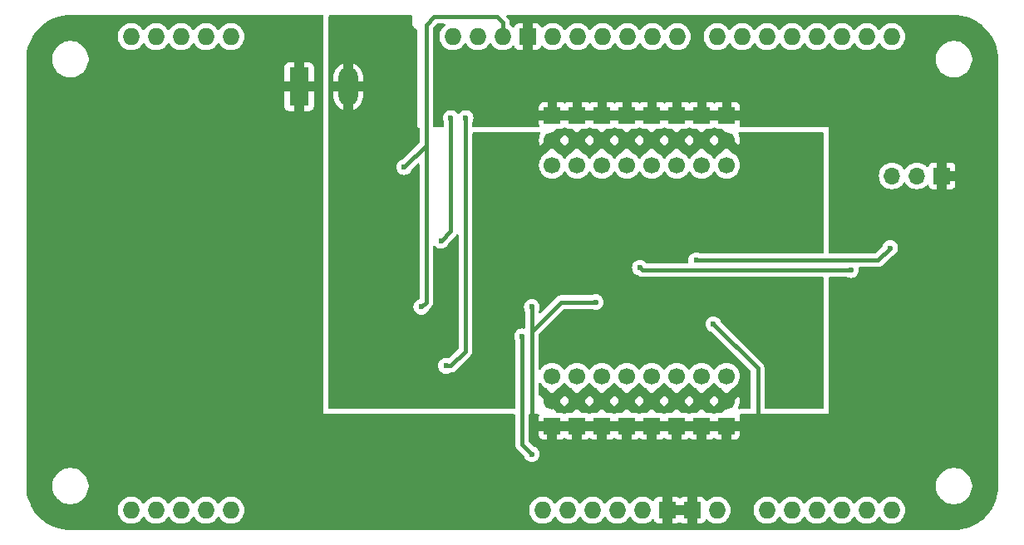
<source format=gbl>
%TF.GenerationSoftware,KiCad,Pcbnew,8.0.0*%
%TF.CreationDate,2024-05-08T19:08:40-04:00*%
%TF.ProjectId,16ChannelServoControllerDaughterboardDesign,31364368-616e-46e6-956c-536572766f43,rev?*%
%TF.SameCoordinates,Original*%
%TF.FileFunction,Copper,L2,Bot*%
%TF.FilePolarity,Positive*%
%FSLAX46Y46*%
G04 Gerber Fmt 4.6, Leading zero omitted, Abs format (unit mm)*
G04 Created by KiCad (PCBNEW 8.0.0) date 2024-05-08 19:08:40*
%MOMM*%
%LPD*%
G01*
G04 APERTURE LIST*
%TA.AperFunction,ComponentPad*%
%ADD10O,1.727200X1.727200*%
%TD*%
%TA.AperFunction,ComponentPad*%
%ADD11R,1.727200X1.727200*%
%TD*%
%TA.AperFunction,ComponentPad*%
%ADD12R,1.700000X1.700000*%
%TD*%
%TA.AperFunction,ComponentPad*%
%ADD13C,1.700000*%
%TD*%
%TA.AperFunction,ComponentPad*%
%ADD14O,1.700000X1.700000*%
%TD*%
%TA.AperFunction,ComponentPad*%
%ADD15R,1.980000X3.960000*%
%TD*%
%TA.AperFunction,ComponentPad*%
%ADD16O,1.980000X3.960000*%
%TD*%
%TA.AperFunction,ViaPad*%
%ADD17C,0.600000*%
%TD*%
%TA.AperFunction,Conductor*%
%ADD18C,0.381000*%
%TD*%
G04 APERTURE END LIST*
D10*
%TO.P,J1,0,GP0*%
%TO.N,unconnected-(J1-GP0-Pad0)*%
X94680000Y-123460000D03*
%TO.P,J1,1,GP1*%
%TO.N,unconnected-(J1-GP1-Pad1)*%
X172150000Y-123460000D03*
%TO.P,J1,2,GP2*%
%TO.N,unconnected-(J1-GP2-Pad2)*%
X167070000Y-75200000D03*
%TO.P,J1,3,GP3*%
%TO.N,unconnected-(J1-GP3-Pad3)*%
X164530000Y-75200000D03*
%TO.P,J1,4,GP4*%
%TO.N,unconnected-(J1-GP4-Pad4)*%
X161990000Y-75200000D03*
%TO.P,J1,5,GP5*%
%TO.N,unconnected-(J1-GP5-Pad5)*%
X159450000Y-75200000D03*
%TO.P,J1,6,GP6*%
%TO.N,unconnected-(J1-GP6-Pad6)*%
X156910000Y-75200000D03*
%TO.P,J1,7,GP7*%
%TO.N,unconnected-(J1-GP7-Pad7)*%
X154370000Y-75200000D03*
%TO.P,J1,8,GP8*%
%TO.N,unconnected-(J1-GP8-Pad8)*%
X150306000Y-75200000D03*
%TO.P,J1,9,GP9*%
%TO.N,unconnected-(J1-GP9-Pad9)*%
X147766000Y-75200000D03*
%TO.P,J1,10,GP10*%
%TO.N,unconnected-(J1-GP10-Pad10)*%
X145226000Y-75200000D03*
%TO.P,J1,11,GP11*%
%TO.N,unconnected-(J1-GP11-Pad11)*%
X142686000Y-75200000D03*
%TO.P,J1,12,GP12*%
%TO.N,unconnected-(J1-GP12-Pad12)*%
X140146000Y-75200000D03*
%TO.P,J1,13,GP13*%
%TO.N,unconnected-(J1-GP13-Pad13)*%
X137606000Y-75200000D03*
%TO.P,J1,14,GP14*%
%TO.N,unconnected-(J1-GP14-Pad14)*%
X159450000Y-123460000D03*
%TO.P,J1,15,GP15*%
%TO.N,unconnected-(J1-GP15-Pad15)*%
X161990000Y-123460000D03*
%TO.P,J1,16,GP16*%
%TO.N,unconnected-(J1-GP16-Pad16)*%
X164530000Y-123460000D03*
%TO.P,J1,17,GP17*%
%TO.N,unconnected-(J1-GP17-Pad17)*%
X167070000Y-123460000D03*
%TO.P,J1,18,GP18*%
%TO.N,unconnected-(J1-GP18-Pad18)*%
X169610000Y-123460000D03*
%TO.P,J1,21,GP21*%
%TO.N,unconnected-(J1-GP21-Pad21)*%
X102300000Y-75200000D03*
%TO.P,J1,22,VIN*%
%TO.N,unconnected-(J1-VIN-Pad22)*%
X154370000Y-123460000D03*
D11*
%TO.P,J1,23,GND*%
%TO.N,GND*%
X151830000Y-123460000D03*
%TO.P,J1,24,GND*%
X149290000Y-123460000D03*
D10*
%TO.P,J1,25,+5V*%
%TO.N,+5V*%
X146750000Y-123460000D03*
%TO.P,J1,26,+3V3*%
%TO.N,+3V3*%
X144210000Y-123460000D03*
%TO.P,J1,27,~{RST}*%
%TO.N,unconnected-(J1-~{RST}-Pad27)*%
X141670000Y-123460000D03*
%TO.P,J1,28,IOREF*%
%TO.N,unconnected-(J1-IOREF-Pad28)*%
X139130000Y-123460000D03*
%TO.P,J1,29,NC*%
%TO.N,unconnected-(J1-NC-Pad29)*%
X136590000Y-123460000D03*
D11*
%TO.P,J1,30,GND*%
%TO.N,GND*%
X135066000Y-75200000D03*
D10*
%TO.P,J1,32,+3V3*%
%TO.N,+3V3*%
X132526000Y-75200000D03*
%TO.P,J1,35,GP35*%
%TO.N,unconnected-(J1-GP35-Pad35)*%
X104840000Y-123460000D03*
%TO.P,J1,36,GP36*%
%TO.N,unconnected-(J1-GP36-Pad36)*%
X102300000Y-123460000D03*
%TO.P,J1,37,GP37*%
%TO.N,unconnected-(J1-GP37-Pad37)*%
X99760000Y-123460000D03*
%TO.P,J1,38,GP38*%
%TO.N,unconnected-(J1-GP38-Pad38)*%
X97220000Y-123460000D03*
%TO.P,J1,39,GP39*%
%TO.N,unconnected-(J1-GP39-Pad39)*%
X97220000Y-75200000D03*
%TO.P,J1,40,TX_GP40*%
%TO.N,unconnected-(J1-TX_GP40-Pad40)*%
X172150000Y-75200000D03*
%TO.P,J1,41,RX_GP41*%
%TO.N,unconnected-(J1-RX_GP41-Pad41)*%
X169610000Y-75200000D03*
%TO.P,J1,42,GP42*%
%TO.N,unconnected-(J1-GP42-Pad42)*%
X94680000Y-75200000D03*
%TO.P,J1,45,GP45*%
%TO.N,unconnected-(J1-GP45-Pad45)*%
X99760000Y-75200000D03*
%TO.P,J1,46,GP46*%
%TO.N,unconnected-(J1-GP46-Pad46)*%
X104840000Y-75200000D03*
%TO.P,J1,47,SDA_GP47*%
%TO.N,SDA_3V3*%
X129986000Y-75200000D03*
%TO.P,J1,48,SCL_GP48*%
%TO.N,SCL_3V3*%
X127446000Y-75200000D03*
%TD*%
D12*
%TO.P,J3,1,GND*%
%TO.N,GND*%
X155340000Y-114880000D03*
X152800000Y-114880000D03*
X150260000Y-114880000D03*
X147720000Y-114880000D03*
X145180000Y-114880000D03*
X142640000Y-114880000D03*
X140100000Y-114880000D03*
X137560000Y-114880000D03*
D13*
%TO.P,J3,2,VIN*%
%TO.N,+6V*%
X155340000Y-112340000D03*
X152800000Y-112340000D03*
X150260000Y-112340000D03*
X147720000Y-112340000D03*
X145180000Y-112340000D03*
X142640000Y-112340000D03*
X140100000Y-112340000D03*
X137560000Y-112340000D03*
%TO.P,J3,3,CH0*%
%TO.N,LED07*%
X155340000Y-109800000D03*
%TO.P,J3,4,CH1*%
%TO.N,LED06*%
X152800000Y-109800000D03*
%TO.P,J3,5,CH2*%
%TO.N,LED05*%
X150260000Y-109800000D03*
%TO.P,J3,6,CH3*%
%TO.N,LED04*%
X147720000Y-109800000D03*
%TO.P,J3,7,CH4*%
%TO.N,LED03*%
X145180000Y-109800000D03*
%TO.P,J3,8,CH5*%
%TO.N,LED02*%
X142640000Y-109800000D03*
%TO.P,J3,9,CH6*%
%TO.N,LED01*%
X140100000Y-109800000D03*
%TO.P,J3,10,CH7*%
%TO.N,LED00*%
X137560000Y-109800000D03*
%TD*%
D12*
%TO.P,J2,1,GND*%
%TO.N,GND*%
X137580000Y-83220000D03*
X140120000Y-83220000D03*
X142660000Y-83220000D03*
X145200000Y-83220000D03*
X147740000Y-83220000D03*
X150280000Y-83220000D03*
X152820000Y-83220000D03*
X155360000Y-83220000D03*
D13*
%TO.P,J2,2,VIN*%
%TO.N,+6V*%
X137580000Y-85760000D03*
X140120000Y-85760000D03*
X142660000Y-85760000D03*
X145200000Y-85760000D03*
X147740000Y-85760000D03*
X150280000Y-85760000D03*
X152820000Y-85760000D03*
X155360000Y-85760000D03*
%TO.P,J2,3,CH0*%
%TO.N,LED15*%
X137580000Y-88300000D03*
%TO.P,J2,4,CH1*%
%TO.N,LED14*%
X140120000Y-88300000D03*
%TO.P,J2,5,CH2*%
%TO.N,LED13*%
X142660000Y-88300000D03*
%TO.P,J2,6,CH3*%
%TO.N,LED12*%
X145200000Y-88300000D03*
%TO.P,J2,7,CH4*%
%TO.N,LED11*%
X147740000Y-88300000D03*
%TO.P,J2,8,CH5*%
%TO.N,LED10*%
X150280000Y-88300000D03*
%TO.P,J2,9,CH6*%
%TO.N,LED09*%
X152820000Y-88300000D03*
%TO.P,J2,10,CH7*%
%TO.N,LED08*%
X155360000Y-88300000D03*
%TD*%
D12*
%TO.P,J4,1,Pin_1*%
%TO.N,GND*%
X177275000Y-89395000D03*
D14*
%TO.P,J4,2,Pin_2*%
%TO.N,Net-(J4-Pin_2)*%
X174735000Y-89395000D03*
%TO.P,J4,3,Pin_3*%
%TO.N,Net-(J4-Pin_3)*%
X172195000Y-89395000D03*
%TD*%
D15*
%TO.P,J6,1,Pin_1*%
%TO.N,GND*%
X111800000Y-80300000D03*
D16*
%TO.P,J6,2,Pin_2*%
%TO.N,+6V*%
X116800000Y-80300000D03*
%TD*%
D17*
%TO.N,+5V*%
X134500000Y-105750000D03*
X135500000Y-117750000D03*
%TO.N,GND*%
X167000000Y-86000000D03*
X105000000Y-92500000D03*
X85000000Y-102500000D03*
X165000000Y-78000000D03*
X85000000Y-87500000D03*
X167000000Y-90000000D03*
X95000000Y-117500000D03*
X115000000Y-122500000D03*
X110000000Y-107500000D03*
X130000000Y-115000000D03*
X111000000Y-75000000D03*
X95000000Y-92500000D03*
X85000000Y-97500000D03*
X90000000Y-97500000D03*
X105000000Y-107500000D03*
X110000000Y-117500000D03*
X100000000Y-102500000D03*
X105000000Y-82500000D03*
X180000000Y-75000000D03*
X150000000Y-80000000D03*
X160000000Y-80000000D03*
X175000000Y-123000000D03*
X110000000Y-112500000D03*
X105000000Y-87500000D03*
X175000000Y-85000000D03*
X141000000Y-121000000D03*
X115000000Y-117500000D03*
X90000000Y-107500000D03*
X170000000Y-93000000D03*
X120000000Y-122500000D03*
X142000000Y-102250000D03*
X95000000Y-107500000D03*
X128000000Y-124000000D03*
X135000000Y-82500000D03*
X155000000Y-78000000D03*
X150000000Y-120000000D03*
X180000000Y-95000000D03*
X180000000Y-110000000D03*
X117000000Y-124000000D03*
X100000000Y-82500000D03*
X95000000Y-97500000D03*
X165000000Y-120000000D03*
X175000000Y-80000000D03*
X126000000Y-117000000D03*
X135000000Y-121000000D03*
X154000000Y-104500000D03*
X90000000Y-102500000D03*
X180000000Y-100000000D03*
X170000000Y-110000000D03*
X95000000Y-87500000D03*
X180000000Y-123000000D03*
X100000000Y-97500000D03*
X167000000Y-96000000D03*
X152000000Y-117000000D03*
X170000000Y-105000000D03*
X157000000Y-123000000D03*
X175000000Y-78000000D03*
X100000000Y-107500000D03*
X175000000Y-75000000D03*
X158500000Y-114500000D03*
X95000000Y-77500000D03*
X150000000Y-78000000D03*
X110000000Y-122500000D03*
X140000000Y-78000000D03*
X180000000Y-105000000D03*
X110000000Y-102500000D03*
X176000000Y-93000000D03*
X113000000Y-84000000D03*
X90000000Y-82500000D03*
X105000000Y-102500000D03*
X160000000Y-78000000D03*
X105000000Y-112500000D03*
X155000000Y-80000000D03*
X110000000Y-84000000D03*
X170000000Y-115000000D03*
X105000000Y-97500000D03*
X90000000Y-112500000D03*
X90000000Y-74000000D03*
X85000000Y-117500000D03*
X95000000Y-82500000D03*
X107000000Y-75000000D03*
X180000000Y-85000000D03*
X135000000Y-80000000D03*
X120000000Y-117500000D03*
X170000000Y-78000000D03*
X175000000Y-110000000D03*
X107000000Y-124000000D03*
X140000000Y-80000000D03*
X133000000Y-117000000D03*
X85000000Y-76000000D03*
X85000000Y-107500000D03*
X125000000Y-122500000D03*
X92000000Y-124000000D03*
X132000000Y-121000000D03*
X155000000Y-120000000D03*
X138000000Y-121000000D03*
X165000000Y-80000000D03*
X90000000Y-117500000D03*
X100000000Y-87500000D03*
X100000000Y-77500000D03*
X90000000Y-87500000D03*
X170000000Y-85000000D03*
X85000000Y-92500000D03*
X132500000Y-82500000D03*
X157000000Y-117000000D03*
X165000000Y-83000000D03*
X87000000Y-124000000D03*
X180000000Y-90000000D03*
X175000000Y-115000000D03*
X167000000Y-93000000D03*
X110000000Y-87500000D03*
X165000000Y-115000000D03*
X160000000Y-117000000D03*
X145000000Y-80000000D03*
X160000000Y-120000000D03*
X170000000Y-120000000D03*
X147000000Y-117000000D03*
X125000000Y-115000000D03*
X100000000Y-117500000D03*
X85000000Y-82500000D03*
X95000000Y-102500000D03*
X132500000Y-80000000D03*
X100000000Y-112500000D03*
X95000000Y-112500000D03*
X180000000Y-80000000D03*
X170000000Y-80000000D03*
X180000000Y-115000000D03*
X100000000Y-92500000D03*
X135500000Y-102750000D03*
X112000000Y-124000000D03*
X122000000Y-124000000D03*
X105000000Y-77500000D03*
X175000000Y-105000000D03*
X85000000Y-112500000D03*
X130000000Y-122500000D03*
X105000000Y-117500000D03*
X160000000Y-83000000D03*
X113000000Y-75000000D03*
X145000000Y-78000000D03*
X175000000Y-100000000D03*
X90000000Y-92500000D03*
X132000000Y-124000000D03*
%TO.N,+6V*%
X132500000Y-100000000D03*
X135000000Y-92500000D03*
X120000000Y-102500000D03*
X164000000Y-90000000D03*
X117500000Y-100000000D03*
X162000000Y-90000000D03*
X164000000Y-105000000D03*
X162000000Y-111000000D03*
X132500000Y-102500000D03*
X130000000Y-97500000D03*
X130000000Y-100000000D03*
X141000000Y-104000000D03*
X156000000Y-102000000D03*
X127500000Y-102500000D03*
X122000000Y-85000000D03*
X117500000Y-87500000D03*
X159000000Y-105000000D03*
X122000000Y-75000000D03*
X162000000Y-87000000D03*
X164000000Y-87000000D03*
X164000000Y-102000000D03*
X120000000Y-80000000D03*
X140000000Y-95000000D03*
X159000000Y-102000000D03*
X164000000Y-93000000D03*
X120000000Y-77500000D03*
X116000000Y-75000000D03*
X135000000Y-87500000D03*
X120000000Y-75000000D03*
X127500000Y-97500000D03*
X142500000Y-97500000D03*
X164000000Y-96000000D03*
X120000000Y-90000000D03*
X120000000Y-87500000D03*
X162000000Y-96000000D03*
X159000000Y-93000000D03*
X120000000Y-92500000D03*
X130000000Y-102500000D03*
X117500000Y-90000000D03*
X162000000Y-102000000D03*
X122500000Y-110000000D03*
X127500000Y-110000000D03*
X125000000Y-110000000D03*
X120000000Y-82500000D03*
X120000000Y-95000000D03*
X137000000Y-93000000D03*
X116000000Y-85000000D03*
X159000000Y-87000000D03*
X142500000Y-95000000D03*
X120000000Y-97500000D03*
X164000000Y-108000000D03*
X122500000Y-112500000D03*
X132500000Y-112500000D03*
X117500000Y-92500000D03*
X160000000Y-111000000D03*
X123000000Y-99000000D03*
X120000000Y-85000000D03*
X117500000Y-105000000D03*
X162000000Y-108000000D03*
X132500000Y-110000000D03*
X162000000Y-105000000D03*
X123000000Y-101000000D03*
X159000000Y-96000000D03*
X135000000Y-97500000D03*
X127500000Y-112500000D03*
X130000000Y-110000000D03*
X160000000Y-108000000D03*
X122000000Y-80000000D03*
X162000000Y-93000000D03*
X127500000Y-100000000D03*
X143000000Y-104000000D03*
X156000000Y-96000000D03*
X132500000Y-97500000D03*
X120000000Y-100000000D03*
X130000000Y-87500000D03*
X132500000Y-87500000D03*
X164000000Y-111000000D03*
X159000000Y-90000000D03*
X130000000Y-112500000D03*
X125000000Y-112500000D03*
%TO.N,SDA_3V3*%
X126750000Y-108750000D03*
X128750000Y-83500000D03*
%TO.N,+3V3*%
X122500000Y-88500000D03*
X124250000Y-102750000D03*
%TO.N,SCL_3V3*%
X126250000Y-96000000D03*
X127250000Y-83500000D03*
%TO.N,Net-(J4-Pin_3)*%
X168000000Y-99000000D03*
X146500000Y-98750000D03*
%TO.N,Net-(J4-Pin_2)*%
X152250000Y-98000000D03*
X172000000Y-96750000D03*
%TD*%
D18*
%TO.N,+5V*%
X134500000Y-116750000D02*
X135500000Y-117750000D01*
X134500000Y-105750000D02*
X134500000Y-116750000D01*
%TO.N,GND*%
X135500000Y-105250000D02*
X135500000Y-114000000D01*
X138500000Y-102250000D02*
X142000000Y-102250000D01*
X158500000Y-114500000D02*
X158500000Y-109000000D01*
X135500000Y-114000000D02*
X136380000Y-114880000D01*
X158500000Y-109000000D02*
X154000000Y-104500000D01*
X136380000Y-114880000D02*
X137560000Y-114880000D01*
X135500000Y-102750000D02*
X135500000Y-105250000D01*
X135500000Y-105250000D02*
X138500000Y-102250000D01*
%TO.N,SDA_3V3*%
X126750000Y-108750000D02*
X127250000Y-108750000D01*
X128750000Y-107250000D02*
X128750000Y-83500000D01*
X127250000Y-108750000D02*
X128750000Y-107250000D01*
%TO.N,+3V3*%
X124750000Y-102250000D02*
X124250000Y-102750000D01*
X122500000Y-88500000D02*
X124750000Y-86250000D01*
X125559500Y-73190500D02*
X131940500Y-73190500D01*
X124750000Y-85750000D02*
X124750000Y-74000000D01*
X124750000Y-85750000D02*
X124750000Y-102250000D01*
X132526000Y-73776000D02*
X132526000Y-75200000D01*
X124750000Y-86250000D02*
X124750000Y-85750000D01*
X124750000Y-74000000D02*
X125559500Y-73190500D01*
X131940500Y-73190500D02*
X132526000Y-73776000D01*
%TO.N,SCL_3V3*%
X127250000Y-83500000D02*
X127250000Y-95000000D01*
X127250000Y-95000000D02*
X126250000Y-96000000D01*
%TO.N,Net-(J4-Pin_3)*%
X146500000Y-98750000D02*
X146750000Y-99000000D01*
X146750000Y-99000000D02*
X168000000Y-99000000D01*
%TO.N,Net-(J4-Pin_2)*%
X170750000Y-98000000D02*
X172000000Y-96750000D01*
X152250000Y-98000000D02*
X170750000Y-98000000D01*
%TD*%
%TA.AperFunction,Conductor*%
%TO.N,+6V*%
G36*
X123262539Y-73020185D02*
G01*
X123308294Y-73072989D01*
X123319500Y-73124500D01*
X123319500Y-73849352D01*
X123320002Y-73871863D01*
X123320494Y-73882906D01*
X123322005Y-73905460D01*
X123322006Y-73905462D01*
X123355091Y-74045470D01*
X123355097Y-74045488D01*
X123380675Y-74110495D01*
X123380676Y-74110499D01*
X123451867Y-74235518D01*
X123451873Y-74235525D01*
X123555404Y-74335427D01*
X123555407Y-74335429D01*
X123555408Y-74335430D01*
X123612080Y-74376297D01*
X123612082Y-74376298D01*
X123612093Y-74376304D01*
X123612205Y-74376372D01*
X123613054Y-74376806D01*
X123739573Y-74442988D01*
X123739576Y-74442988D01*
X123742243Y-74443929D01*
X123744545Y-74445589D01*
X123747432Y-74447099D01*
X123747215Y-74447513D01*
X123798918Y-74484790D01*
X123824505Y-74549806D01*
X123825000Y-74560869D01*
X123825000Y-84455000D01*
X123935000Y-84455000D01*
X124002039Y-84474685D01*
X124047794Y-84527489D01*
X124059000Y-84579000D01*
X124059000Y-85912415D01*
X124039315Y-85979454D01*
X124022681Y-86000096D01*
X122321376Y-87701400D01*
X122274651Y-87730760D01*
X122150476Y-87774211D01*
X122150475Y-87774212D01*
X121997737Y-87870184D01*
X121870184Y-87997737D01*
X121774211Y-88150476D01*
X121714631Y-88320745D01*
X121714630Y-88320750D01*
X121694435Y-88499996D01*
X121694435Y-88500003D01*
X121714630Y-88679249D01*
X121714631Y-88679254D01*
X121774211Y-88849523D01*
X121808848Y-88904647D01*
X121870184Y-89002262D01*
X121997738Y-89129816D01*
X122063911Y-89171395D01*
X122142168Y-89220568D01*
X122150478Y-89225789D01*
X122235662Y-89255596D01*
X122320745Y-89285368D01*
X122320750Y-89285369D01*
X122499996Y-89305565D01*
X122500000Y-89305565D01*
X122500004Y-89305565D01*
X122679249Y-89285369D01*
X122679252Y-89285368D01*
X122679255Y-89285368D01*
X122849522Y-89225789D01*
X123002262Y-89129816D01*
X123129816Y-89002262D01*
X123225789Y-88849522D01*
X123269239Y-88725345D01*
X123298597Y-88678623D01*
X123847319Y-88129902D01*
X123908642Y-88096417D01*
X123978334Y-88101401D01*
X124034267Y-88143273D01*
X124058684Y-88208737D01*
X124059000Y-88217583D01*
X124059000Y-101880759D01*
X124039315Y-101947798D01*
X123986511Y-101993553D01*
X123975955Y-101997800D01*
X123900479Y-102024210D01*
X123900475Y-102024212D01*
X123747737Y-102120184D01*
X123620184Y-102247737D01*
X123524211Y-102400476D01*
X123464631Y-102570745D01*
X123464630Y-102570750D01*
X123444435Y-102749996D01*
X123444435Y-102750003D01*
X123464630Y-102929249D01*
X123464631Y-102929254D01*
X123524211Y-103099523D01*
X123620184Y-103252262D01*
X123747738Y-103379816D01*
X123900478Y-103475789D01*
X124070745Y-103535368D01*
X124070750Y-103535369D01*
X124249996Y-103555565D01*
X124250000Y-103555565D01*
X124250004Y-103555565D01*
X124429249Y-103535369D01*
X124429252Y-103535368D01*
X124429255Y-103535368D01*
X124599522Y-103475789D01*
X124752262Y-103379816D01*
X124879816Y-103252262D01*
X124975789Y-103099522D01*
X125019239Y-102975346D01*
X125048595Y-102928624D01*
X125286735Y-102690486D01*
X125362356Y-102577311D01*
X125414445Y-102451557D01*
X125441000Y-102318057D01*
X125441000Y-102181943D01*
X125441000Y-102181942D01*
X125441000Y-96622440D01*
X125460685Y-96555401D01*
X125513489Y-96509646D01*
X125582647Y-96499702D01*
X125646203Y-96528727D01*
X125652681Y-96534759D01*
X125747738Y-96629816D01*
X125900478Y-96725789D01*
X125969652Y-96749994D01*
X126070745Y-96785368D01*
X126070750Y-96785369D01*
X126249996Y-96805565D01*
X126250000Y-96805565D01*
X126250004Y-96805565D01*
X126429249Y-96785369D01*
X126429252Y-96785368D01*
X126429255Y-96785368D01*
X126599522Y-96725789D01*
X126752262Y-96629816D01*
X126879816Y-96502262D01*
X126975789Y-96349522D01*
X127019239Y-96225345D01*
X127048597Y-96178623D01*
X127786735Y-95440486D01*
X127831898Y-95372895D01*
X127885510Y-95328090D01*
X127954835Y-95319383D01*
X128017862Y-95349537D01*
X128054582Y-95408980D01*
X128059000Y-95441786D01*
X128059000Y-106912415D01*
X128039315Y-106979454D01*
X128022681Y-107000096D01*
X127079828Y-107942948D01*
X127018505Y-107976433D01*
X126951194Y-107972309D01*
X126929255Y-107964632D01*
X126929253Y-107964631D01*
X126929251Y-107964631D01*
X126929246Y-107964630D01*
X126750004Y-107944435D01*
X126749996Y-107944435D01*
X126570750Y-107964630D01*
X126570745Y-107964631D01*
X126400476Y-108024211D01*
X126247737Y-108120184D01*
X126120184Y-108247737D01*
X126024211Y-108400476D01*
X125964631Y-108570745D01*
X125964630Y-108570750D01*
X125944435Y-108749996D01*
X125944435Y-108750003D01*
X125964630Y-108929249D01*
X125964631Y-108929254D01*
X126024211Y-109099523D01*
X126065339Y-109164977D01*
X126120184Y-109252262D01*
X126247738Y-109379816D01*
X126338080Y-109436582D01*
X126375359Y-109460006D01*
X126400478Y-109475789D01*
X126570745Y-109535368D01*
X126570750Y-109535369D01*
X126749996Y-109555565D01*
X126750000Y-109555565D01*
X126750004Y-109555565D01*
X126929249Y-109535369D01*
X126929252Y-109535368D01*
X126929255Y-109535368D01*
X127099522Y-109475789D01*
X127111299Y-109468388D01*
X127124641Y-109460006D01*
X127190613Y-109441000D01*
X127318060Y-109441000D01*
X127407870Y-109423134D01*
X127451557Y-109414445D01*
X127577311Y-109362356D01*
X127690487Y-109286735D01*
X129286735Y-107690487D01*
X129362356Y-107577311D01*
X129414445Y-107451557D01*
X129441000Y-107318058D01*
X129441000Y-88300000D01*
X136224341Y-88300000D01*
X136244936Y-88535403D01*
X136244938Y-88535413D01*
X136306094Y-88763655D01*
X136306096Y-88763659D01*
X136306097Y-88763663D01*
X136346246Y-88849762D01*
X136405965Y-88977830D01*
X136405967Y-88977834D01*
X136449629Y-89040189D01*
X136541505Y-89171401D01*
X136708599Y-89338495D01*
X136712464Y-89341201D01*
X136902165Y-89474032D01*
X136902167Y-89474033D01*
X136902170Y-89474035D01*
X137116337Y-89573903D01*
X137344592Y-89635063D01*
X137532918Y-89651539D01*
X137579999Y-89655659D01*
X137580000Y-89655659D01*
X137580001Y-89655659D01*
X137619234Y-89652226D01*
X137815408Y-89635063D01*
X138043663Y-89573903D01*
X138257830Y-89474035D01*
X138451401Y-89338495D01*
X138618495Y-89171401D01*
X138748425Y-88985842D01*
X138803002Y-88942217D01*
X138872500Y-88935023D01*
X138934855Y-88966546D01*
X138951575Y-88985842D01*
X139081500Y-89171395D01*
X139081505Y-89171401D01*
X139248599Y-89338495D01*
X139252464Y-89341201D01*
X139442165Y-89474032D01*
X139442167Y-89474033D01*
X139442170Y-89474035D01*
X139656337Y-89573903D01*
X139884592Y-89635063D01*
X140072918Y-89651539D01*
X140119999Y-89655659D01*
X140120000Y-89655659D01*
X140120001Y-89655659D01*
X140159234Y-89652226D01*
X140355408Y-89635063D01*
X140583663Y-89573903D01*
X140797830Y-89474035D01*
X140991401Y-89338495D01*
X141158495Y-89171401D01*
X141288425Y-88985842D01*
X141343002Y-88942217D01*
X141412500Y-88935023D01*
X141474855Y-88966546D01*
X141491575Y-88985842D01*
X141621500Y-89171395D01*
X141621505Y-89171401D01*
X141788599Y-89338495D01*
X141792464Y-89341201D01*
X141982165Y-89474032D01*
X141982167Y-89474033D01*
X141982170Y-89474035D01*
X142196337Y-89573903D01*
X142424592Y-89635063D01*
X142612918Y-89651539D01*
X142659999Y-89655659D01*
X142660000Y-89655659D01*
X142660001Y-89655659D01*
X142699234Y-89652226D01*
X142895408Y-89635063D01*
X143123663Y-89573903D01*
X143337830Y-89474035D01*
X143531401Y-89338495D01*
X143698495Y-89171401D01*
X143828425Y-88985842D01*
X143883002Y-88942217D01*
X143952500Y-88935023D01*
X144014855Y-88966546D01*
X144031575Y-88985842D01*
X144161500Y-89171395D01*
X144161505Y-89171401D01*
X144328599Y-89338495D01*
X144332464Y-89341201D01*
X144522165Y-89474032D01*
X144522167Y-89474033D01*
X144522170Y-89474035D01*
X144736337Y-89573903D01*
X144964592Y-89635063D01*
X145152918Y-89651539D01*
X145199999Y-89655659D01*
X145200000Y-89655659D01*
X145200001Y-89655659D01*
X145239234Y-89652226D01*
X145435408Y-89635063D01*
X145663663Y-89573903D01*
X145877830Y-89474035D01*
X146071401Y-89338495D01*
X146238495Y-89171401D01*
X146368425Y-88985842D01*
X146423002Y-88942217D01*
X146492500Y-88935023D01*
X146554855Y-88966546D01*
X146571575Y-88985842D01*
X146701500Y-89171395D01*
X146701505Y-89171401D01*
X146868599Y-89338495D01*
X146872464Y-89341201D01*
X147062165Y-89474032D01*
X147062167Y-89474033D01*
X147062170Y-89474035D01*
X147276337Y-89573903D01*
X147504592Y-89635063D01*
X147692918Y-89651539D01*
X147739999Y-89655659D01*
X147740000Y-89655659D01*
X147740001Y-89655659D01*
X147779234Y-89652226D01*
X147975408Y-89635063D01*
X148203663Y-89573903D01*
X148417830Y-89474035D01*
X148611401Y-89338495D01*
X148778495Y-89171401D01*
X148908425Y-88985842D01*
X148963002Y-88942217D01*
X149032500Y-88935023D01*
X149094855Y-88966546D01*
X149111575Y-88985842D01*
X149241500Y-89171395D01*
X149241505Y-89171401D01*
X149408599Y-89338495D01*
X149412464Y-89341201D01*
X149602165Y-89474032D01*
X149602167Y-89474033D01*
X149602170Y-89474035D01*
X149816337Y-89573903D01*
X150044592Y-89635063D01*
X150232918Y-89651539D01*
X150279999Y-89655659D01*
X150280000Y-89655659D01*
X150280001Y-89655659D01*
X150319234Y-89652226D01*
X150515408Y-89635063D01*
X150743663Y-89573903D01*
X150957830Y-89474035D01*
X151151401Y-89338495D01*
X151318495Y-89171401D01*
X151448425Y-88985842D01*
X151503002Y-88942217D01*
X151572500Y-88935023D01*
X151634855Y-88966546D01*
X151651575Y-88985842D01*
X151781500Y-89171395D01*
X151781505Y-89171401D01*
X151948599Y-89338495D01*
X151952464Y-89341201D01*
X152142165Y-89474032D01*
X152142167Y-89474033D01*
X152142170Y-89474035D01*
X152356337Y-89573903D01*
X152584592Y-89635063D01*
X152772918Y-89651539D01*
X152819999Y-89655659D01*
X152820000Y-89655659D01*
X152820001Y-89655659D01*
X152859234Y-89652226D01*
X153055408Y-89635063D01*
X153283663Y-89573903D01*
X153497830Y-89474035D01*
X153691401Y-89338495D01*
X153858495Y-89171401D01*
X153988425Y-88985842D01*
X154043002Y-88942217D01*
X154112500Y-88935023D01*
X154174855Y-88966546D01*
X154191575Y-88985842D01*
X154321500Y-89171395D01*
X154321505Y-89171401D01*
X154488599Y-89338495D01*
X154492464Y-89341201D01*
X154682165Y-89474032D01*
X154682167Y-89474033D01*
X154682170Y-89474035D01*
X154896337Y-89573903D01*
X155124592Y-89635063D01*
X155312918Y-89651539D01*
X155359999Y-89655659D01*
X155360000Y-89655659D01*
X155360001Y-89655659D01*
X155399234Y-89652226D01*
X155595408Y-89635063D01*
X155823663Y-89573903D01*
X156037830Y-89474035D01*
X156231401Y-89338495D01*
X156398495Y-89171401D01*
X156534035Y-88977830D01*
X156633903Y-88763663D01*
X156695063Y-88535408D01*
X156715659Y-88300000D01*
X156695063Y-88064592D01*
X156633903Y-87836337D01*
X156534035Y-87622171D01*
X156528425Y-87614158D01*
X156398494Y-87428597D01*
X156231402Y-87261506D01*
X156231395Y-87261501D01*
X156037831Y-87125965D01*
X156037829Y-87125964D01*
X155970405Y-87094524D01*
X155917966Y-87048352D01*
X155908685Y-87015792D01*
X155360001Y-86467107D01*
X155360000Y-86467107D01*
X154813380Y-87013725D01*
X154811560Y-87030049D01*
X154767503Y-87084278D01*
X154749594Y-87094523D01*
X154682177Y-87125961D01*
X154682169Y-87125965D01*
X154488597Y-87261505D01*
X154321505Y-87428597D01*
X154191575Y-87614158D01*
X154136998Y-87657783D01*
X154067500Y-87664977D01*
X154005145Y-87633454D01*
X153988425Y-87614158D01*
X153858494Y-87428597D01*
X153691402Y-87261506D01*
X153691395Y-87261501D01*
X153497831Y-87125965D01*
X153497829Y-87125964D01*
X153430405Y-87094524D01*
X153377966Y-87048352D01*
X153368685Y-87015792D01*
X152820001Y-86467107D01*
X152820000Y-86467107D01*
X152273380Y-87013725D01*
X152271560Y-87030049D01*
X152227503Y-87084278D01*
X152209594Y-87094523D01*
X152142177Y-87125961D01*
X152142169Y-87125965D01*
X151948597Y-87261505D01*
X151781505Y-87428597D01*
X151651575Y-87614158D01*
X151596998Y-87657783D01*
X151527500Y-87664977D01*
X151465145Y-87633454D01*
X151448425Y-87614158D01*
X151318494Y-87428597D01*
X151151402Y-87261506D01*
X151151395Y-87261501D01*
X150957831Y-87125965D01*
X150957829Y-87125964D01*
X150890405Y-87094524D01*
X150837966Y-87048352D01*
X150828685Y-87015792D01*
X150280001Y-86467107D01*
X150280000Y-86467107D01*
X149733380Y-87013725D01*
X149731560Y-87030049D01*
X149687503Y-87084278D01*
X149669594Y-87094523D01*
X149602177Y-87125961D01*
X149602169Y-87125965D01*
X149408597Y-87261505D01*
X149241505Y-87428597D01*
X149111575Y-87614158D01*
X149056998Y-87657783D01*
X148987500Y-87664977D01*
X148925145Y-87633454D01*
X148908425Y-87614158D01*
X148778494Y-87428597D01*
X148611402Y-87261506D01*
X148611395Y-87261501D01*
X148417831Y-87125965D01*
X148417829Y-87125964D01*
X148350405Y-87094524D01*
X148297966Y-87048352D01*
X148288685Y-87015792D01*
X147740001Y-86467107D01*
X147740000Y-86467107D01*
X147193380Y-87013725D01*
X147191560Y-87030049D01*
X147147503Y-87084278D01*
X147129594Y-87094523D01*
X147062177Y-87125961D01*
X147062169Y-87125965D01*
X146868597Y-87261505D01*
X146701505Y-87428597D01*
X146571575Y-87614158D01*
X146516998Y-87657783D01*
X146447500Y-87664977D01*
X146385145Y-87633454D01*
X146368425Y-87614158D01*
X146238494Y-87428597D01*
X146071402Y-87261506D01*
X146071395Y-87261501D01*
X145877831Y-87125965D01*
X145877829Y-87125964D01*
X145810405Y-87094524D01*
X145757966Y-87048352D01*
X145748685Y-87015792D01*
X145200001Y-86467107D01*
X145200000Y-86467107D01*
X144653380Y-87013725D01*
X144651560Y-87030049D01*
X144607503Y-87084278D01*
X144589594Y-87094523D01*
X144522177Y-87125961D01*
X144522169Y-87125965D01*
X144328597Y-87261505D01*
X144161505Y-87428597D01*
X144031575Y-87614158D01*
X143976998Y-87657783D01*
X143907500Y-87664977D01*
X143845145Y-87633454D01*
X143828425Y-87614158D01*
X143698494Y-87428597D01*
X143531402Y-87261506D01*
X143531395Y-87261501D01*
X143337831Y-87125965D01*
X143337829Y-87125964D01*
X143270405Y-87094524D01*
X143217966Y-87048352D01*
X143208685Y-87015792D01*
X142660001Y-86467107D01*
X142660000Y-86467107D01*
X142113380Y-87013725D01*
X142111560Y-87030049D01*
X142067503Y-87084278D01*
X142049594Y-87094523D01*
X141982177Y-87125961D01*
X141982169Y-87125965D01*
X141788597Y-87261505D01*
X141621505Y-87428597D01*
X141491575Y-87614158D01*
X141436998Y-87657783D01*
X141367500Y-87664977D01*
X141305145Y-87633454D01*
X141288425Y-87614158D01*
X141158494Y-87428597D01*
X140991402Y-87261506D01*
X140991395Y-87261501D01*
X140797831Y-87125965D01*
X140797829Y-87125964D01*
X140730405Y-87094524D01*
X140677966Y-87048352D01*
X140668685Y-87015792D01*
X140120001Y-86467107D01*
X140120000Y-86467107D01*
X139573380Y-87013725D01*
X139571560Y-87030049D01*
X139527503Y-87084278D01*
X139509594Y-87094523D01*
X139442177Y-87125961D01*
X139442169Y-87125965D01*
X139248597Y-87261505D01*
X139081505Y-87428597D01*
X138951575Y-87614158D01*
X138896998Y-87657783D01*
X138827500Y-87664977D01*
X138765145Y-87633454D01*
X138748425Y-87614158D01*
X138618494Y-87428597D01*
X138451402Y-87261506D01*
X138451395Y-87261501D01*
X138257831Y-87125965D01*
X138257829Y-87125964D01*
X138190405Y-87094524D01*
X138137966Y-87048352D01*
X138128685Y-87015792D01*
X137580001Y-86467107D01*
X137580000Y-86467107D01*
X137033380Y-87013725D01*
X137031560Y-87030049D01*
X136987503Y-87084278D01*
X136969594Y-87094523D01*
X136902177Y-87125961D01*
X136902169Y-87125965D01*
X136708597Y-87261505D01*
X136541505Y-87428597D01*
X136405965Y-87622169D01*
X136405964Y-87622171D01*
X136306098Y-87836335D01*
X136306094Y-87836344D01*
X136244938Y-88064586D01*
X136244936Y-88064596D01*
X136224341Y-88299999D01*
X136224341Y-88300000D01*
X129441000Y-88300000D01*
X129441000Y-85084500D01*
X129460685Y-85017461D01*
X129513489Y-84971706D01*
X129565000Y-84960500D01*
X136161358Y-84960500D01*
X136171504Y-84959955D01*
X136215396Y-84957603D01*
X136215404Y-84957602D01*
X136215406Y-84957602D01*
X136215407Y-84957602D01*
X136222400Y-84956849D01*
X136241754Y-84954769D01*
X136253045Y-84952939D01*
X136322368Y-84961645D01*
X136375982Y-85006448D01*
X136396862Y-85073125D01*
X136385264Y-85127747D01*
X136306570Y-85296507D01*
X136306566Y-85296516D01*
X136245432Y-85524673D01*
X136245430Y-85524684D01*
X136224843Y-85759998D01*
X136224843Y-85760001D01*
X136245430Y-85995315D01*
X136245432Y-85995326D01*
X136306566Y-86223483D01*
X136306571Y-86223497D01*
X136339270Y-86293621D01*
X136807066Y-85825826D01*
X137080000Y-85825826D01*
X137114075Y-85952993D01*
X137179901Y-86067007D01*
X137272993Y-86160099D01*
X137387007Y-86225925D01*
X137514174Y-86260000D01*
X137645826Y-86260000D01*
X137772993Y-86225925D01*
X137887007Y-86160099D01*
X137980099Y-86067007D01*
X138045925Y-85952993D01*
X138080000Y-85825826D01*
X138080000Y-85760000D01*
X138287107Y-85760000D01*
X138820727Y-86293620D01*
X138828465Y-86292256D01*
X138871531Y-86292256D01*
X138879271Y-86293620D01*
X139347067Y-85825826D01*
X139620000Y-85825826D01*
X139654075Y-85952993D01*
X139719901Y-86067007D01*
X139812993Y-86160099D01*
X139927007Y-86225925D01*
X140054174Y-86260000D01*
X140185826Y-86260000D01*
X140312993Y-86225925D01*
X140427007Y-86160099D01*
X140520099Y-86067007D01*
X140585925Y-85952993D01*
X140620000Y-85825826D01*
X140620000Y-85760000D01*
X140827107Y-85760000D01*
X141360727Y-86293620D01*
X141368465Y-86292256D01*
X141411531Y-86292256D01*
X141419271Y-86293620D01*
X141887067Y-85825826D01*
X142160000Y-85825826D01*
X142194075Y-85952993D01*
X142259901Y-86067007D01*
X142352993Y-86160099D01*
X142467007Y-86225925D01*
X142594174Y-86260000D01*
X142725826Y-86260000D01*
X142852993Y-86225925D01*
X142967007Y-86160099D01*
X143060099Y-86067007D01*
X143125925Y-85952993D01*
X143160000Y-85825826D01*
X143160000Y-85760000D01*
X143367107Y-85760000D01*
X143900727Y-86293620D01*
X143908465Y-86292256D01*
X143951531Y-86292256D01*
X143959271Y-86293620D01*
X144427067Y-85825826D01*
X144700000Y-85825826D01*
X144734075Y-85952993D01*
X144799901Y-86067007D01*
X144892993Y-86160099D01*
X145007007Y-86225925D01*
X145134174Y-86260000D01*
X145265826Y-86260000D01*
X145392993Y-86225925D01*
X145507007Y-86160099D01*
X145600099Y-86067007D01*
X145665925Y-85952993D01*
X145700000Y-85825826D01*
X145700000Y-85760000D01*
X145907107Y-85760000D01*
X146440727Y-86293620D01*
X146448465Y-86292256D01*
X146491531Y-86292256D01*
X146499271Y-86293620D01*
X146967067Y-85825826D01*
X147240000Y-85825826D01*
X147274075Y-85952993D01*
X147339901Y-86067007D01*
X147432993Y-86160099D01*
X147547007Y-86225925D01*
X147674174Y-86260000D01*
X147805826Y-86260000D01*
X147932993Y-86225925D01*
X148047007Y-86160099D01*
X148140099Y-86067007D01*
X148205925Y-85952993D01*
X148240000Y-85825826D01*
X148240000Y-85760000D01*
X148447107Y-85760000D01*
X148980727Y-86293620D01*
X148988465Y-86292256D01*
X149031531Y-86292256D01*
X149039271Y-86293620D01*
X149507067Y-85825826D01*
X149780000Y-85825826D01*
X149814075Y-85952993D01*
X149879901Y-86067007D01*
X149972993Y-86160099D01*
X150087007Y-86225925D01*
X150214174Y-86260000D01*
X150345826Y-86260000D01*
X150472993Y-86225925D01*
X150587007Y-86160099D01*
X150680099Y-86067007D01*
X150745925Y-85952993D01*
X150780000Y-85825826D01*
X150780000Y-85760000D01*
X150987107Y-85760000D01*
X151520727Y-86293620D01*
X151528465Y-86292256D01*
X151571531Y-86292256D01*
X151579271Y-86293620D01*
X152047067Y-85825826D01*
X152320000Y-85825826D01*
X152354075Y-85952993D01*
X152419901Y-86067007D01*
X152512993Y-86160099D01*
X152627007Y-86225925D01*
X152754174Y-86260000D01*
X152885826Y-86260000D01*
X153012993Y-86225925D01*
X153127007Y-86160099D01*
X153220099Y-86067007D01*
X153285925Y-85952993D01*
X153320000Y-85825826D01*
X153320000Y-85760000D01*
X153527107Y-85760000D01*
X154060727Y-86293620D01*
X154068465Y-86292256D01*
X154111531Y-86292256D01*
X154119271Y-86293620D01*
X154587067Y-85825826D01*
X154860000Y-85825826D01*
X154894075Y-85952993D01*
X154959901Y-86067007D01*
X155052993Y-86160099D01*
X155167007Y-86225925D01*
X155294174Y-86260000D01*
X155425826Y-86260000D01*
X155552993Y-86225925D01*
X155667007Y-86160099D01*
X155760099Y-86067007D01*
X155825925Y-85952993D01*
X155860000Y-85825826D01*
X155860000Y-85694174D01*
X155825925Y-85567007D01*
X155760099Y-85452993D01*
X155667007Y-85359901D01*
X155552993Y-85294075D01*
X155425826Y-85260000D01*
X155294174Y-85260000D01*
X155167007Y-85294075D01*
X155052993Y-85359901D01*
X154959901Y-85452993D01*
X154894075Y-85567007D01*
X154860000Y-85694174D01*
X154860000Y-85825826D01*
X154587067Y-85825826D01*
X154652893Y-85760000D01*
X154119270Y-85226377D01*
X154111529Y-85227742D01*
X154068466Y-85227742D01*
X154060727Y-85226377D01*
X153527107Y-85759999D01*
X153527107Y-85760000D01*
X153320000Y-85760000D01*
X153320000Y-85694174D01*
X153285925Y-85567007D01*
X153220099Y-85452993D01*
X153127007Y-85359901D01*
X153012993Y-85294075D01*
X152885826Y-85260000D01*
X152754174Y-85260000D01*
X152627007Y-85294075D01*
X152512993Y-85359901D01*
X152419901Y-85452993D01*
X152354075Y-85567007D01*
X152320000Y-85694174D01*
X152320000Y-85825826D01*
X152047067Y-85825826D01*
X152112893Y-85760000D01*
X151579270Y-85226377D01*
X151571529Y-85227742D01*
X151528466Y-85227742D01*
X151520727Y-85226377D01*
X150987107Y-85759999D01*
X150987107Y-85760000D01*
X150780000Y-85760000D01*
X150780000Y-85694174D01*
X150745925Y-85567007D01*
X150680099Y-85452993D01*
X150587007Y-85359901D01*
X150472993Y-85294075D01*
X150345826Y-85260000D01*
X150214174Y-85260000D01*
X150087007Y-85294075D01*
X149972993Y-85359901D01*
X149879901Y-85452993D01*
X149814075Y-85567007D01*
X149780000Y-85694174D01*
X149780000Y-85825826D01*
X149507067Y-85825826D01*
X149572893Y-85760000D01*
X149039270Y-85226377D01*
X149031529Y-85227742D01*
X148988466Y-85227742D01*
X148980727Y-85226377D01*
X148447107Y-85759999D01*
X148447107Y-85760000D01*
X148240000Y-85760000D01*
X148240000Y-85694174D01*
X148205925Y-85567007D01*
X148140099Y-85452993D01*
X148047007Y-85359901D01*
X147932993Y-85294075D01*
X147805826Y-85260000D01*
X147674174Y-85260000D01*
X147547007Y-85294075D01*
X147432993Y-85359901D01*
X147339901Y-85452993D01*
X147274075Y-85567007D01*
X147240000Y-85694174D01*
X147240000Y-85825826D01*
X146967067Y-85825826D01*
X147032893Y-85760000D01*
X146499270Y-85226377D01*
X146491529Y-85227742D01*
X146448466Y-85227742D01*
X146440727Y-85226377D01*
X145907107Y-85759999D01*
X145907107Y-85760000D01*
X145700000Y-85760000D01*
X145700000Y-85694174D01*
X145665925Y-85567007D01*
X145600099Y-85452993D01*
X145507007Y-85359901D01*
X145392993Y-85294075D01*
X145265826Y-85260000D01*
X145134174Y-85260000D01*
X145007007Y-85294075D01*
X144892993Y-85359901D01*
X144799901Y-85452993D01*
X144734075Y-85567007D01*
X144700000Y-85694174D01*
X144700000Y-85825826D01*
X144427067Y-85825826D01*
X144492893Y-85760000D01*
X143959270Y-85226377D01*
X143951529Y-85227742D01*
X143908466Y-85227742D01*
X143900727Y-85226377D01*
X143367107Y-85759999D01*
X143367107Y-85760000D01*
X143160000Y-85760000D01*
X143160000Y-85694174D01*
X143125925Y-85567007D01*
X143060099Y-85452993D01*
X142967007Y-85359901D01*
X142852993Y-85294075D01*
X142725826Y-85260000D01*
X142594174Y-85260000D01*
X142467007Y-85294075D01*
X142352993Y-85359901D01*
X142259901Y-85452993D01*
X142194075Y-85567007D01*
X142160000Y-85694174D01*
X142160000Y-85825826D01*
X141887067Y-85825826D01*
X141952893Y-85760000D01*
X141419270Y-85226377D01*
X141411529Y-85227742D01*
X141368466Y-85227742D01*
X141360727Y-85226377D01*
X140827107Y-85759999D01*
X140827107Y-85760000D01*
X140620000Y-85760000D01*
X140620000Y-85694174D01*
X140585925Y-85567007D01*
X140520099Y-85452993D01*
X140427007Y-85359901D01*
X140312993Y-85294075D01*
X140185826Y-85260000D01*
X140054174Y-85260000D01*
X139927007Y-85294075D01*
X139812993Y-85359901D01*
X139719901Y-85452993D01*
X139654075Y-85567007D01*
X139620000Y-85694174D01*
X139620000Y-85825826D01*
X139347067Y-85825826D01*
X139412893Y-85760000D01*
X138879270Y-85226377D01*
X138871529Y-85227742D01*
X138828466Y-85227742D01*
X138820727Y-85226377D01*
X138287107Y-85759999D01*
X138287107Y-85760000D01*
X138080000Y-85760000D01*
X138080000Y-85694174D01*
X138045925Y-85567007D01*
X137980099Y-85452993D01*
X137887007Y-85359901D01*
X137772993Y-85294075D01*
X137645826Y-85260000D01*
X137514174Y-85260000D01*
X137387007Y-85294075D01*
X137272993Y-85359901D01*
X137179901Y-85452993D01*
X137114075Y-85567007D01*
X137080000Y-85694174D01*
X137080000Y-85825826D01*
X136807066Y-85825826D01*
X137580000Y-85052893D01*
X138026075Y-84606818D01*
X138087398Y-84573333D01*
X138113756Y-84570499D01*
X138477871Y-84570499D01*
X138477872Y-84570499D01*
X138537483Y-84564091D01*
X138672331Y-84513796D01*
X138717833Y-84479732D01*
X138783297Y-84455316D01*
X138792144Y-84455000D01*
X138907856Y-84455000D01*
X138974895Y-84474685D01*
X138982167Y-84479733D01*
X139027669Y-84513796D01*
X139027671Y-84513797D01*
X139064382Y-84527489D01*
X139162517Y-84564091D01*
X139222127Y-84570500D01*
X139586246Y-84570499D01*
X139653283Y-84590183D01*
X139673925Y-84606818D01*
X140120000Y-85052893D01*
X140120001Y-85052893D01*
X140566074Y-84606818D01*
X140627397Y-84573333D01*
X140653753Y-84570499D01*
X141017872Y-84570499D01*
X141077483Y-84564091D01*
X141212331Y-84513796D01*
X141257833Y-84479732D01*
X141323297Y-84455316D01*
X141332144Y-84455000D01*
X141447856Y-84455000D01*
X141514895Y-84474685D01*
X141522167Y-84479733D01*
X141567669Y-84513796D01*
X141567671Y-84513797D01*
X141604382Y-84527489D01*
X141702517Y-84564091D01*
X141762127Y-84570500D01*
X142126246Y-84570499D01*
X142193283Y-84590183D01*
X142213925Y-84606818D01*
X142660000Y-85052893D01*
X142660001Y-85052893D01*
X143106074Y-84606818D01*
X143167397Y-84573333D01*
X143193753Y-84570499D01*
X143557872Y-84570499D01*
X143617483Y-84564091D01*
X143752331Y-84513796D01*
X143797833Y-84479732D01*
X143863297Y-84455316D01*
X143872144Y-84455000D01*
X143987856Y-84455000D01*
X144054895Y-84474685D01*
X144062167Y-84479733D01*
X144107669Y-84513796D01*
X144107671Y-84513797D01*
X144144382Y-84527489D01*
X144242517Y-84564091D01*
X144302127Y-84570500D01*
X144666246Y-84570499D01*
X144733283Y-84590183D01*
X144753925Y-84606818D01*
X145200000Y-85052893D01*
X145200001Y-85052893D01*
X145646074Y-84606818D01*
X145707397Y-84573333D01*
X145733753Y-84570499D01*
X146097872Y-84570499D01*
X146157483Y-84564091D01*
X146292331Y-84513796D01*
X146337833Y-84479732D01*
X146403297Y-84455316D01*
X146412144Y-84455000D01*
X146527856Y-84455000D01*
X146594895Y-84474685D01*
X146602167Y-84479733D01*
X146647669Y-84513796D01*
X146647671Y-84513797D01*
X146684382Y-84527489D01*
X146782517Y-84564091D01*
X146842127Y-84570500D01*
X147206246Y-84570499D01*
X147273283Y-84590183D01*
X147293925Y-84606818D01*
X147740000Y-85052893D01*
X147740001Y-85052893D01*
X148186074Y-84606818D01*
X148247397Y-84573333D01*
X148273753Y-84570499D01*
X148637872Y-84570499D01*
X148697483Y-84564091D01*
X148832331Y-84513796D01*
X148877833Y-84479732D01*
X148943297Y-84455316D01*
X148952144Y-84455000D01*
X149067856Y-84455000D01*
X149134895Y-84474685D01*
X149142167Y-84479733D01*
X149187669Y-84513796D01*
X149187671Y-84513797D01*
X149224382Y-84527489D01*
X149322517Y-84564091D01*
X149382127Y-84570500D01*
X149746246Y-84570499D01*
X149813283Y-84590183D01*
X149833925Y-84606818D01*
X150280000Y-85052893D01*
X150280001Y-85052893D01*
X150726074Y-84606818D01*
X150787397Y-84573333D01*
X150813753Y-84570499D01*
X151177872Y-84570499D01*
X151237483Y-84564091D01*
X151372331Y-84513796D01*
X151417833Y-84479732D01*
X151483297Y-84455316D01*
X151492144Y-84455000D01*
X151607856Y-84455000D01*
X151674895Y-84474685D01*
X151682167Y-84479733D01*
X151727669Y-84513796D01*
X151727671Y-84513797D01*
X151764382Y-84527489D01*
X151862517Y-84564091D01*
X151922127Y-84570500D01*
X152286246Y-84570499D01*
X152353283Y-84590183D01*
X152373925Y-84606818D01*
X152820000Y-85052893D01*
X152820001Y-85052893D01*
X153266074Y-84606818D01*
X153327397Y-84573333D01*
X153353753Y-84570499D01*
X153717872Y-84570499D01*
X153777483Y-84564091D01*
X153912331Y-84513796D01*
X153957833Y-84479732D01*
X154023297Y-84455316D01*
X154032144Y-84455000D01*
X154147856Y-84455000D01*
X154214895Y-84474685D01*
X154222167Y-84479733D01*
X154267669Y-84513796D01*
X154267671Y-84513797D01*
X154304382Y-84527489D01*
X154402517Y-84564091D01*
X154462127Y-84570500D01*
X154826246Y-84570499D01*
X154893283Y-84590183D01*
X154913925Y-84606818D01*
X155360000Y-85052893D01*
X156600727Y-86293621D01*
X156633429Y-86223494D01*
X156694568Y-85995322D01*
X156694569Y-85995315D01*
X156715157Y-85760001D01*
X156715157Y-85759998D01*
X156694569Y-85524684D01*
X156694567Y-85524673D01*
X156633433Y-85296516D01*
X156633430Y-85296507D01*
X156551935Y-85121742D01*
X156541443Y-85052665D01*
X156569963Y-84988881D01*
X156628439Y-84950641D01*
X156681960Y-84946599D01*
X156778644Y-84960500D01*
X165105500Y-84960500D01*
X165172539Y-84980185D01*
X165218294Y-85032989D01*
X165229500Y-85084500D01*
X165229500Y-97185000D01*
X165209815Y-97252039D01*
X165157011Y-97297794D01*
X165105500Y-97309000D01*
X152690613Y-97309000D01*
X152624641Y-97289994D01*
X152599523Y-97274211D01*
X152429254Y-97214631D01*
X152429249Y-97214630D01*
X152250004Y-97194435D01*
X152249996Y-97194435D01*
X152070750Y-97214630D01*
X152070745Y-97214631D01*
X151900476Y-97274211D01*
X151747737Y-97370184D01*
X151620184Y-97497737D01*
X151524211Y-97650476D01*
X151464631Y-97820745D01*
X151464630Y-97820750D01*
X151444435Y-97999996D01*
X151444435Y-98000003D01*
X151463714Y-98171117D01*
X151451659Y-98239939D01*
X151404310Y-98291318D01*
X151340494Y-98309000D01*
X147236842Y-98309000D01*
X147169803Y-98289315D01*
X147131846Y-98250969D01*
X147129815Y-98247737D01*
X147002262Y-98120184D01*
X146849523Y-98024211D01*
X146679254Y-97964631D01*
X146679249Y-97964630D01*
X146500004Y-97944435D01*
X146499996Y-97944435D01*
X146320750Y-97964630D01*
X146320745Y-97964631D01*
X146150476Y-98024211D01*
X145997737Y-98120184D01*
X145870184Y-98247737D01*
X145774211Y-98400476D01*
X145714631Y-98570745D01*
X145714630Y-98570750D01*
X145694435Y-98749996D01*
X145694435Y-98750003D01*
X145714630Y-98929249D01*
X145714631Y-98929254D01*
X145774211Y-99099523D01*
X145870184Y-99252262D01*
X145997738Y-99379816D01*
X146150478Y-99475789D01*
X146278017Y-99520416D01*
X146305951Y-99534355D01*
X146422681Y-99612352D01*
X146422685Y-99612354D01*
X146422688Y-99612356D01*
X146548442Y-99664445D01*
X146567439Y-99668223D01*
X146623905Y-99679455D01*
X146681941Y-99691000D01*
X146681942Y-99691000D01*
X165105500Y-99691000D01*
X165172539Y-99710685D01*
X165218294Y-99763489D01*
X165229500Y-99815000D01*
X165229500Y-113035500D01*
X165209815Y-113102539D01*
X165157011Y-113148294D01*
X165105500Y-113159500D01*
X159315000Y-113159500D01*
X159247961Y-113139815D01*
X159202206Y-113087011D01*
X159191000Y-113035500D01*
X159191000Y-108931939D01*
X159164446Y-108798448D01*
X159164445Y-108798447D01*
X159164445Y-108798443D01*
X159149143Y-108761501D01*
X159112359Y-108672695D01*
X159112355Y-108672688D01*
X159081137Y-108625967D01*
X159081136Y-108625965D01*
X159036735Y-108559513D01*
X159036733Y-108559511D01*
X159036731Y-108559508D01*
X159036730Y-108559507D01*
X154798599Y-104321377D01*
X154769238Y-104274650D01*
X154725788Y-104150476D01*
X154629815Y-103997737D01*
X154502262Y-103870184D01*
X154349523Y-103774211D01*
X154179254Y-103714631D01*
X154179249Y-103714630D01*
X154000004Y-103694435D01*
X153999996Y-103694435D01*
X153820750Y-103714630D01*
X153820745Y-103714631D01*
X153650476Y-103774211D01*
X153497737Y-103870184D01*
X153370184Y-103997737D01*
X153274211Y-104150476D01*
X153214631Y-104320745D01*
X153214630Y-104320750D01*
X153194435Y-104499996D01*
X153194435Y-104500003D01*
X153214630Y-104679249D01*
X153214631Y-104679254D01*
X153274211Y-104849523D01*
X153345963Y-104963714D01*
X153370184Y-105002262D01*
X153497738Y-105129816D01*
X153650478Y-105225789D01*
X153774651Y-105269238D01*
X153821377Y-105298599D01*
X157772681Y-109249903D01*
X157806166Y-109311226D01*
X157809000Y-109337584D01*
X157809000Y-113035500D01*
X157789315Y-113102539D01*
X157736511Y-113148294D01*
X157685000Y-113159500D01*
X156766102Y-113159500D01*
X156712078Y-113162396D01*
X156712071Y-113162396D01*
X156712062Y-113162397D01*
X156712056Y-113162397D01*
X156712024Y-113162400D01*
X156685710Y-113165229D01*
X156656250Y-113170003D01*
X156586925Y-113161293D01*
X156533315Y-113116486D01*
X156512439Y-113049808D01*
X156524037Y-112995194D01*
X156613430Y-112803492D01*
X156613433Y-112803483D01*
X156674567Y-112575326D01*
X156674569Y-112575315D01*
X156695157Y-112340001D01*
X156695157Y-112339998D01*
X156674569Y-112104684D01*
X156674567Y-112104673D01*
X156613433Y-111876516D01*
X156613429Y-111876507D01*
X156580728Y-111806377D01*
X155340000Y-113047107D01*
X154893924Y-113493181D01*
X154832601Y-113526666D01*
X154806243Y-113529500D01*
X154442130Y-113529500D01*
X154442123Y-113529501D01*
X154382516Y-113535908D01*
X154247671Y-113586202D01*
X154247668Y-113586204D01*
X154175450Y-113640267D01*
X154109986Y-113664684D01*
X154101139Y-113665000D01*
X154038861Y-113665000D01*
X153971822Y-113645315D01*
X153964550Y-113640267D01*
X153892331Y-113586204D01*
X153892328Y-113586202D01*
X153757482Y-113535908D01*
X153757483Y-113535908D01*
X153697883Y-113529501D01*
X153697881Y-113529500D01*
X153697873Y-113529500D01*
X153697865Y-113529500D01*
X153333755Y-113529500D01*
X153266716Y-113509815D01*
X153246074Y-113493181D01*
X152800001Y-113047107D01*
X152800000Y-113047107D01*
X152353924Y-113493181D01*
X152292601Y-113526666D01*
X152266243Y-113529500D01*
X151902130Y-113529500D01*
X151902123Y-113529501D01*
X151842516Y-113535908D01*
X151707671Y-113586202D01*
X151707668Y-113586204D01*
X151635450Y-113640267D01*
X151569986Y-113664684D01*
X151561139Y-113665000D01*
X151498861Y-113665000D01*
X151431822Y-113645315D01*
X151424550Y-113640267D01*
X151352331Y-113586204D01*
X151352328Y-113586202D01*
X151217482Y-113535908D01*
X151217483Y-113535908D01*
X151157883Y-113529501D01*
X151157881Y-113529500D01*
X151157873Y-113529500D01*
X151157865Y-113529500D01*
X150793755Y-113529500D01*
X150726716Y-113509815D01*
X150706074Y-113493181D01*
X150260001Y-113047107D01*
X150260000Y-113047107D01*
X149813924Y-113493181D01*
X149752601Y-113526666D01*
X149726243Y-113529500D01*
X149362130Y-113529500D01*
X149362123Y-113529501D01*
X149302516Y-113535908D01*
X149167671Y-113586202D01*
X149167668Y-113586204D01*
X149095450Y-113640267D01*
X149029986Y-113664684D01*
X149021139Y-113665000D01*
X148958861Y-113665000D01*
X148891822Y-113645315D01*
X148884550Y-113640267D01*
X148812331Y-113586204D01*
X148812328Y-113586202D01*
X148677482Y-113535908D01*
X148677483Y-113535908D01*
X148617883Y-113529501D01*
X148617881Y-113529500D01*
X148617873Y-113529500D01*
X148617865Y-113529500D01*
X148253755Y-113529500D01*
X148186716Y-113509815D01*
X148166074Y-113493181D01*
X147720001Y-113047107D01*
X147720000Y-113047107D01*
X147273924Y-113493181D01*
X147212601Y-113526666D01*
X147186243Y-113529500D01*
X146822130Y-113529500D01*
X146822123Y-113529501D01*
X146762516Y-113535908D01*
X146627671Y-113586202D01*
X146627668Y-113586204D01*
X146555450Y-113640267D01*
X146489986Y-113664684D01*
X146481139Y-113665000D01*
X146418861Y-113665000D01*
X146351822Y-113645315D01*
X146344550Y-113640267D01*
X146272331Y-113586204D01*
X146272328Y-113586202D01*
X146137482Y-113535908D01*
X146137483Y-113535908D01*
X146077883Y-113529501D01*
X146077881Y-113529500D01*
X146077873Y-113529500D01*
X146077865Y-113529500D01*
X145713755Y-113529500D01*
X145646716Y-113509815D01*
X145626074Y-113493181D01*
X145180001Y-113047107D01*
X145180000Y-113047107D01*
X144733924Y-113493181D01*
X144672601Y-113526666D01*
X144646243Y-113529500D01*
X144282130Y-113529500D01*
X144282123Y-113529501D01*
X144222516Y-113535908D01*
X144087671Y-113586202D01*
X144087668Y-113586204D01*
X144015450Y-113640267D01*
X143949986Y-113664684D01*
X143941139Y-113665000D01*
X143878861Y-113665000D01*
X143811822Y-113645315D01*
X143804550Y-113640267D01*
X143732331Y-113586204D01*
X143732328Y-113586202D01*
X143597482Y-113535908D01*
X143597483Y-113535908D01*
X143537883Y-113529501D01*
X143537881Y-113529500D01*
X143537873Y-113529500D01*
X143537865Y-113529500D01*
X143173755Y-113529500D01*
X143106716Y-113509815D01*
X143086074Y-113493181D01*
X142640001Y-113047107D01*
X142640000Y-113047107D01*
X142193924Y-113493181D01*
X142132601Y-113526666D01*
X142106243Y-113529500D01*
X141742130Y-113529500D01*
X141742123Y-113529501D01*
X141682516Y-113535908D01*
X141547671Y-113586202D01*
X141547668Y-113586204D01*
X141475450Y-113640267D01*
X141409986Y-113664684D01*
X141401139Y-113665000D01*
X141338861Y-113665000D01*
X141271822Y-113645315D01*
X141264550Y-113640267D01*
X141192331Y-113586204D01*
X141192328Y-113586202D01*
X141057482Y-113535908D01*
X141057483Y-113535908D01*
X140997883Y-113529501D01*
X140997881Y-113529500D01*
X140997873Y-113529500D01*
X140997865Y-113529500D01*
X140633755Y-113529500D01*
X140566716Y-113509815D01*
X140546074Y-113493181D01*
X140100001Y-113047107D01*
X140100000Y-113047107D01*
X139653924Y-113493181D01*
X139592601Y-113526666D01*
X139566243Y-113529500D01*
X139202130Y-113529500D01*
X139202123Y-113529501D01*
X139142516Y-113535908D01*
X139007671Y-113586202D01*
X139007668Y-113586204D01*
X138935450Y-113640267D01*
X138869986Y-113664684D01*
X138861139Y-113665000D01*
X138798861Y-113665000D01*
X138731822Y-113645315D01*
X138724550Y-113640267D01*
X138652331Y-113586204D01*
X138652328Y-113586202D01*
X138517482Y-113535908D01*
X138517483Y-113535908D01*
X138457883Y-113529501D01*
X138457881Y-113529500D01*
X138457873Y-113529500D01*
X138457865Y-113529500D01*
X138093755Y-113529500D01*
X138026716Y-113509815D01*
X138006074Y-113493181D01*
X136918719Y-112405826D01*
X137060000Y-112405826D01*
X137094075Y-112532993D01*
X137159901Y-112647007D01*
X137252993Y-112740099D01*
X137367007Y-112805925D01*
X137494174Y-112840000D01*
X137625826Y-112840000D01*
X137752993Y-112805925D01*
X137867007Y-112740099D01*
X137960099Y-112647007D01*
X138025925Y-112532993D01*
X138060000Y-112405826D01*
X138060000Y-112340000D01*
X138267107Y-112340000D01*
X138800727Y-112873620D01*
X138808465Y-112872256D01*
X138851531Y-112872256D01*
X138859271Y-112873620D01*
X139327067Y-112405826D01*
X139600000Y-112405826D01*
X139634075Y-112532993D01*
X139699901Y-112647007D01*
X139792993Y-112740099D01*
X139907007Y-112805925D01*
X140034174Y-112840000D01*
X140165826Y-112840000D01*
X140292993Y-112805925D01*
X140407007Y-112740099D01*
X140500099Y-112647007D01*
X140565925Y-112532993D01*
X140600000Y-112405826D01*
X140600000Y-112340000D01*
X140807107Y-112340000D01*
X141340727Y-112873620D01*
X141348465Y-112872256D01*
X141391531Y-112872256D01*
X141399271Y-112873620D01*
X141867067Y-112405826D01*
X142140000Y-112405826D01*
X142174075Y-112532993D01*
X142239901Y-112647007D01*
X142332993Y-112740099D01*
X142447007Y-112805925D01*
X142574174Y-112840000D01*
X142705826Y-112840000D01*
X142832993Y-112805925D01*
X142947007Y-112740099D01*
X143040099Y-112647007D01*
X143105925Y-112532993D01*
X143140000Y-112405826D01*
X143140000Y-112340000D01*
X143347107Y-112340000D01*
X143880727Y-112873620D01*
X143888465Y-112872256D01*
X143931531Y-112872256D01*
X143939271Y-112873620D01*
X144407067Y-112405826D01*
X144680000Y-112405826D01*
X144714075Y-112532993D01*
X144779901Y-112647007D01*
X144872993Y-112740099D01*
X144987007Y-112805925D01*
X145114174Y-112840000D01*
X145245826Y-112840000D01*
X145372993Y-112805925D01*
X145487007Y-112740099D01*
X145580099Y-112647007D01*
X145645925Y-112532993D01*
X145680000Y-112405826D01*
X145680000Y-112340000D01*
X145887107Y-112340000D01*
X146420727Y-112873620D01*
X146428465Y-112872256D01*
X146471531Y-112872256D01*
X146479271Y-112873620D01*
X146947067Y-112405826D01*
X147220000Y-112405826D01*
X147254075Y-112532993D01*
X147319901Y-112647007D01*
X147412993Y-112740099D01*
X147527007Y-112805925D01*
X147654174Y-112840000D01*
X147785826Y-112840000D01*
X147912993Y-112805925D01*
X148027007Y-112740099D01*
X148120099Y-112647007D01*
X148185925Y-112532993D01*
X148220000Y-112405826D01*
X148220000Y-112340000D01*
X148427107Y-112340000D01*
X148960727Y-112873620D01*
X148968465Y-112872256D01*
X149011531Y-112872256D01*
X149019271Y-112873620D01*
X149487067Y-112405826D01*
X149760000Y-112405826D01*
X149794075Y-112532993D01*
X149859901Y-112647007D01*
X149952993Y-112740099D01*
X150067007Y-112805925D01*
X150194174Y-112840000D01*
X150325826Y-112840000D01*
X150452993Y-112805925D01*
X150567007Y-112740099D01*
X150660099Y-112647007D01*
X150725925Y-112532993D01*
X150760000Y-112405826D01*
X150760000Y-112340000D01*
X150967107Y-112340000D01*
X151500727Y-112873620D01*
X151508465Y-112872256D01*
X151551531Y-112872256D01*
X151559271Y-112873620D01*
X152027067Y-112405826D01*
X152300000Y-112405826D01*
X152334075Y-112532993D01*
X152399901Y-112647007D01*
X152492993Y-112740099D01*
X152607007Y-112805925D01*
X152734174Y-112840000D01*
X152865826Y-112840000D01*
X152992993Y-112805925D01*
X153107007Y-112740099D01*
X153200099Y-112647007D01*
X153265925Y-112532993D01*
X153300000Y-112405826D01*
X153300000Y-112340000D01*
X153507107Y-112340000D01*
X154040727Y-112873620D01*
X154048465Y-112872256D01*
X154091531Y-112872256D01*
X154099271Y-112873620D01*
X154567067Y-112405826D01*
X154840000Y-112405826D01*
X154874075Y-112532993D01*
X154939901Y-112647007D01*
X155032993Y-112740099D01*
X155147007Y-112805925D01*
X155274174Y-112840000D01*
X155405826Y-112840000D01*
X155532993Y-112805925D01*
X155647007Y-112740099D01*
X155740099Y-112647007D01*
X155805925Y-112532993D01*
X155840000Y-112405826D01*
X155840000Y-112274174D01*
X155805925Y-112147007D01*
X155740099Y-112032993D01*
X155647007Y-111939901D01*
X155532993Y-111874075D01*
X155405826Y-111840000D01*
X155274174Y-111840000D01*
X155147007Y-111874075D01*
X155032993Y-111939901D01*
X154939901Y-112032993D01*
X154874075Y-112147007D01*
X154840000Y-112274174D01*
X154840000Y-112405826D01*
X154567067Y-112405826D01*
X154632893Y-112340000D01*
X154099270Y-111806377D01*
X154091529Y-111807742D01*
X154048466Y-111807742D01*
X154040727Y-111806377D01*
X153507107Y-112339999D01*
X153507107Y-112340000D01*
X153300000Y-112340000D01*
X153300000Y-112274174D01*
X153265925Y-112147007D01*
X153200099Y-112032993D01*
X153107007Y-111939901D01*
X152992993Y-111874075D01*
X152865826Y-111840000D01*
X152734174Y-111840000D01*
X152607007Y-111874075D01*
X152492993Y-111939901D01*
X152399901Y-112032993D01*
X152334075Y-112147007D01*
X152300000Y-112274174D01*
X152300000Y-112405826D01*
X152027067Y-112405826D01*
X152092893Y-112340000D01*
X151559270Y-111806377D01*
X151551529Y-111807742D01*
X151508466Y-111807742D01*
X151500727Y-111806377D01*
X150967107Y-112339999D01*
X150967107Y-112340000D01*
X150760000Y-112340000D01*
X150760000Y-112274174D01*
X150725925Y-112147007D01*
X150660099Y-112032993D01*
X150567007Y-111939901D01*
X150452993Y-111874075D01*
X150325826Y-111840000D01*
X150194174Y-111840000D01*
X150067007Y-111874075D01*
X149952993Y-111939901D01*
X149859901Y-112032993D01*
X149794075Y-112147007D01*
X149760000Y-112274174D01*
X149760000Y-112405826D01*
X149487067Y-112405826D01*
X149552893Y-112340000D01*
X149019270Y-111806377D01*
X149011529Y-111807742D01*
X148968466Y-111807742D01*
X148960727Y-111806377D01*
X148427107Y-112339999D01*
X148427107Y-112340000D01*
X148220000Y-112340000D01*
X148220000Y-112274174D01*
X148185925Y-112147007D01*
X148120099Y-112032993D01*
X148027007Y-111939901D01*
X147912993Y-111874075D01*
X147785826Y-111840000D01*
X147654174Y-111840000D01*
X147527007Y-111874075D01*
X147412993Y-111939901D01*
X147319901Y-112032993D01*
X147254075Y-112147007D01*
X147220000Y-112274174D01*
X147220000Y-112405826D01*
X146947067Y-112405826D01*
X147012893Y-112340000D01*
X146479270Y-111806377D01*
X146471529Y-111807742D01*
X146428466Y-111807742D01*
X146420727Y-111806377D01*
X145887107Y-112339999D01*
X145887107Y-112340000D01*
X145680000Y-112340000D01*
X145680000Y-112274174D01*
X145645925Y-112147007D01*
X145580099Y-112032993D01*
X145487007Y-111939901D01*
X145372993Y-111874075D01*
X145245826Y-111840000D01*
X145114174Y-111840000D01*
X144987007Y-111874075D01*
X144872993Y-111939901D01*
X144779901Y-112032993D01*
X144714075Y-112147007D01*
X144680000Y-112274174D01*
X144680000Y-112405826D01*
X144407067Y-112405826D01*
X144472893Y-112340000D01*
X143939270Y-111806377D01*
X143931529Y-111807742D01*
X143888466Y-111807742D01*
X143880727Y-111806377D01*
X143347107Y-112339999D01*
X143347107Y-112340000D01*
X143140000Y-112340000D01*
X143140000Y-112274174D01*
X143105925Y-112147007D01*
X143040099Y-112032993D01*
X142947007Y-111939901D01*
X142832993Y-111874075D01*
X142705826Y-111840000D01*
X142574174Y-111840000D01*
X142447007Y-111874075D01*
X142332993Y-111939901D01*
X142239901Y-112032993D01*
X142174075Y-112147007D01*
X142140000Y-112274174D01*
X142140000Y-112405826D01*
X141867067Y-112405826D01*
X141932893Y-112340000D01*
X141399270Y-111806377D01*
X141391529Y-111807742D01*
X141348466Y-111807742D01*
X141340727Y-111806377D01*
X140807107Y-112339999D01*
X140807107Y-112340000D01*
X140600000Y-112340000D01*
X140600000Y-112274174D01*
X140565925Y-112147007D01*
X140500099Y-112032993D01*
X140407007Y-111939901D01*
X140292993Y-111874075D01*
X140165826Y-111840000D01*
X140034174Y-111840000D01*
X139907007Y-111874075D01*
X139792993Y-111939901D01*
X139699901Y-112032993D01*
X139634075Y-112147007D01*
X139600000Y-112274174D01*
X139600000Y-112405826D01*
X139327067Y-112405826D01*
X139392893Y-112340000D01*
X138859270Y-111806377D01*
X138851529Y-111807742D01*
X138808466Y-111807742D01*
X138800727Y-111806377D01*
X138267107Y-112339999D01*
X138267107Y-112340000D01*
X138060000Y-112340000D01*
X138060000Y-112274174D01*
X138025925Y-112147007D01*
X137960099Y-112032993D01*
X137867007Y-111939901D01*
X137752993Y-111874075D01*
X137625826Y-111840000D01*
X137494174Y-111840000D01*
X137367007Y-111874075D01*
X137252993Y-111939901D01*
X137159901Y-112032993D01*
X137094075Y-112147007D01*
X137060000Y-112274174D01*
X137060000Y-112405826D01*
X136918719Y-112405826D01*
X136313678Y-111800785D01*
X136267092Y-111795590D01*
X136212864Y-111751533D01*
X136191062Y-111685151D01*
X136191000Y-111681218D01*
X136191000Y-110592669D01*
X136210685Y-110525630D01*
X136263489Y-110479875D01*
X136332647Y-110469931D01*
X136396203Y-110498956D01*
X136416575Y-110521546D01*
X136521505Y-110671401D01*
X136688599Y-110838495D01*
X136882170Y-110974035D01*
X136949595Y-111005476D01*
X137002032Y-111051646D01*
X137011312Y-111084205D01*
X137560000Y-111632893D01*
X137560001Y-111632893D01*
X138106618Y-111086273D01*
X138108439Y-111069950D01*
X138152496Y-111015721D01*
X138170402Y-111005477D01*
X138237830Y-110974035D01*
X138431401Y-110838495D01*
X138598495Y-110671401D01*
X138728425Y-110485842D01*
X138783002Y-110442217D01*
X138852500Y-110435023D01*
X138914855Y-110466546D01*
X138931575Y-110485842D01*
X139061500Y-110671395D01*
X139061505Y-110671401D01*
X139228599Y-110838495D01*
X139422170Y-110974035D01*
X139489595Y-111005476D01*
X139542032Y-111051646D01*
X139551312Y-111084205D01*
X140100000Y-111632893D01*
X140100001Y-111632893D01*
X140646618Y-111086273D01*
X140648439Y-111069950D01*
X140692496Y-111015721D01*
X140710402Y-111005477D01*
X140777830Y-110974035D01*
X140971401Y-110838495D01*
X141138495Y-110671401D01*
X141268425Y-110485842D01*
X141323002Y-110442217D01*
X141392500Y-110435023D01*
X141454855Y-110466546D01*
X141471575Y-110485842D01*
X141601500Y-110671395D01*
X141601505Y-110671401D01*
X141768599Y-110838495D01*
X141962170Y-110974035D01*
X142029595Y-111005476D01*
X142082032Y-111051646D01*
X142091312Y-111084205D01*
X142640000Y-111632893D01*
X142640001Y-111632893D01*
X143186618Y-111086273D01*
X143188439Y-111069950D01*
X143232496Y-111015721D01*
X143250402Y-111005477D01*
X143317830Y-110974035D01*
X143511401Y-110838495D01*
X143678495Y-110671401D01*
X143808425Y-110485842D01*
X143863002Y-110442217D01*
X143932500Y-110435023D01*
X143994855Y-110466546D01*
X144011575Y-110485842D01*
X144141500Y-110671395D01*
X144141505Y-110671401D01*
X144308599Y-110838495D01*
X144502170Y-110974035D01*
X144569595Y-111005476D01*
X144622032Y-111051646D01*
X144631312Y-111084205D01*
X145180000Y-111632893D01*
X145180001Y-111632893D01*
X145726618Y-111086273D01*
X145728439Y-111069950D01*
X145772496Y-111015721D01*
X145790402Y-111005477D01*
X145857830Y-110974035D01*
X146051401Y-110838495D01*
X146218495Y-110671401D01*
X146348425Y-110485842D01*
X146403002Y-110442217D01*
X146472500Y-110435023D01*
X146534855Y-110466546D01*
X146551575Y-110485842D01*
X146681500Y-110671395D01*
X146681505Y-110671401D01*
X146848599Y-110838495D01*
X147042170Y-110974035D01*
X147109595Y-111005476D01*
X147162032Y-111051646D01*
X147171312Y-111084205D01*
X147720000Y-111632893D01*
X147720001Y-111632893D01*
X148266618Y-111086273D01*
X148268439Y-111069950D01*
X148312496Y-111015721D01*
X148330402Y-111005477D01*
X148397830Y-110974035D01*
X148591401Y-110838495D01*
X148758495Y-110671401D01*
X148888425Y-110485842D01*
X148943002Y-110442217D01*
X149012500Y-110435023D01*
X149074855Y-110466546D01*
X149091575Y-110485842D01*
X149221500Y-110671395D01*
X149221505Y-110671401D01*
X149388599Y-110838495D01*
X149582170Y-110974035D01*
X149649595Y-111005476D01*
X149702032Y-111051646D01*
X149711312Y-111084205D01*
X150260000Y-111632893D01*
X150260001Y-111632893D01*
X150806618Y-111086273D01*
X150808439Y-111069950D01*
X150852496Y-111015721D01*
X150870402Y-111005477D01*
X150937830Y-110974035D01*
X151131401Y-110838495D01*
X151298495Y-110671401D01*
X151428425Y-110485842D01*
X151483002Y-110442217D01*
X151552500Y-110435023D01*
X151614855Y-110466546D01*
X151631575Y-110485842D01*
X151761500Y-110671395D01*
X151761505Y-110671401D01*
X151928599Y-110838495D01*
X152122170Y-110974035D01*
X152189595Y-111005476D01*
X152242032Y-111051646D01*
X152251312Y-111084205D01*
X152800000Y-111632893D01*
X152800001Y-111632893D01*
X153346618Y-111086273D01*
X153348439Y-111069950D01*
X153392496Y-111015721D01*
X153410402Y-111005477D01*
X153477830Y-110974035D01*
X153671401Y-110838495D01*
X153838495Y-110671401D01*
X153968425Y-110485842D01*
X154023002Y-110442217D01*
X154092500Y-110435023D01*
X154154855Y-110466546D01*
X154171575Y-110485842D01*
X154301500Y-110671395D01*
X154301505Y-110671401D01*
X154468599Y-110838495D01*
X154662170Y-110974035D01*
X154729595Y-111005476D01*
X154782032Y-111051646D01*
X154791312Y-111084205D01*
X155340000Y-111632893D01*
X155340001Y-111632893D01*
X155886618Y-111086273D01*
X155888439Y-111069950D01*
X155932496Y-111015721D01*
X155950402Y-111005477D01*
X156017830Y-110974035D01*
X156211401Y-110838495D01*
X156378495Y-110671401D01*
X156514035Y-110477830D01*
X156613903Y-110263663D01*
X156675063Y-110035408D01*
X156695659Y-109800000D01*
X156675063Y-109564592D01*
X156613903Y-109336337D01*
X156514035Y-109122171D01*
X156508425Y-109114158D01*
X156378494Y-108928597D01*
X156211402Y-108761506D01*
X156211395Y-108761501D01*
X156017834Y-108625967D01*
X156017830Y-108625965D01*
X155899421Y-108570750D01*
X155803663Y-108526097D01*
X155803659Y-108526096D01*
X155803655Y-108526094D01*
X155575413Y-108464938D01*
X155575403Y-108464936D01*
X155340001Y-108444341D01*
X155339999Y-108444341D01*
X155104596Y-108464936D01*
X155104586Y-108464938D01*
X154876344Y-108526094D01*
X154876335Y-108526098D01*
X154662170Y-108625965D01*
X154468597Y-108761505D01*
X154301505Y-108928597D01*
X154171575Y-109114158D01*
X154116998Y-109157783D01*
X154047500Y-109164977D01*
X153985145Y-109133454D01*
X153968425Y-109114158D01*
X153838494Y-108928597D01*
X153671402Y-108761506D01*
X153671395Y-108761501D01*
X153477834Y-108625967D01*
X153477830Y-108625965D01*
X153359421Y-108570750D01*
X153263663Y-108526097D01*
X153263659Y-108526096D01*
X153263655Y-108526094D01*
X153035413Y-108464938D01*
X153035403Y-108464936D01*
X152800001Y-108444341D01*
X152799999Y-108444341D01*
X152564596Y-108464936D01*
X152564586Y-108464938D01*
X152336344Y-108526094D01*
X152336335Y-108526098D01*
X152122170Y-108625965D01*
X151928597Y-108761505D01*
X151761505Y-108928597D01*
X151631575Y-109114158D01*
X151576998Y-109157783D01*
X151507500Y-109164977D01*
X151445145Y-109133454D01*
X151428425Y-109114158D01*
X151298494Y-108928597D01*
X151131402Y-108761506D01*
X151131395Y-108761501D01*
X150937834Y-108625967D01*
X150937830Y-108625965D01*
X150819421Y-108570750D01*
X150723663Y-108526097D01*
X150723659Y-108526096D01*
X150723655Y-108526094D01*
X150495413Y-108464938D01*
X150495403Y-108464936D01*
X150260001Y-108444341D01*
X150259999Y-108444341D01*
X150024596Y-108464936D01*
X150024586Y-108464938D01*
X149796344Y-108526094D01*
X149796335Y-108526098D01*
X149582170Y-108625965D01*
X149388597Y-108761505D01*
X149221505Y-108928597D01*
X149091575Y-109114158D01*
X149036998Y-109157783D01*
X148967500Y-109164977D01*
X148905145Y-109133454D01*
X148888425Y-109114158D01*
X148758494Y-108928597D01*
X148591402Y-108761506D01*
X148591395Y-108761501D01*
X148397834Y-108625967D01*
X148397830Y-108625965D01*
X148279421Y-108570750D01*
X148183663Y-108526097D01*
X148183659Y-108526096D01*
X148183655Y-108526094D01*
X147955413Y-108464938D01*
X147955403Y-108464936D01*
X147720001Y-108444341D01*
X147719999Y-108444341D01*
X147484596Y-108464936D01*
X147484586Y-108464938D01*
X147256344Y-108526094D01*
X147256335Y-108526098D01*
X147042170Y-108625965D01*
X146848597Y-108761505D01*
X146681505Y-108928597D01*
X146551575Y-109114158D01*
X146496998Y-109157783D01*
X146427500Y-109164977D01*
X146365145Y-109133454D01*
X146348425Y-109114158D01*
X146218494Y-108928597D01*
X146051402Y-108761506D01*
X146051395Y-108761501D01*
X145857834Y-108625967D01*
X145857830Y-108625965D01*
X145739421Y-108570750D01*
X145643663Y-108526097D01*
X145643659Y-108526096D01*
X145643655Y-108526094D01*
X145415413Y-108464938D01*
X145415403Y-108464936D01*
X145180001Y-108444341D01*
X145179999Y-108444341D01*
X144944596Y-108464936D01*
X144944586Y-108464938D01*
X144716344Y-108526094D01*
X144716335Y-108526098D01*
X144502170Y-108625965D01*
X144308597Y-108761505D01*
X144141505Y-108928597D01*
X144011575Y-109114158D01*
X143956998Y-109157783D01*
X143887500Y-109164977D01*
X143825145Y-109133454D01*
X143808425Y-109114158D01*
X143678494Y-108928597D01*
X143511402Y-108761506D01*
X143511395Y-108761501D01*
X143317834Y-108625967D01*
X143317830Y-108625965D01*
X143199421Y-108570750D01*
X143103663Y-108526097D01*
X143103659Y-108526096D01*
X143103655Y-108526094D01*
X142875413Y-108464938D01*
X142875403Y-108464936D01*
X142640001Y-108444341D01*
X142639999Y-108444341D01*
X142404596Y-108464936D01*
X142404586Y-108464938D01*
X142176344Y-108526094D01*
X142176335Y-108526098D01*
X141962170Y-108625965D01*
X141768597Y-108761505D01*
X141601505Y-108928597D01*
X141471575Y-109114158D01*
X141416998Y-109157783D01*
X141347500Y-109164977D01*
X141285145Y-109133454D01*
X141268425Y-109114158D01*
X141138494Y-108928597D01*
X140971402Y-108761506D01*
X140971395Y-108761501D01*
X140777834Y-108625967D01*
X140777830Y-108625965D01*
X140659421Y-108570750D01*
X140563663Y-108526097D01*
X140563659Y-108526096D01*
X140563655Y-108526094D01*
X140335413Y-108464938D01*
X140335403Y-108464936D01*
X140100001Y-108444341D01*
X140099999Y-108444341D01*
X139864596Y-108464936D01*
X139864586Y-108464938D01*
X139636344Y-108526094D01*
X139636335Y-108526098D01*
X139422170Y-108625965D01*
X139228597Y-108761505D01*
X139061505Y-108928597D01*
X138931575Y-109114158D01*
X138876998Y-109157783D01*
X138807500Y-109164977D01*
X138745145Y-109133454D01*
X138728425Y-109114158D01*
X138598494Y-108928597D01*
X138431402Y-108761506D01*
X138431395Y-108761501D01*
X138237834Y-108625967D01*
X138237830Y-108625965D01*
X138119421Y-108570750D01*
X138023663Y-108526097D01*
X138023659Y-108526096D01*
X138023655Y-108526094D01*
X137795413Y-108464938D01*
X137795403Y-108464936D01*
X137560001Y-108444341D01*
X137559999Y-108444341D01*
X137324596Y-108464936D01*
X137324586Y-108464938D01*
X137096344Y-108526094D01*
X137096335Y-108526098D01*
X136882170Y-108625965D01*
X136688597Y-108761505D01*
X136521505Y-108928597D01*
X136416575Y-109078454D01*
X136361998Y-109122079D01*
X136292500Y-109129272D01*
X136230145Y-109097750D01*
X136194731Y-109037520D01*
X136191000Y-109007331D01*
X136191000Y-105587583D01*
X136210685Y-105520544D01*
X136227319Y-105499902D01*
X138749902Y-102977319D01*
X138811225Y-102943834D01*
X138837583Y-102941000D01*
X141559387Y-102941000D01*
X141625359Y-102960006D01*
X141649776Y-102975348D01*
X141650478Y-102975789D01*
X141820745Y-103035368D01*
X141820750Y-103035369D01*
X141999996Y-103055565D01*
X142000000Y-103055565D01*
X142000004Y-103055565D01*
X142179249Y-103035369D01*
X142179252Y-103035368D01*
X142179255Y-103035368D01*
X142349522Y-102975789D01*
X142502262Y-102879816D01*
X142629816Y-102752262D01*
X142725789Y-102599522D01*
X142785368Y-102429255D01*
X142785369Y-102429249D01*
X142805565Y-102250003D01*
X142805565Y-102249996D01*
X142785369Y-102070750D01*
X142785368Y-102070745D01*
X142748237Y-101964630D01*
X142725789Y-101900478D01*
X142629816Y-101747738D01*
X142502262Y-101620184D01*
X142447152Y-101585556D01*
X142349523Y-101524211D01*
X142179254Y-101464631D01*
X142179249Y-101464630D01*
X142000004Y-101444435D01*
X141999996Y-101444435D01*
X141820750Y-101464630D01*
X141820745Y-101464631D01*
X141650476Y-101524211D01*
X141625359Y-101539994D01*
X141559387Y-101559000D01*
X138431940Y-101559000D01*
X138298448Y-101585553D01*
X138298438Y-101585556D01*
X138172695Y-101637640D01*
X138172682Y-101637647D01*
X138059514Y-101713264D01*
X138059510Y-101713267D01*
X136402681Y-103370097D01*
X136341358Y-103403582D01*
X136271666Y-103398598D01*
X136215733Y-103356726D01*
X136191316Y-103291262D01*
X136191000Y-103282416D01*
X136191000Y-103190612D01*
X136210007Y-103124639D01*
X136225788Y-103099524D01*
X136248237Y-103035368D01*
X136285368Y-102929255D01*
X136285440Y-102928619D01*
X136305565Y-102750003D01*
X136305565Y-102749996D01*
X136285369Y-102570750D01*
X136285368Y-102570745D01*
X136243660Y-102451551D01*
X136225789Y-102400478D01*
X136129816Y-102247738D01*
X136002262Y-102120184D01*
X135849523Y-102024211D01*
X135679254Y-101964631D01*
X135679249Y-101964630D01*
X135500004Y-101944435D01*
X135499996Y-101944435D01*
X135320750Y-101964630D01*
X135320745Y-101964631D01*
X135150476Y-102024211D01*
X134997737Y-102120184D01*
X134870184Y-102247737D01*
X134774211Y-102400476D01*
X134714631Y-102570745D01*
X134714630Y-102570750D01*
X134694435Y-102749996D01*
X134694435Y-102750003D01*
X134714630Y-102929249D01*
X134714631Y-102929254D01*
X134774211Y-103099524D01*
X134789993Y-103124639D01*
X134809000Y-103190612D01*
X134809000Y-104840494D01*
X134789315Y-104907533D01*
X134736511Y-104953288D01*
X134671117Y-104963714D01*
X134500004Y-104944435D01*
X134499996Y-104944435D01*
X134320750Y-104964630D01*
X134320745Y-104964631D01*
X134150476Y-105024211D01*
X133997737Y-105120184D01*
X133870184Y-105247737D01*
X133774211Y-105400476D01*
X133714631Y-105570745D01*
X133714630Y-105570750D01*
X133694435Y-105749996D01*
X133694435Y-105750003D01*
X133714630Y-105929249D01*
X133714631Y-105929254D01*
X133774211Y-106099524D01*
X133789993Y-106124639D01*
X133809000Y-106190612D01*
X133809000Y-113035500D01*
X133789315Y-113102539D01*
X133736511Y-113148294D01*
X133685000Y-113159500D01*
X114929500Y-113159500D01*
X114862461Y-113139815D01*
X114816706Y-113087011D01*
X114805500Y-113035500D01*
X114805500Y-80800000D01*
X115310000Y-80800000D01*
X115310000Y-81407265D01*
X115346689Y-81638909D01*
X115419164Y-81861965D01*
X115525638Y-82070930D01*
X115663494Y-82260672D01*
X115829327Y-82426505D01*
X116019069Y-82564361D01*
X116228038Y-82670837D01*
X116228044Y-82670839D01*
X116299999Y-82694218D01*
X116300000Y-82694217D01*
X116300000Y-80800000D01*
X115310000Y-80800000D01*
X114805500Y-80800000D01*
X114805500Y-80365004D01*
X116140000Y-80365004D01*
X116165364Y-80492515D01*
X116215116Y-80612627D01*
X116287345Y-80720725D01*
X116379275Y-80812655D01*
X116487373Y-80884884D01*
X116607485Y-80934636D01*
X116734996Y-80960000D01*
X116865004Y-80960000D01*
X116992515Y-80934636D01*
X117112627Y-80884884D01*
X117220725Y-80812655D01*
X117233380Y-80800000D01*
X117300000Y-80800000D01*
X117300000Y-82694218D01*
X117371955Y-82670839D01*
X117371961Y-82670837D01*
X117580930Y-82564361D01*
X117770672Y-82426505D01*
X117936505Y-82260672D01*
X118074361Y-82070930D01*
X118180835Y-81861965D01*
X118253310Y-81638909D01*
X118290000Y-81407265D01*
X118290000Y-80800000D01*
X117300000Y-80800000D01*
X117233380Y-80800000D01*
X117312655Y-80720725D01*
X117384884Y-80612627D01*
X117434636Y-80492515D01*
X117460000Y-80365004D01*
X117460000Y-80234996D01*
X117434636Y-80107485D01*
X117384884Y-79987373D01*
X117312655Y-79879275D01*
X117220725Y-79787345D01*
X117112627Y-79715116D01*
X116992515Y-79665364D01*
X116865004Y-79640000D01*
X116734996Y-79640000D01*
X116607485Y-79665364D01*
X116487373Y-79715116D01*
X116379275Y-79787345D01*
X116287345Y-79879275D01*
X116215116Y-79987373D01*
X116165364Y-80107485D01*
X116140000Y-80234996D01*
X116140000Y-80365004D01*
X114805500Y-80365004D01*
X114805500Y-79800000D01*
X115310000Y-79800000D01*
X116300000Y-79800000D01*
X116300000Y-77905781D01*
X117300000Y-77905781D01*
X117300000Y-79800000D01*
X118290000Y-79800000D01*
X118290000Y-79192734D01*
X118253310Y-78961090D01*
X118180835Y-78738034D01*
X118074361Y-78529069D01*
X117936505Y-78339327D01*
X117770672Y-78173494D01*
X117580930Y-78035638D01*
X117371965Y-77929164D01*
X117300000Y-77905781D01*
X116300000Y-77905781D01*
X116228034Y-77929164D01*
X116019069Y-78035638D01*
X115829327Y-78173494D01*
X115663494Y-78339327D01*
X115525638Y-78529069D01*
X115419164Y-78738034D01*
X115346689Y-78961090D01*
X115310000Y-79192734D01*
X115310000Y-79800000D01*
X114805500Y-79800000D01*
X114805500Y-73124500D01*
X114825185Y-73057461D01*
X114877989Y-73011706D01*
X114929500Y-73000500D01*
X123195500Y-73000500D01*
X123262539Y-73020185D01*
G37*
%TD.AperFunction*%
%TD*%
%TA.AperFunction,Conductor*%
%TO.N,GND*%
G36*
X114243039Y-73020185D02*
G01*
X114288794Y-73072989D01*
X114300000Y-73124500D01*
X114300000Y-113665000D01*
X133685000Y-113665000D01*
X133752039Y-113684685D01*
X133797794Y-113737489D01*
X133809000Y-113789000D01*
X133809000Y-116681943D01*
X133809000Y-116818057D01*
X133809000Y-116818059D01*
X133808999Y-116818059D01*
X133835553Y-116951551D01*
X133835556Y-116951561D01*
X133887642Y-117077309D01*
X133887644Y-117077312D01*
X133963263Y-117190485D01*
X133963269Y-117190492D01*
X134701398Y-117928619D01*
X134730758Y-117975345D01*
X134774209Y-118099519D01*
X134774211Y-118099522D01*
X134870184Y-118252262D01*
X134997738Y-118379816D01*
X135150478Y-118475789D01*
X135320745Y-118535368D01*
X135320750Y-118535369D01*
X135499996Y-118555565D01*
X135500000Y-118555565D01*
X135500004Y-118555565D01*
X135679249Y-118535369D01*
X135679252Y-118535368D01*
X135679255Y-118535368D01*
X135849522Y-118475789D01*
X136002262Y-118379816D01*
X136129816Y-118252262D01*
X136225789Y-118099522D01*
X136285368Y-117929255D01*
X136305565Y-117750000D01*
X136285368Y-117570745D01*
X136225789Y-117400478D01*
X136129816Y-117247738D01*
X136002262Y-117120184D01*
X135849522Y-117024211D01*
X135849519Y-117024209D01*
X135725345Y-116980758D01*
X135678619Y-116951398D01*
X135227319Y-116500097D01*
X135193834Y-116438774D01*
X135191000Y-116412416D01*
X135191000Y-115380000D01*
X136210000Y-115380000D01*
X136210000Y-115777844D01*
X136216401Y-115837372D01*
X136216403Y-115837379D01*
X136266645Y-115972086D01*
X136266649Y-115972093D01*
X136352809Y-116087187D01*
X136352812Y-116087190D01*
X136467906Y-116173350D01*
X136467913Y-116173354D01*
X136602620Y-116223596D01*
X136602627Y-116223598D01*
X136662155Y-116229999D01*
X136662172Y-116230000D01*
X137060000Y-116230000D01*
X137060000Y-115380000D01*
X136210000Y-115380000D01*
X135191000Y-115380000D01*
X135191000Y-113789000D01*
X135210685Y-113721961D01*
X135263489Y-113676206D01*
X135315000Y-113665000D01*
X136133896Y-113665000D01*
X136200935Y-113684685D01*
X136246690Y-113737489D01*
X136256634Y-113806647D01*
X136250078Y-113832333D01*
X136216403Y-113922620D01*
X136216401Y-113922627D01*
X136210000Y-113982155D01*
X136210000Y-114380000D01*
X137494174Y-114380000D01*
X137367007Y-114414075D01*
X137252993Y-114479901D01*
X137159901Y-114572993D01*
X137094075Y-114687007D01*
X137060000Y-114814174D01*
X137060000Y-114945826D01*
X137094075Y-115072993D01*
X137159901Y-115187007D01*
X137252993Y-115280099D01*
X137367007Y-115345925D01*
X137494174Y-115380000D01*
X137625826Y-115380000D01*
X138060000Y-115380000D01*
X138060000Y-116230000D01*
X138457828Y-116230000D01*
X138457844Y-116229999D01*
X138517372Y-116223598D01*
X138517379Y-116223596D01*
X138652086Y-116173354D01*
X138652089Y-116173352D01*
X138755688Y-116095798D01*
X138821152Y-116071380D01*
X138889426Y-116086231D01*
X138904312Y-116095798D01*
X139007910Y-116173352D01*
X139007913Y-116173354D01*
X139142620Y-116223596D01*
X139142627Y-116223598D01*
X139202155Y-116229999D01*
X139202172Y-116230000D01*
X139600000Y-116230000D01*
X139600000Y-115380000D01*
X138060000Y-115380000D01*
X137625826Y-115380000D01*
X137752993Y-115345925D01*
X137867007Y-115280099D01*
X137960099Y-115187007D01*
X138025925Y-115072993D01*
X138060000Y-114945826D01*
X138060000Y-114814174D01*
X138025925Y-114687007D01*
X137960099Y-114572993D01*
X137867007Y-114479901D01*
X137752993Y-114414075D01*
X137625826Y-114380000D01*
X140034174Y-114380000D01*
X139907007Y-114414075D01*
X139792993Y-114479901D01*
X139699901Y-114572993D01*
X139634075Y-114687007D01*
X139600000Y-114814174D01*
X139600000Y-114945826D01*
X139634075Y-115072993D01*
X139699901Y-115187007D01*
X139792993Y-115280099D01*
X139907007Y-115345925D01*
X140034174Y-115380000D01*
X140165826Y-115380000D01*
X140600000Y-115380000D01*
X140600000Y-116230000D01*
X140997828Y-116230000D01*
X140997844Y-116229999D01*
X141057372Y-116223598D01*
X141057379Y-116223596D01*
X141192086Y-116173354D01*
X141192089Y-116173352D01*
X141295688Y-116095798D01*
X141361152Y-116071380D01*
X141429426Y-116086231D01*
X141444312Y-116095798D01*
X141547910Y-116173352D01*
X141547913Y-116173354D01*
X141682620Y-116223596D01*
X141682627Y-116223598D01*
X141742155Y-116229999D01*
X141742172Y-116230000D01*
X142140000Y-116230000D01*
X142140000Y-115380000D01*
X140600000Y-115380000D01*
X140165826Y-115380000D01*
X140292993Y-115345925D01*
X140407007Y-115280099D01*
X140500099Y-115187007D01*
X140565925Y-115072993D01*
X140600000Y-114945826D01*
X140600000Y-114814174D01*
X140565925Y-114687007D01*
X140500099Y-114572993D01*
X140407007Y-114479901D01*
X140292993Y-114414075D01*
X140165826Y-114380000D01*
X142574174Y-114380000D01*
X142447007Y-114414075D01*
X142332993Y-114479901D01*
X142239901Y-114572993D01*
X142174075Y-114687007D01*
X142140000Y-114814174D01*
X142140000Y-114945826D01*
X142174075Y-115072993D01*
X142239901Y-115187007D01*
X142332993Y-115280099D01*
X142447007Y-115345925D01*
X142574174Y-115380000D01*
X142705826Y-115380000D01*
X143140000Y-115380000D01*
X143140000Y-116230000D01*
X143537828Y-116230000D01*
X143537844Y-116229999D01*
X143597372Y-116223598D01*
X143597379Y-116223596D01*
X143732086Y-116173354D01*
X143732089Y-116173352D01*
X143835688Y-116095798D01*
X143901152Y-116071380D01*
X143969426Y-116086231D01*
X143984312Y-116095798D01*
X144087910Y-116173352D01*
X144087913Y-116173354D01*
X144222620Y-116223596D01*
X144222627Y-116223598D01*
X144282155Y-116229999D01*
X144282172Y-116230000D01*
X144680000Y-116230000D01*
X144680000Y-115380000D01*
X143140000Y-115380000D01*
X142705826Y-115380000D01*
X142832993Y-115345925D01*
X142947007Y-115280099D01*
X143040099Y-115187007D01*
X143105925Y-115072993D01*
X143140000Y-114945826D01*
X143140000Y-114814174D01*
X143105925Y-114687007D01*
X143040099Y-114572993D01*
X142947007Y-114479901D01*
X142832993Y-114414075D01*
X142705826Y-114380000D01*
X145114174Y-114380000D01*
X144987007Y-114414075D01*
X144872993Y-114479901D01*
X144779901Y-114572993D01*
X144714075Y-114687007D01*
X144680000Y-114814174D01*
X144680000Y-114945826D01*
X144714075Y-115072993D01*
X144779901Y-115187007D01*
X144872993Y-115280099D01*
X144987007Y-115345925D01*
X145114174Y-115380000D01*
X145245826Y-115380000D01*
X145680000Y-115380000D01*
X145680000Y-116230000D01*
X146077828Y-116230000D01*
X146077844Y-116229999D01*
X146137372Y-116223598D01*
X146137379Y-116223596D01*
X146272086Y-116173354D01*
X146272089Y-116173352D01*
X146375688Y-116095798D01*
X146441152Y-116071380D01*
X146509426Y-116086231D01*
X146524312Y-116095798D01*
X146627910Y-116173352D01*
X146627913Y-116173354D01*
X146762620Y-116223596D01*
X146762627Y-116223598D01*
X146822155Y-116229999D01*
X146822172Y-116230000D01*
X147220000Y-116230000D01*
X147220000Y-115380000D01*
X145680000Y-115380000D01*
X145245826Y-115380000D01*
X145372993Y-115345925D01*
X145487007Y-115280099D01*
X145580099Y-115187007D01*
X145645925Y-115072993D01*
X145680000Y-114945826D01*
X145680000Y-114814174D01*
X145645925Y-114687007D01*
X145580099Y-114572993D01*
X145487007Y-114479901D01*
X145372993Y-114414075D01*
X145245826Y-114380000D01*
X147654174Y-114380000D01*
X147527007Y-114414075D01*
X147412993Y-114479901D01*
X147319901Y-114572993D01*
X147254075Y-114687007D01*
X147220000Y-114814174D01*
X147220000Y-114945826D01*
X147254075Y-115072993D01*
X147319901Y-115187007D01*
X147412993Y-115280099D01*
X147527007Y-115345925D01*
X147654174Y-115380000D01*
X147785826Y-115380000D01*
X148220000Y-115380000D01*
X148220000Y-116230000D01*
X148617828Y-116230000D01*
X148617844Y-116229999D01*
X148677372Y-116223598D01*
X148677379Y-116223596D01*
X148812086Y-116173354D01*
X148812089Y-116173352D01*
X148915688Y-116095798D01*
X148981152Y-116071380D01*
X149049426Y-116086231D01*
X149064312Y-116095798D01*
X149167910Y-116173352D01*
X149167913Y-116173354D01*
X149302620Y-116223596D01*
X149302627Y-116223598D01*
X149362155Y-116229999D01*
X149362172Y-116230000D01*
X149760000Y-116230000D01*
X149760000Y-115380000D01*
X148220000Y-115380000D01*
X147785826Y-115380000D01*
X147912993Y-115345925D01*
X148027007Y-115280099D01*
X148120099Y-115187007D01*
X148185925Y-115072993D01*
X148220000Y-114945826D01*
X148220000Y-114814174D01*
X148185925Y-114687007D01*
X148120099Y-114572993D01*
X148027007Y-114479901D01*
X147912993Y-114414075D01*
X147785826Y-114380000D01*
X150194174Y-114380000D01*
X150067007Y-114414075D01*
X149952993Y-114479901D01*
X149859901Y-114572993D01*
X149794075Y-114687007D01*
X149760000Y-114814174D01*
X149760000Y-114945826D01*
X149794075Y-115072993D01*
X149859901Y-115187007D01*
X149952993Y-115280099D01*
X150067007Y-115345925D01*
X150194174Y-115380000D01*
X150325826Y-115380000D01*
X150760000Y-115380000D01*
X150760000Y-116230000D01*
X151157828Y-116230000D01*
X151157844Y-116229999D01*
X151217372Y-116223598D01*
X151217379Y-116223596D01*
X151352086Y-116173354D01*
X151352089Y-116173352D01*
X151455688Y-116095798D01*
X151521152Y-116071380D01*
X151589426Y-116086231D01*
X151604312Y-116095798D01*
X151707910Y-116173352D01*
X151707913Y-116173354D01*
X151842620Y-116223596D01*
X151842627Y-116223598D01*
X151902155Y-116229999D01*
X151902172Y-116230000D01*
X152300000Y-116230000D01*
X152300000Y-115380000D01*
X150760000Y-115380000D01*
X150325826Y-115380000D01*
X150452993Y-115345925D01*
X150567007Y-115280099D01*
X150660099Y-115187007D01*
X150725925Y-115072993D01*
X150760000Y-114945826D01*
X150760000Y-114814174D01*
X150725925Y-114687007D01*
X150660099Y-114572993D01*
X150567007Y-114479901D01*
X150452993Y-114414075D01*
X150325826Y-114380000D01*
X152734174Y-114380000D01*
X152607007Y-114414075D01*
X152492993Y-114479901D01*
X152399901Y-114572993D01*
X152334075Y-114687007D01*
X152300000Y-114814174D01*
X152300000Y-114945826D01*
X152334075Y-115072993D01*
X152399901Y-115187007D01*
X152492993Y-115280099D01*
X152607007Y-115345925D01*
X152734174Y-115380000D01*
X152865826Y-115380000D01*
X153300000Y-115380000D01*
X153300000Y-116230000D01*
X153697828Y-116230000D01*
X153697844Y-116229999D01*
X153757372Y-116223598D01*
X153757379Y-116223596D01*
X153892086Y-116173354D01*
X153892089Y-116173352D01*
X153995688Y-116095798D01*
X154061152Y-116071380D01*
X154129426Y-116086231D01*
X154144312Y-116095798D01*
X154247910Y-116173352D01*
X154247913Y-116173354D01*
X154382620Y-116223596D01*
X154382627Y-116223598D01*
X154442155Y-116229999D01*
X154442172Y-116230000D01*
X154840000Y-116230000D01*
X154840000Y-115380000D01*
X153300000Y-115380000D01*
X152865826Y-115380000D01*
X152992993Y-115345925D01*
X153107007Y-115280099D01*
X153200099Y-115187007D01*
X153265925Y-115072993D01*
X153300000Y-114945826D01*
X153300000Y-114814174D01*
X153265925Y-114687007D01*
X153200099Y-114572993D01*
X153107007Y-114479901D01*
X152992993Y-114414075D01*
X152865826Y-114380000D01*
X155274174Y-114380000D01*
X155147007Y-114414075D01*
X155032993Y-114479901D01*
X154939901Y-114572993D01*
X154874075Y-114687007D01*
X154840000Y-114814174D01*
X154840000Y-114945826D01*
X154874075Y-115072993D01*
X154939901Y-115187007D01*
X155032993Y-115280099D01*
X155147007Y-115345925D01*
X155274174Y-115380000D01*
X155405826Y-115380000D01*
X155840000Y-115380000D01*
X155840000Y-116230000D01*
X156237828Y-116230000D01*
X156237844Y-116229999D01*
X156297372Y-116223598D01*
X156297379Y-116223596D01*
X156432086Y-116173354D01*
X156432093Y-116173350D01*
X156547187Y-116087190D01*
X156547190Y-116087187D01*
X156633350Y-115972093D01*
X156633354Y-115972086D01*
X156683596Y-115837379D01*
X156683598Y-115837372D01*
X156689999Y-115777844D01*
X156690000Y-115777827D01*
X156690000Y-115380000D01*
X155840000Y-115380000D01*
X155405826Y-115380000D01*
X155532993Y-115345925D01*
X155647007Y-115280099D01*
X155740099Y-115187007D01*
X155805925Y-115072993D01*
X155840000Y-114945826D01*
X155840000Y-114814174D01*
X155805925Y-114687007D01*
X155740099Y-114572993D01*
X155647007Y-114479901D01*
X155532993Y-114414075D01*
X155405826Y-114380000D01*
X156690000Y-114380000D01*
X156690000Y-113982172D01*
X156689999Y-113982155D01*
X156683598Y-113922627D01*
X156683596Y-113922620D01*
X156649922Y-113832333D01*
X156644938Y-113762641D01*
X156678423Y-113701318D01*
X156739747Y-113667834D01*
X156766104Y-113665000D01*
X165735000Y-113665000D01*
X165735000Y-99815000D01*
X165754685Y-99747961D01*
X165807489Y-99702206D01*
X165859000Y-99691000D01*
X167559387Y-99691000D01*
X167625359Y-99710006D01*
X167650476Y-99725788D01*
X167650478Y-99725789D01*
X167713842Y-99747961D01*
X167820745Y-99785368D01*
X167820750Y-99785369D01*
X167999996Y-99805565D01*
X168000000Y-99805565D01*
X168000004Y-99805565D01*
X168179249Y-99785369D01*
X168179252Y-99785368D01*
X168179255Y-99785368D01*
X168349522Y-99725789D01*
X168502262Y-99629816D01*
X168629816Y-99502262D01*
X168725789Y-99349522D01*
X168785368Y-99179255D01*
X168805565Y-99000000D01*
X168805565Y-98999996D01*
X168786286Y-98828883D01*
X168798341Y-98760061D01*
X168845690Y-98708682D01*
X168909506Y-98691000D01*
X170818060Y-98691000D01*
X170907870Y-98673134D01*
X170951557Y-98664445D01*
X171077311Y-98612356D01*
X171106007Y-98593182D01*
X171190487Y-98536735D01*
X172178622Y-97548597D01*
X172225346Y-97519239D01*
X172349522Y-97475789D01*
X172502262Y-97379816D01*
X172629816Y-97252262D01*
X172725789Y-97099522D01*
X172785368Y-96929255D01*
X172792024Y-96870184D01*
X172805565Y-96750003D01*
X172805565Y-96749996D01*
X172785369Y-96570750D01*
X172785368Y-96570745D01*
X172725788Y-96400476D01*
X172629815Y-96247737D01*
X172502262Y-96120184D01*
X172349523Y-96024211D01*
X172179254Y-95964631D01*
X172179249Y-95964630D01*
X172000004Y-95944435D01*
X171999996Y-95944435D01*
X171820750Y-95964630D01*
X171820745Y-95964631D01*
X171650476Y-96024211D01*
X171497737Y-96120184D01*
X171370184Y-96247737D01*
X171274212Y-96400475D01*
X171274210Y-96400479D01*
X171230760Y-96524651D01*
X171201400Y-96571377D01*
X170500097Y-97272681D01*
X170438774Y-97306166D01*
X170412416Y-97309000D01*
X165859000Y-97309000D01*
X165791961Y-97289315D01*
X165746206Y-97236511D01*
X165735000Y-97185000D01*
X165735000Y-89395000D01*
X170839341Y-89395000D01*
X170859936Y-89630403D01*
X170859938Y-89630413D01*
X170921094Y-89858655D01*
X170921096Y-89858659D01*
X170921097Y-89858663D01*
X170987004Y-90000000D01*
X171020965Y-90072830D01*
X171020967Y-90072834D01*
X171129281Y-90227521D01*
X171156505Y-90266401D01*
X171323599Y-90433495D01*
X171400135Y-90487086D01*
X171517165Y-90569032D01*
X171517167Y-90569033D01*
X171517170Y-90569035D01*
X171731337Y-90668903D01*
X171959592Y-90730063D01*
X172130319Y-90745000D01*
X172194999Y-90750659D01*
X172195000Y-90750659D01*
X172195001Y-90750659D01*
X172259681Y-90745000D01*
X172430408Y-90730063D01*
X172658663Y-90668903D01*
X172872830Y-90569035D01*
X173066401Y-90433495D01*
X173233495Y-90266401D01*
X173363425Y-90080842D01*
X173418002Y-90037217D01*
X173487500Y-90030023D01*
X173549855Y-90061546D01*
X173566575Y-90080842D01*
X173696500Y-90266395D01*
X173696505Y-90266401D01*
X173863599Y-90433495D01*
X173940135Y-90487086D01*
X174057165Y-90569032D01*
X174057167Y-90569033D01*
X174057170Y-90569035D01*
X174271337Y-90668903D01*
X174499592Y-90730063D01*
X174670319Y-90745000D01*
X174734999Y-90750659D01*
X174735000Y-90750659D01*
X174735001Y-90750659D01*
X174799681Y-90745000D01*
X174970408Y-90730063D01*
X175198663Y-90668903D01*
X175412830Y-90569035D01*
X175606401Y-90433495D01*
X175728717Y-90311178D01*
X175790036Y-90277696D01*
X175859728Y-90282680D01*
X175915662Y-90324551D01*
X175932577Y-90355528D01*
X175981646Y-90487088D01*
X175981649Y-90487093D01*
X176067809Y-90602187D01*
X176067812Y-90602190D01*
X176182906Y-90688350D01*
X176182913Y-90688354D01*
X176317620Y-90738596D01*
X176317627Y-90738598D01*
X176377155Y-90744999D01*
X176377172Y-90745000D01*
X176775000Y-90745000D01*
X176775000Y-89460826D01*
X176809075Y-89587993D01*
X176874901Y-89702007D01*
X176967993Y-89795099D01*
X177082007Y-89860925D01*
X177209174Y-89895000D01*
X177340826Y-89895000D01*
X177775000Y-89895000D01*
X177775000Y-90745000D01*
X178172828Y-90745000D01*
X178172844Y-90744999D01*
X178232372Y-90738598D01*
X178232379Y-90738596D01*
X178367086Y-90688354D01*
X178367093Y-90688350D01*
X178482187Y-90602190D01*
X178482190Y-90602187D01*
X178568350Y-90487093D01*
X178568354Y-90487086D01*
X178618596Y-90352379D01*
X178618598Y-90352372D01*
X178624999Y-90292844D01*
X178625000Y-90292827D01*
X178625000Y-89895000D01*
X177775000Y-89895000D01*
X177340826Y-89895000D01*
X177467993Y-89860925D01*
X177582007Y-89795099D01*
X177675099Y-89702007D01*
X177740925Y-89587993D01*
X177775000Y-89460826D01*
X177775000Y-89329174D01*
X177740925Y-89202007D01*
X177675099Y-89087993D01*
X177582007Y-88994901D01*
X177467993Y-88929075D01*
X177340826Y-88895000D01*
X177209174Y-88895000D01*
X177082007Y-88929075D01*
X176967993Y-88994901D01*
X176874901Y-89087993D01*
X176809075Y-89202007D01*
X176775000Y-89329174D01*
X176775000Y-88045000D01*
X177775000Y-88045000D01*
X177775000Y-88895000D01*
X178625000Y-88895000D01*
X178625000Y-88497172D01*
X178624999Y-88497155D01*
X178618598Y-88437627D01*
X178618596Y-88437620D01*
X178568354Y-88302913D01*
X178568350Y-88302906D01*
X178482190Y-88187812D01*
X178482187Y-88187809D01*
X178367093Y-88101649D01*
X178367086Y-88101645D01*
X178232379Y-88051403D01*
X178232372Y-88051401D01*
X178172844Y-88045000D01*
X177775000Y-88045000D01*
X176775000Y-88045000D01*
X176377155Y-88045000D01*
X176317627Y-88051401D01*
X176317620Y-88051403D01*
X176182913Y-88101645D01*
X176182906Y-88101649D01*
X176067812Y-88187809D01*
X176067809Y-88187812D01*
X175981649Y-88302906D01*
X175981645Y-88302913D01*
X175932578Y-88434470D01*
X175890707Y-88490404D01*
X175825242Y-88514821D01*
X175756969Y-88499969D01*
X175728715Y-88478819D01*
X175684366Y-88434470D01*
X175606401Y-88356505D01*
X175606397Y-88356502D01*
X175606396Y-88356501D01*
X175412834Y-88220967D01*
X175412830Y-88220965D01*
X175341727Y-88187809D01*
X175198663Y-88121097D01*
X175198659Y-88121096D01*
X175198655Y-88121094D01*
X174970413Y-88059938D01*
X174970403Y-88059936D01*
X174735001Y-88039341D01*
X174734999Y-88039341D01*
X174499596Y-88059936D01*
X174499586Y-88059938D01*
X174271344Y-88121094D01*
X174271335Y-88121098D01*
X174057171Y-88220964D01*
X174057169Y-88220965D01*
X173863597Y-88356505D01*
X173696505Y-88523597D01*
X173566575Y-88709158D01*
X173511998Y-88752783D01*
X173442500Y-88759977D01*
X173380145Y-88728454D01*
X173363425Y-88709158D01*
X173233494Y-88523597D01*
X173066402Y-88356506D01*
X173066395Y-88356501D01*
X172872834Y-88220967D01*
X172872830Y-88220965D01*
X172801727Y-88187809D01*
X172658663Y-88121097D01*
X172658659Y-88121096D01*
X172658655Y-88121094D01*
X172430413Y-88059938D01*
X172430403Y-88059936D01*
X172195001Y-88039341D01*
X172194999Y-88039341D01*
X171959596Y-88059936D01*
X171959586Y-88059938D01*
X171731344Y-88121094D01*
X171731335Y-88121098D01*
X171517171Y-88220964D01*
X171517169Y-88220965D01*
X171323597Y-88356505D01*
X171156505Y-88523597D01*
X171020965Y-88717169D01*
X171020964Y-88717171D01*
X170921098Y-88931335D01*
X170921094Y-88931344D01*
X170859938Y-89159586D01*
X170859936Y-89159596D01*
X170839341Y-89394999D01*
X170839341Y-89395000D01*
X165735000Y-89395000D01*
X165735000Y-84455000D01*
X156778644Y-84455000D01*
X156711605Y-84435315D01*
X156665850Y-84382511D01*
X156655906Y-84313353D01*
X156662462Y-84287667D01*
X156703596Y-84177379D01*
X156703598Y-84177372D01*
X156709999Y-84117844D01*
X156710000Y-84117827D01*
X156710000Y-83720000D01*
X155425826Y-83720000D01*
X155552993Y-83685925D01*
X155667007Y-83620099D01*
X155760099Y-83527007D01*
X155825925Y-83412993D01*
X155860000Y-83285826D01*
X155860000Y-83154174D01*
X155825925Y-83027007D01*
X155760099Y-82912993D01*
X155667007Y-82819901D01*
X155552993Y-82754075D01*
X155425826Y-82720000D01*
X155294174Y-82720000D01*
X155167007Y-82754075D01*
X155052993Y-82819901D01*
X154959901Y-82912993D01*
X154894075Y-83027007D01*
X154860000Y-83154174D01*
X154860000Y-83285826D01*
X154894075Y-83412993D01*
X154959901Y-83527007D01*
X155052993Y-83620099D01*
X155167007Y-83685925D01*
X155294174Y-83720000D01*
X152885826Y-83720000D01*
X153012993Y-83685925D01*
X153127007Y-83620099D01*
X153220099Y-83527007D01*
X153285925Y-83412993D01*
X153320000Y-83285826D01*
X153320000Y-83154174D01*
X153285925Y-83027007D01*
X153220099Y-82912993D01*
X153127007Y-82819901D01*
X153012993Y-82754075D01*
X152885826Y-82720000D01*
X152754174Y-82720000D01*
X152627007Y-82754075D01*
X152512993Y-82819901D01*
X152419901Y-82912993D01*
X152354075Y-83027007D01*
X152320000Y-83154174D01*
X152320000Y-83285826D01*
X152354075Y-83412993D01*
X152419901Y-83527007D01*
X152512993Y-83620099D01*
X152627007Y-83685925D01*
X152754174Y-83720000D01*
X150345826Y-83720000D01*
X150472993Y-83685925D01*
X150587007Y-83620099D01*
X150680099Y-83527007D01*
X150745925Y-83412993D01*
X150780000Y-83285826D01*
X150780000Y-83154174D01*
X150745925Y-83027007D01*
X150680099Y-82912993D01*
X150587007Y-82819901D01*
X150472993Y-82754075D01*
X150345826Y-82720000D01*
X150214174Y-82720000D01*
X150087007Y-82754075D01*
X149972993Y-82819901D01*
X149879901Y-82912993D01*
X149814075Y-83027007D01*
X149780000Y-83154174D01*
X149780000Y-83285826D01*
X149814075Y-83412993D01*
X149879901Y-83527007D01*
X149972993Y-83620099D01*
X150087007Y-83685925D01*
X150214174Y-83720000D01*
X147805826Y-83720000D01*
X147932993Y-83685925D01*
X148047007Y-83620099D01*
X148140099Y-83527007D01*
X148205925Y-83412993D01*
X148240000Y-83285826D01*
X148240000Y-83154174D01*
X148205925Y-83027007D01*
X148140099Y-82912993D01*
X148047007Y-82819901D01*
X147932993Y-82754075D01*
X147805826Y-82720000D01*
X147674174Y-82720000D01*
X147547007Y-82754075D01*
X147432993Y-82819901D01*
X147339901Y-82912993D01*
X147274075Y-83027007D01*
X147240000Y-83154174D01*
X147240000Y-83285826D01*
X147274075Y-83412993D01*
X147339901Y-83527007D01*
X147432993Y-83620099D01*
X147547007Y-83685925D01*
X147674174Y-83720000D01*
X145265826Y-83720000D01*
X145392993Y-83685925D01*
X145507007Y-83620099D01*
X145600099Y-83527007D01*
X145665925Y-83412993D01*
X145700000Y-83285826D01*
X145700000Y-83154174D01*
X145665925Y-83027007D01*
X145600099Y-82912993D01*
X145507007Y-82819901D01*
X145392993Y-82754075D01*
X145265826Y-82720000D01*
X145134174Y-82720000D01*
X145007007Y-82754075D01*
X144892993Y-82819901D01*
X144799901Y-82912993D01*
X144734075Y-83027007D01*
X144700000Y-83154174D01*
X144700000Y-83285826D01*
X144734075Y-83412993D01*
X144799901Y-83527007D01*
X144892993Y-83620099D01*
X145007007Y-83685925D01*
X145134174Y-83720000D01*
X142725826Y-83720000D01*
X142852993Y-83685925D01*
X142967007Y-83620099D01*
X143060099Y-83527007D01*
X143125925Y-83412993D01*
X143160000Y-83285826D01*
X143160000Y-83154174D01*
X143125925Y-83027007D01*
X143060099Y-82912993D01*
X142967007Y-82819901D01*
X142852993Y-82754075D01*
X142725826Y-82720000D01*
X142594174Y-82720000D01*
X142467007Y-82754075D01*
X142352993Y-82819901D01*
X142259901Y-82912993D01*
X142194075Y-83027007D01*
X142160000Y-83154174D01*
X142160000Y-83285826D01*
X142194075Y-83412993D01*
X142259901Y-83527007D01*
X142352993Y-83620099D01*
X142467007Y-83685925D01*
X142594174Y-83720000D01*
X140185826Y-83720000D01*
X140312993Y-83685925D01*
X140427007Y-83620099D01*
X140520099Y-83527007D01*
X140585925Y-83412993D01*
X140620000Y-83285826D01*
X140620000Y-83154174D01*
X140585925Y-83027007D01*
X140520099Y-82912993D01*
X140427007Y-82819901D01*
X140312993Y-82754075D01*
X140185826Y-82720000D01*
X140054174Y-82720000D01*
X139927007Y-82754075D01*
X139812993Y-82819901D01*
X139719901Y-82912993D01*
X139654075Y-83027007D01*
X139620000Y-83154174D01*
X139620000Y-83285826D01*
X139654075Y-83412993D01*
X139719901Y-83527007D01*
X139812993Y-83620099D01*
X139927007Y-83685925D01*
X140054174Y-83720000D01*
X137645826Y-83720000D01*
X137772993Y-83685925D01*
X137887007Y-83620099D01*
X137980099Y-83527007D01*
X138045925Y-83412993D01*
X138080000Y-83285826D01*
X138080000Y-83154174D01*
X138045925Y-83027007D01*
X137980099Y-82912993D01*
X137887007Y-82819901D01*
X137772993Y-82754075D01*
X137645826Y-82720000D01*
X137514174Y-82720000D01*
X137387007Y-82754075D01*
X137272993Y-82819901D01*
X137179901Y-82912993D01*
X137114075Y-83027007D01*
X137080000Y-83154174D01*
X137080000Y-83285826D01*
X137114075Y-83412993D01*
X137179901Y-83527007D01*
X137272993Y-83620099D01*
X137387007Y-83685925D01*
X137514174Y-83720000D01*
X136230000Y-83720000D01*
X136230000Y-84117844D01*
X136236401Y-84177372D01*
X136236403Y-84177379D01*
X136277538Y-84287667D01*
X136282522Y-84357358D01*
X136249037Y-84418681D01*
X136187714Y-84452166D01*
X136161356Y-84455000D01*
X129565000Y-84455000D01*
X129497961Y-84435315D01*
X129452206Y-84382511D01*
X129441000Y-84331000D01*
X129441000Y-83940612D01*
X129460007Y-83874639D01*
X129475788Y-83849524D01*
X129500000Y-83780330D01*
X129535368Y-83679255D01*
X129535369Y-83679249D01*
X129555565Y-83500003D01*
X129555565Y-83499996D01*
X129535369Y-83320750D01*
X129535368Y-83320745D01*
X129475788Y-83150476D01*
X129395006Y-83021913D01*
X129379816Y-82997738D01*
X129252262Y-82870184D01*
X129219379Y-82849522D01*
X129099523Y-82774211D01*
X128944598Y-82720000D01*
X136230000Y-82720000D01*
X137080000Y-82720000D01*
X137080000Y-81870000D01*
X138080000Y-81870000D01*
X138080000Y-82720000D01*
X139620000Y-82720000D01*
X139620000Y-81870000D01*
X140620000Y-81870000D01*
X140620000Y-82720000D01*
X142160000Y-82720000D01*
X142160000Y-81870000D01*
X143160000Y-81870000D01*
X143160000Y-82720000D01*
X144700000Y-82720000D01*
X144700000Y-81870000D01*
X145700000Y-81870000D01*
X145700000Y-82720000D01*
X147240000Y-82720000D01*
X147240000Y-81870000D01*
X148240000Y-81870000D01*
X148240000Y-82720000D01*
X149780000Y-82720000D01*
X149780000Y-81870000D01*
X150780000Y-81870000D01*
X150780000Y-82720000D01*
X152320000Y-82720000D01*
X152320000Y-81870000D01*
X153320000Y-81870000D01*
X153320000Y-82720000D01*
X154860000Y-82720000D01*
X154860000Y-81870000D01*
X155860000Y-81870000D01*
X155860000Y-82720000D01*
X156710000Y-82720000D01*
X156710000Y-82322172D01*
X156709999Y-82322155D01*
X156703598Y-82262627D01*
X156703596Y-82262620D01*
X156653354Y-82127913D01*
X156653350Y-82127906D01*
X156567190Y-82012812D01*
X156567187Y-82012809D01*
X156452093Y-81926649D01*
X156452086Y-81926645D01*
X156317379Y-81876403D01*
X156317372Y-81876401D01*
X156257844Y-81870000D01*
X155860000Y-81870000D01*
X154860000Y-81870000D01*
X154462155Y-81870000D01*
X154402627Y-81876401D01*
X154402620Y-81876403D01*
X154267913Y-81926645D01*
X154267911Y-81926647D01*
X154164311Y-82004202D01*
X154098847Y-82028619D01*
X154030574Y-82013768D01*
X154015689Y-82004202D01*
X153912088Y-81926647D01*
X153912086Y-81926645D01*
X153777379Y-81876403D01*
X153777372Y-81876401D01*
X153717844Y-81870000D01*
X153320000Y-81870000D01*
X152320000Y-81870000D01*
X151922155Y-81870000D01*
X151862627Y-81876401D01*
X151862620Y-81876403D01*
X151727913Y-81926645D01*
X151727911Y-81926647D01*
X151624311Y-82004202D01*
X151558847Y-82028619D01*
X151490574Y-82013768D01*
X151475689Y-82004202D01*
X151372088Y-81926647D01*
X151372086Y-81926645D01*
X151237379Y-81876403D01*
X151237372Y-81876401D01*
X151177844Y-81870000D01*
X150780000Y-81870000D01*
X149780000Y-81870000D01*
X149382155Y-81870000D01*
X149322627Y-81876401D01*
X149322620Y-81876403D01*
X149187913Y-81926645D01*
X149187911Y-81926647D01*
X149084311Y-82004202D01*
X149018847Y-82028619D01*
X148950574Y-82013768D01*
X148935689Y-82004202D01*
X148832088Y-81926647D01*
X148832086Y-81926645D01*
X148697379Y-81876403D01*
X148697372Y-81876401D01*
X148637844Y-81870000D01*
X148240000Y-81870000D01*
X147240000Y-81870000D01*
X146842155Y-81870000D01*
X146782627Y-81876401D01*
X146782620Y-81876403D01*
X146647913Y-81926645D01*
X146647911Y-81926647D01*
X146544311Y-82004202D01*
X146478847Y-82028619D01*
X146410574Y-82013768D01*
X146395689Y-82004202D01*
X146292088Y-81926647D01*
X146292086Y-81926645D01*
X146157379Y-81876403D01*
X146157372Y-81876401D01*
X146097844Y-81870000D01*
X145700000Y-81870000D01*
X144700000Y-81870000D01*
X144302155Y-81870000D01*
X144242627Y-81876401D01*
X144242620Y-81876403D01*
X144107913Y-81926645D01*
X144107911Y-81926647D01*
X144004311Y-82004202D01*
X143938847Y-82028619D01*
X143870574Y-82013768D01*
X143855689Y-82004202D01*
X143752088Y-81926647D01*
X143752086Y-81926645D01*
X143617379Y-81876403D01*
X143617372Y-81876401D01*
X143557844Y-81870000D01*
X143160000Y-81870000D01*
X142160000Y-81870000D01*
X141762155Y-81870000D01*
X141702627Y-81876401D01*
X141702620Y-81876403D01*
X141567913Y-81926645D01*
X141567911Y-81926647D01*
X141464311Y-82004202D01*
X141398847Y-82028619D01*
X141330574Y-82013768D01*
X141315689Y-82004202D01*
X141212088Y-81926647D01*
X141212086Y-81926645D01*
X141077379Y-81876403D01*
X141077372Y-81876401D01*
X141017844Y-81870000D01*
X140620000Y-81870000D01*
X139620000Y-81870000D01*
X139222155Y-81870000D01*
X139162627Y-81876401D01*
X139162620Y-81876403D01*
X139027913Y-81926645D01*
X139027911Y-81926647D01*
X138924311Y-82004202D01*
X138858847Y-82028619D01*
X138790574Y-82013768D01*
X138775689Y-82004202D01*
X138672088Y-81926647D01*
X138672086Y-81926645D01*
X138537379Y-81876403D01*
X138537372Y-81876401D01*
X138477844Y-81870000D01*
X138080000Y-81870000D01*
X137080000Y-81870000D01*
X136682155Y-81870000D01*
X136622627Y-81876401D01*
X136622620Y-81876403D01*
X136487913Y-81926645D01*
X136487906Y-81926649D01*
X136372812Y-82012809D01*
X136372809Y-82012812D01*
X136286649Y-82127906D01*
X136286645Y-82127913D01*
X136236403Y-82262620D01*
X136236401Y-82262627D01*
X136230000Y-82322155D01*
X136230000Y-82720000D01*
X128944598Y-82720000D01*
X128929254Y-82714631D01*
X128929249Y-82714630D01*
X128750004Y-82694435D01*
X128749996Y-82694435D01*
X128570750Y-82714630D01*
X128570745Y-82714631D01*
X128400476Y-82774211D01*
X128247737Y-82870184D01*
X128120184Y-82997737D01*
X128104994Y-83021913D01*
X128052659Y-83068204D01*
X127983605Y-83078852D01*
X127919757Y-83050477D01*
X127895006Y-83021913D01*
X127879816Y-82997738D01*
X127752262Y-82870184D01*
X127719379Y-82849522D01*
X127599523Y-82774211D01*
X127429254Y-82714631D01*
X127429249Y-82714630D01*
X127250004Y-82694435D01*
X127249996Y-82694435D01*
X127070750Y-82714630D01*
X127070745Y-82714631D01*
X126900476Y-82774211D01*
X126747737Y-82870184D01*
X126620184Y-82997737D01*
X126524211Y-83150476D01*
X126464631Y-83320745D01*
X126464630Y-83320750D01*
X126444435Y-83499996D01*
X126444435Y-83500003D01*
X126464630Y-83679249D01*
X126464631Y-83679254D01*
X126524211Y-83849524D01*
X126539993Y-83874639D01*
X126559000Y-83940612D01*
X126559000Y-84331000D01*
X126539315Y-84398039D01*
X126486511Y-84443794D01*
X126435000Y-84455000D01*
X125565000Y-84455000D01*
X125497961Y-84435315D01*
X125452206Y-84382511D01*
X125441000Y-84331000D01*
X125441000Y-77621288D01*
X176649500Y-77621288D01*
X176681161Y-77861785D01*
X176743947Y-78096104D01*
X176836773Y-78320205D01*
X176836777Y-78320214D01*
X176858974Y-78358661D01*
X176958064Y-78530289D01*
X176958066Y-78530292D01*
X176958067Y-78530293D01*
X177105733Y-78722736D01*
X177105739Y-78722743D01*
X177277256Y-78894260D01*
X177277262Y-78894265D01*
X177469711Y-79041936D01*
X177679788Y-79163224D01*
X177903900Y-79256054D01*
X178138211Y-79318838D01*
X178318586Y-79342584D01*
X178378711Y-79350500D01*
X178378712Y-79350500D01*
X178621289Y-79350500D01*
X178669388Y-79344167D01*
X178861789Y-79318838D01*
X179096100Y-79256054D01*
X179320212Y-79163224D01*
X179530289Y-79041936D01*
X179722738Y-78894265D01*
X179894265Y-78722738D01*
X180041936Y-78530289D01*
X180163224Y-78320212D01*
X180256054Y-78096100D01*
X180318838Y-77861789D01*
X180350500Y-77621288D01*
X180350500Y-77378712D01*
X180318838Y-77138211D01*
X180256054Y-76903900D01*
X180163224Y-76679788D01*
X180041936Y-76469711D01*
X179916077Y-76305688D01*
X179894266Y-76277263D01*
X179894260Y-76277256D01*
X179722743Y-76105739D01*
X179722736Y-76105733D01*
X179530293Y-75958067D01*
X179530292Y-75958066D01*
X179530289Y-75958064D01*
X179320212Y-75836776D01*
X179244862Y-75805565D01*
X179096104Y-75743947D01*
X178861785Y-75681161D01*
X178621289Y-75649500D01*
X178621288Y-75649500D01*
X178378712Y-75649500D01*
X178378711Y-75649500D01*
X178138214Y-75681161D01*
X177903895Y-75743947D01*
X177679794Y-75836773D01*
X177679785Y-75836777D01*
X177469706Y-75958067D01*
X177277263Y-76105733D01*
X177277256Y-76105739D01*
X177105739Y-76277256D01*
X177105733Y-76277263D01*
X176958067Y-76469706D01*
X176836777Y-76679785D01*
X176836773Y-76679794D01*
X176743947Y-76903895D01*
X176681161Y-77138214D01*
X176649500Y-77378711D01*
X176649500Y-77621288D01*
X125441000Y-77621288D01*
X125441000Y-74337583D01*
X125460685Y-74270544D01*
X125477319Y-74249902D01*
X125809402Y-73917819D01*
X125870725Y-73884334D01*
X125897083Y-73881500D01*
X126557918Y-73881500D01*
X126624957Y-73901185D01*
X126670712Y-73953989D01*
X126680656Y-74023147D01*
X126651631Y-74086703D01*
X126634080Y-74103353D01*
X126518960Y-74192954D01*
X126518950Y-74192963D01*
X126365850Y-74359272D01*
X126365842Y-74359283D01*
X126242198Y-74548533D01*
X126151388Y-74755560D01*
X126095892Y-74974710D01*
X126077225Y-75199993D01*
X126077225Y-75200006D01*
X126095892Y-75425289D01*
X126151388Y-75644439D01*
X126242198Y-75851466D01*
X126365842Y-76040716D01*
X126365850Y-76040727D01*
X126518950Y-76207036D01*
X126518954Y-76207040D01*
X126697351Y-76345893D01*
X126896169Y-76453488D01*
X126896172Y-76453489D01*
X127109982Y-76526890D01*
X127109984Y-76526890D01*
X127109986Y-76526891D01*
X127332967Y-76564100D01*
X127332968Y-76564100D01*
X127559032Y-76564100D01*
X127559033Y-76564100D01*
X127782014Y-76526891D01*
X127995831Y-76453488D01*
X128194649Y-76345893D01*
X128373046Y-76207040D01*
X128526156Y-76040719D01*
X128612193Y-75909028D01*
X128665338Y-75863675D01*
X128734569Y-75854251D01*
X128797905Y-75883753D01*
X128819804Y-75909025D01*
X128905844Y-76040719D01*
X128905849Y-76040724D01*
X128905850Y-76040727D01*
X129058950Y-76207036D01*
X129058954Y-76207040D01*
X129237351Y-76345893D01*
X129436169Y-76453488D01*
X129436172Y-76453489D01*
X129649982Y-76526890D01*
X129649984Y-76526890D01*
X129649986Y-76526891D01*
X129872967Y-76564100D01*
X129872968Y-76564100D01*
X130099032Y-76564100D01*
X130099033Y-76564100D01*
X130322014Y-76526891D01*
X130535831Y-76453488D01*
X130734649Y-76345893D01*
X130913046Y-76207040D01*
X131066156Y-76040719D01*
X131152193Y-75909028D01*
X131205338Y-75863675D01*
X131274569Y-75854251D01*
X131337905Y-75883753D01*
X131359804Y-75909025D01*
X131445844Y-76040719D01*
X131445849Y-76040724D01*
X131445850Y-76040727D01*
X131598950Y-76207036D01*
X131598954Y-76207040D01*
X131777351Y-76345893D01*
X131976169Y-76453488D01*
X131976172Y-76453489D01*
X132189982Y-76526890D01*
X132189984Y-76526890D01*
X132189986Y-76526891D01*
X132412967Y-76564100D01*
X132412968Y-76564100D01*
X132639032Y-76564100D01*
X132639033Y-76564100D01*
X132862014Y-76526891D01*
X133075831Y-76453488D01*
X133274649Y-76345893D01*
X133453046Y-76207040D01*
X133507815Y-76147545D01*
X133567699Y-76111557D01*
X133637537Y-76113657D01*
X133695153Y-76153180D01*
X133715224Y-76188196D01*
X133759046Y-76305688D01*
X133759049Y-76305693D01*
X133845209Y-76420787D01*
X133845212Y-76420790D01*
X133960306Y-76506950D01*
X133960313Y-76506954D01*
X134095020Y-76557196D01*
X134095027Y-76557198D01*
X134154555Y-76563599D01*
X134154572Y-76563600D01*
X134566000Y-76563600D01*
X134566000Y-75296736D01*
X134592619Y-75396081D01*
X134659498Y-75511920D01*
X134754080Y-75606502D01*
X134869919Y-75673381D01*
X134999120Y-75708000D01*
X135132880Y-75708000D01*
X135262081Y-75673381D01*
X135377920Y-75606502D01*
X135472502Y-75511920D01*
X135539381Y-75396081D01*
X135566000Y-75296736D01*
X135566000Y-76563600D01*
X135977428Y-76563600D01*
X135977444Y-76563599D01*
X136036972Y-76557198D01*
X136036979Y-76557196D01*
X136171686Y-76506954D01*
X136171693Y-76506950D01*
X136286787Y-76420790D01*
X136286790Y-76420787D01*
X136372950Y-76305693D01*
X136372954Y-76305686D01*
X136416775Y-76188197D01*
X136458646Y-76132263D01*
X136524110Y-76107846D01*
X136592383Y-76122698D01*
X136624186Y-76147547D01*
X136678950Y-76207036D01*
X136678954Y-76207040D01*
X136857351Y-76345893D01*
X137056169Y-76453488D01*
X137056172Y-76453489D01*
X137269982Y-76526890D01*
X137269984Y-76526890D01*
X137269986Y-76526891D01*
X137492967Y-76564100D01*
X137492968Y-76564100D01*
X137719032Y-76564100D01*
X137719033Y-76564100D01*
X137942014Y-76526891D01*
X138155831Y-76453488D01*
X138354649Y-76345893D01*
X138533046Y-76207040D01*
X138686156Y-76040719D01*
X138772193Y-75909028D01*
X138825338Y-75863675D01*
X138894569Y-75854251D01*
X138957905Y-75883753D01*
X138979804Y-75909025D01*
X139065844Y-76040719D01*
X139065849Y-76040724D01*
X139065850Y-76040727D01*
X139218950Y-76207036D01*
X139218954Y-76207040D01*
X139397351Y-76345893D01*
X139596169Y-76453488D01*
X139596172Y-76453489D01*
X139809982Y-76526890D01*
X139809984Y-76526890D01*
X139809986Y-76526891D01*
X140032967Y-76564100D01*
X140032968Y-76564100D01*
X140259032Y-76564100D01*
X140259033Y-76564100D01*
X140482014Y-76526891D01*
X140695831Y-76453488D01*
X140894649Y-76345893D01*
X141073046Y-76207040D01*
X141226156Y-76040719D01*
X141312193Y-75909028D01*
X141365338Y-75863675D01*
X141434569Y-75854251D01*
X141497905Y-75883753D01*
X141519804Y-75909025D01*
X141605844Y-76040719D01*
X141605849Y-76040724D01*
X141605850Y-76040727D01*
X141758950Y-76207036D01*
X141758954Y-76207040D01*
X141937351Y-76345893D01*
X142136169Y-76453488D01*
X142136172Y-76453489D01*
X142349982Y-76526890D01*
X142349984Y-76526890D01*
X142349986Y-76526891D01*
X142572967Y-76564100D01*
X142572968Y-76564100D01*
X142799032Y-76564100D01*
X142799033Y-76564100D01*
X143022014Y-76526891D01*
X143235831Y-76453488D01*
X143434649Y-76345893D01*
X143613046Y-76207040D01*
X143766156Y-76040719D01*
X143852193Y-75909028D01*
X143905338Y-75863675D01*
X143974569Y-75854251D01*
X144037905Y-75883753D01*
X144059804Y-75909025D01*
X144145844Y-76040719D01*
X144145849Y-76040724D01*
X144145850Y-76040727D01*
X144298950Y-76207036D01*
X144298954Y-76207040D01*
X144477351Y-76345893D01*
X144676169Y-76453488D01*
X144676172Y-76453489D01*
X144889982Y-76526890D01*
X144889984Y-76526890D01*
X144889986Y-76526891D01*
X145112967Y-76564100D01*
X145112968Y-76564100D01*
X145339032Y-76564100D01*
X145339033Y-76564100D01*
X145562014Y-76526891D01*
X145775831Y-76453488D01*
X145974649Y-76345893D01*
X146153046Y-76207040D01*
X146306156Y-76040719D01*
X146392193Y-75909028D01*
X146445338Y-75863675D01*
X146514569Y-75854251D01*
X146577905Y-75883753D01*
X146599804Y-75909025D01*
X146685844Y-76040719D01*
X146685849Y-76040724D01*
X146685850Y-76040727D01*
X146838950Y-76207036D01*
X146838954Y-76207040D01*
X147017351Y-76345893D01*
X147216169Y-76453488D01*
X147216172Y-76453489D01*
X147429982Y-76526890D01*
X147429984Y-76526890D01*
X147429986Y-76526891D01*
X147652967Y-76564100D01*
X147652968Y-76564100D01*
X147879032Y-76564100D01*
X147879033Y-76564100D01*
X148102014Y-76526891D01*
X148315831Y-76453488D01*
X148514649Y-76345893D01*
X148693046Y-76207040D01*
X148846156Y-76040719D01*
X148932193Y-75909028D01*
X148985338Y-75863675D01*
X149054569Y-75854251D01*
X149117905Y-75883753D01*
X149139804Y-75909025D01*
X149225844Y-76040719D01*
X149225849Y-76040724D01*
X149225850Y-76040727D01*
X149378950Y-76207036D01*
X149378954Y-76207040D01*
X149557351Y-76345893D01*
X149756169Y-76453488D01*
X149756172Y-76453489D01*
X149969982Y-76526890D01*
X149969984Y-76526890D01*
X149969986Y-76526891D01*
X150192967Y-76564100D01*
X150192968Y-76564100D01*
X150419032Y-76564100D01*
X150419033Y-76564100D01*
X150642014Y-76526891D01*
X150855831Y-76453488D01*
X151054649Y-76345893D01*
X151233046Y-76207040D01*
X151386156Y-76040719D01*
X151509802Y-75851465D01*
X151600611Y-75644441D01*
X151656107Y-75425293D01*
X151663574Y-75335175D01*
X151674775Y-75200006D01*
X153001225Y-75200006D01*
X153019892Y-75425289D01*
X153075388Y-75644439D01*
X153166198Y-75851466D01*
X153289842Y-76040716D01*
X153289850Y-76040727D01*
X153442950Y-76207036D01*
X153442954Y-76207040D01*
X153621351Y-76345893D01*
X153820169Y-76453488D01*
X153820172Y-76453489D01*
X154033982Y-76526890D01*
X154033984Y-76526890D01*
X154033986Y-76526891D01*
X154256967Y-76564100D01*
X154256968Y-76564100D01*
X154483032Y-76564100D01*
X154483033Y-76564100D01*
X154706014Y-76526891D01*
X154919831Y-76453488D01*
X155118649Y-76345893D01*
X155297046Y-76207040D01*
X155450156Y-76040719D01*
X155536193Y-75909028D01*
X155589338Y-75863675D01*
X155658569Y-75854251D01*
X155721905Y-75883753D01*
X155743804Y-75909025D01*
X155829844Y-76040719D01*
X155829849Y-76040724D01*
X155829850Y-76040727D01*
X155982950Y-76207036D01*
X155982954Y-76207040D01*
X156161351Y-76345893D01*
X156360169Y-76453488D01*
X156360172Y-76453489D01*
X156573982Y-76526890D01*
X156573984Y-76526890D01*
X156573986Y-76526891D01*
X156796967Y-76564100D01*
X156796968Y-76564100D01*
X157023032Y-76564100D01*
X157023033Y-76564100D01*
X157246014Y-76526891D01*
X157459831Y-76453488D01*
X157658649Y-76345893D01*
X157837046Y-76207040D01*
X157990156Y-76040719D01*
X158076193Y-75909028D01*
X158129338Y-75863675D01*
X158198569Y-75854251D01*
X158261905Y-75883753D01*
X158283804Y-75909025D01*
X158369844Y-76040719D01*
X158369849Y-76040724D01*
X158369850Y-76040727D01*
X158522950Y-76207036D01*
X158522954Y-76207040D01*
X158701351Y-76345893D01*
X158900169Y-76453488D01*
X158900172Y-76453489D01*
X159113982Y-76526890D01*
X159113984Y-76526890D01*
X159113986Y-76526891D01*
X159336967Y-76564100D01*
X159336968Y-76564100D01*
X159563032Y-76564100D01*
X159563033Y-76564100D01*
X159786014Y-76526891D01*
X159999831Y-76453488D01*
X160198649Y-76345893D01*
X160377046Y-76207040D01*
X160530156Y-76040719D01*
X160616193Y-75909028D01*
X160669338Y-75863675D01*
X160738569Y-75854251D01*
X160801905Y-75883753D01*
X160823804Y-75909025D01*
X160909844Y-76040719D01*
X160909849Y-76040724D01*
X160909850Y-76040727D01*
X161062950Y-76207036D01*
X161062954Y-76207040D01*
X161241351Y-76345893D01*
X161440169Y-76453488D01*
X161440172Y-76453489D01*
X161653982Y-76526890D01*
X161653984Y-76526890D01*
X161653986Y-76526891D01*
X161876967Y-76564100D01*
X161876968Y-76564100D01*
X162103032Y-76564100D01*
X162103033Y-76564100D01*
X162326014Y-76526891D01*
X162539831Y-76453488D01*
X162738649Y-76345893D01*
X162917046Y-76207040D01*
X163070156Y-76040719D01*
X163156193Y-75909028D01*
X163209338Y-75863675D01*
X163278569Y-75854251D01*
X163341905Y-75883753D01*
X163363804Y-75909025D01*
X163449844Y-76040719D01*
X163449849Y-76040724D01*
X163449850Y-76040727D01*
X163602950Y-76207036D01*
X163602954Y-76207040D01*
X163781351Y-76345893D01*
X163980169Y-76453488D01*
X163980172Y-76453489D01*
X164193982Y-76526890D01*
X164193984Y-76526890D01*
X164193986Y-76526891D01*
X164416967Y-76564100D01*
X164416968Y-76564100D01*
X164643032Y-76564100D01*
X164643033Y-76564100D01*
X164866014Y-76526891D01*
X165079831Y-76453488D01*
X165278649Y-76345893D01*
X165457046Y-76207040D01*
X165610156Y-76040719D01*
X165696193Y-75909028D01*
X165749338Y-75863675D01*
X165818569Y-75854251D01*
X165881905Y-75883753D01*
X165903804Y-75909025D01*
X165989844Y-76040719D01*
X165989849Y-76040724D01*
X165989850Y-76040727D01*
X166142950Y-76207036D01*
X166142954Y-76207040D01*
X166321351Y-76345893D01*
X166520169Y-76453488D01*
X166520172Y-76453489D01*
X166733982Y-76526890D01*
X166733984Y-76526890D01*
X166733986Y-76526891D01*
X166956967Y-76564100D01*
X166956968Y-76564100D01*
X167183032Y-76564100D01*
X167183033Y-76564100D01*
X167406014Y-76526891D01*
X167619831Y-76453488D01*
X167818649Y-76345893D01*
X167997046Y-76207040D01*
X168150156Y-76040719D01*
X168236193Y-75909028D01*
X168289338Y-75863675D01*
X168358569Y-75854251D01*
X168421905Y-75883753D01*
X168443804Y-75909025D01*
X168529844Y-76040719D01*
X168529849Y-76040724D01*
X168529850Y-76040727D01*
X168682950Y-76207036D01*
X168682954Y-76207040D01*
X168861351Y-76345893D01*
X169060169Y-76453488D01*
X169060172Y-76453489D01*
X169273982Y-76526890D01*
X169273984Y-76526890D01*
X169273986Y-76526891D01*
X169496967Y-76564100D01*
X169496968Y-76564100D01*
X169723032Y-76564100D01*
X169723033Y-76564100D01*
X169946014Y-76526891D01*
X170159831Y-76453488D01*
X170358649Y-76345893D01*
X170537046Y-76207040D01*
X170690156Y-76040719D01*
X170776193Y-75909028D01*
X170829338Y-75863675D01*
X170898569Y-75854251D01*
X170961905Y-75883753D01*
X170983804Y-75909025D01*
X171069844Y-76040719D01*
X171069849Y-76040724D01*
X171069850Y-76040727D01*
X171222950Y-76207036D01*
X171222954Y-76207040D01*
X171401351Y-76345893D01*
X171600169Y-76453488D01*
X171600172Y-76453489D01*
X171813982Y-76526890D01*
X171813984Y-76526890D01*
X171813986Y-76526891D01*
X172036967Y-76564100D01*
X172036968Y-76564100D01*
X172263032Y-76564100D01*
X172263033Y-76564100D01*
X172486014Y-76526891D01*
X172699831Y-76453488D01*
X172898649Y-76345893D01*
X173077046Y-76207040D01*
X173230156Y-76040719D01*
X173353802Y-75851465D01*
X173444611Y-75644441D01*
X173500107Y-75425293D01*
X173507574Y-75335175D01*
X173518775Y-75200006D01*
X173518775Y-75199993D01*
X173505707Y-75042294D01*
X173500107Y-74974707D01*
X173444611Y-74755559D01*
X173353802Y-74548535D01*
X173230156Y-74359281D01*
X173230153Y-74359278D01*
X173230149Y-74359272D01*
X173077049Y-74192963D01*
X173077048Y-74192962D01*
X173077046Y-74192960D01*
X172898649Y-74054107D01*
X172841440Y-74023147D01*
X172699832Y-73946512D01*
X172699827Y-73946510D01*
X172486017Y-73873109D01*
X172304388Y-73842801D01*
X172263033Y-73835900D01*
X172036967Y-73835900D01*
X171995612Y-73842801D01*
X171813982Y-73873109D01*
X171600172Y-73946510D01*
X171600167Y-73946512D01*
X171401352Y-74054106D01*
X171222955Y-74192959D01*
X171222950Y-74192963D01*
X171069850Y-74359272D01*
X171069842Y-74359283D01*
X170983808Y-74490968D01*
X170930662Y-74536325D01*
X170861430Y-74545748D01*
X170798095Y-74516246D01*
X170776192Y-74490968D01*
X170690157Y-74359283D01*
X170690149Y-74359272D01*
X170537049Y-74192963D01*
X170537048Y-74192962D01*
X170537046Y-74192960D01*
X170358649Y-74054107D01*
X170301440Y-74023147D01*
X170159832Y-73946512D01*
X170159827Y-73946510D01*
X169946017Y-73873109D01*
X169764388Y-73842801D01*
X169723033Y-73835900D01*
X169496967Y-73835900D01*
X169455612Y-73842801D01*
X169273982Y-73873109D01*
X169060172Y-73946510D01*
X169060167Y-73946512D01*
X168861352Y-74054106D01*
X168682955Y-74192959D01*
X168682950Y-74192963D01*
X168529850Y-74359272D01*
X168529842Y-74359283D01*
X168443808Y-74490968D01*
X168390662Y-74536325D01*
X168321430Y-74545748D01*
X168258095Y-74516246D01*
X168236192Y-74490968D01*
X168150157Y-74359283D01*
X168150149Y-74359272D01*
X167997049Y-74192963D01*
X167997048Y-74192962D01*
X167997046Y-74192960D01*
X167818649Y-74054107D01*
X167761440Y-74023147D01*
X167619832Y-73946512D01*
X167619827Y-73946510D01*
X167406017Y-73873109D01*
X167224388Y-73842801D01*
X167183033Y-73835900D01*
X166956967Y-73835900D01*
X166915612Y-73842801D01*
X166733982Y-73873109D01*
X166520172Y-73946510D01*
X166520167Y-73946512D01*
X166321352Y-74054106D01*
X166142955Y-74192959D01*
X166142950Y-74192963D01*
X165989850Y-74359272D01*
X165989842Y-74359283D01*
X165903808Y-74490968D01*
X165850662Y-74536325D01*
X165781430Y-74545748D01*
X165718095Y-74516246D01*
X165696192Y-74490968D01*
X165610157Y-74359283D01*
X165610149Y-74359272D01*
X165457049Y-74192963D01*
X165457048Y-74192962D01*
X165457046Y-74192960D01*
X165278649Y-74054107D01*
X165221440Y-74023147D01*
X165079832Y-73946512D01*
X165079827Y-73946510D01*
X164866017Y-73873109D01*
X164684388Y-73842801D01*
X164643033Y-73835900D01*
X164416967Y-73835900D01*
X164375612Y-73842801D01*
X164193982Y-73873109D01*
X163980172Y-73946510D01*
X163980167Y-73946512D01*
X163781352Y-74054106D01*
X163602955Y-74192959D01*
X163602950Y-74192963D01*
X163449850Y-74359272D01*
X163449842Y-74359283D01*
X163363808Y-74490968D01*
X163310662Y-74536325D01*
X163241430Y-74545748D01*
X163178095Y-74516246D01*
X163156192Y-74490968D01*
X163070157Y-74359283D01*
X163070149Y-74359272D01*
X162917049Y-74192963D01*
X162917048Y-74192962D01*
X162917046Y-74192960D01*
X162738649Y-74054107D01*
X162681440Y-74023147D01*
X162539832Y-73946512D01*
X162539827Y-73946510D01*
X162326017Y-73873109D01*
X162144388Y-73842801D01*
X162103033Y-73835900D01*
X161876967Y-73835900D01*
X161835612Y-73842801D01*
X161653982Y-73873109D01*
X161440172Y-73946510D01*
X161440167Y-73946512D01*
X161241352Y-74054106D01*
X161062955Y-74192959D01*
X161062950Y-74192963D01*
X160909850Y-74359272D01*
X160909842Y-74359283D01*
X160823808Y-74490968D01*
X160770662Y-74536325D01*
X160701430Y-74545748D01*
X160638095Y-74516246D01*
X160616192Y-74490968D01*
X160530157Y-74359283D01*
X160530149Y-74359272D01*
X160377049Y-74192963D01*
X160377048Y-74192962D01*
X160377046Y-74192960D01*
X160198649Y-74054107D01*
X160141440Y-74023147D01*
X159999832Y-73946512D01*
X159999827Y-73946510D01*
X159786017Y-73873109D01*
X159604388Y-73842801D01*
X159563033Y-73835900D01*
X159336967Y-73835900D01*
X159295612Y-73842801D01*
X159113982Y-73873109D01*
X158900172Y-73946510D01*
X158900167Y-73946512D01*
X158701352Y-74054106D01*
X158522955Y-74192959D01*
X158522950Y-74192963D01*
X158369850Y-74359272D01*
X158369842Y-74359283D01*
X158283808Y-74490968D01*
X158230662Y-74536325D01*
X158161430Y-74545748D01*
X158098095Y-74516246D01*
X158076192Y-74490968D01*
X157990157Y-74359283D01*
X157990149Y-74359272D01*
X157837049Y-74192963D01*
X157837048Y-74192962D01*
X157837046Y-74192960D01*
X157658649Y-74054107D01*
X157601440Y-74023147D01*
X157459832Y-73946512D01*
X157459827Y-73946510D01*
X157246017Y-73873109D01*
X157064388Y-73842801D01*
X157023033Y-73835900D01*
X156796967Y-73835900D01*
X156755612Y-73842801D01*
X156573982Y-73873109D01*
X156360172Y-73946510D01*
X156360167Y-73946512D01*
X156161352Y-74054106D01*
X155982955Y-74192959D01*
X155982950Y-74192963D01*
X155829850Y-74359272D01*
X155829842Y-74359283D01*
X155743808Y-74490968D01*
X155690662Y-74536325D01*
X155621430Y-74545748D01*
X155558095Y-74516246D01*
X155536192Y-74490968D01*
X155450157Y-74359283D01*
X155450149Y-74359272D01*
X155297049Y-74192963D01*
X155297048Y-74192962D01*
X155297046Y-74192960D01*
X155118649Y-74054107D01*
X155061440Y-74023147D01*
X154919832Y-73946512D01*
X154919827Y-73946510D01*
X154706017Y-73873109D01*
X154524388Y-73842801D01*
X154483033Y-73835900D01*
X154256967Y-73835900D01*
X154215612Y-73842801D01*
X154033982Y-73873109D01*
X153820172Y-73946510D01*
X153820167Y-73946512D01*
X153621352Y-74054106D01*
X153442955Y-74192959D01*
X153442950Y-74192963D01*
X153289850Y-74359272D01*
X153289842Y-74359283D01*
X153166198Y-74548533D01*
X153075388Y-74755560D01*
X153019892Y-74974710D01*
X153001225Y-75199993D01*
X153001225Y-75200006D01*
X151674775Y-75200006D01*
X151674775Y-75199993D01*
X151661707Y-75042294D01*
X151656107Y-74974707D01*
X151600611Y-74755559D01*
X151509802Y-74548535D01*
X151386156Y-74359281D01*
X151386153Y-74359278D01*
X151386149Y-74359272D01*
X151233049Y-74192963D01*
X151233048Y-74192962D01*
X151233046Y-74192960D01*
X151054649Y-74054107D01*
X150997440Y-74023147D01*
X150855832Y-73946512D01*
X150855827Y-73946510D01*
X150642017Y-73873109D01*
X150460388Y-73842801D01*
X150419033Y-73835900D01*
X150192967Y-73835900D01*
X150151612Y-73842801D01*
X149969982Y-73873109D01*
X149756172Y-73946510D01*
X149756167Y-73946512D01*
X149557352Y-74054106D01*
X149378955Y-74192959D01*
X149378950Y-74192963D01*
X149225850Y-74359272D01*
X149225842Y-74359283D01*
X149139808Y-74490968D01*
X149086662Y-74536325D01*
X149017430Y-74545748D01*
X148954095Y-74516246D01*
X148932192Y-74490968D01*
X148846157Y-74359283D01*
X148846149Y-74359272D01*
X148693049Y-74192963D01*
X148693048Y-74192962D01*
X148693046Y-74192960D01*
X148514649Y-74054107D01*
X148457440Y-74023147D01*
X148315832Y-73946512D01*
X148315827Y-73946510D01*
X148102017Y-73873109D01*
X147920388Y-73842801D01*
X147879033Y-73835900D01*
X147652967Y-73835900D01*
X147611612Y-73842801D01*
X147429982Y-73873109D01*
X147216172Y-73946510D01*
X147216167Y-73946512D01*
X147017352Y-74054106D01*
X146838955Y-74192959D01*
X146838950Y-74192963D01*
X146685850Y-74359272D01*
X146685842Y-74359283D01*
X146599808Y-74490968D01*
X146546662Y-74536325D01*
X146477430Y-74545748D01*
X146414095Y-74516246D01*
X146392192Y-74490968D01*
X146306157Y-74359283D01*
X146306149Y-74359272D01*
X146153049Y-74192963D01*
X146153048Y-74192962D01*
X146153046Y-74192960D01*
X145974649Y-74054107D01*
X145917440Y-74023147D01*
X145775832Y-73946512D01*
X145775827Y-73946510D01*
X145562017Y-73873109D01*
X145380388Y-73842801D01*
X145339033Y-73835900D01*
X145112967Y-73835900D01*
X145071612Y-73842801D01*
X144889982Y-73873109D01*
X144676172Y-73946510D01*
X144676167Y-73946512D01*
X144477352Y-74054106D01*
X144298955Y-74192959D01*
X144298950Y-74192963D01*
X144145850Y-74359272D01*
X144145842Y-74359283D01*
X144059808Y-74490968D01*
X144006662Y-74536325D01*
X143937430Y-74545748D01*
X143874095Y-74516246D01*
X143852192Y-74490968D01*
X143766157Y-74359283D01*
X143766149Y-74359272D01*
X143613049Y-74192963D01*
X143613048Y-74192962D01*
X143613046Y-74192960D01*
X143434649Y-74054107D01*
X143377440Y-74023147D01*
X143235832Y-73946512D01*
X143235827Y-73946510D01*
X143022017Y-73873109D01*
X142840388Y-73842801D01*
X142799033Y-73835900D01*
X142572967Y-73835900D01*
X142531612Y-73842801D01*
X142349982Y-73873109D01*
X142136172Y-73946510D01*
X142136167Y-73946512D01*
X141937352Y-74054106D01*
X141758955Y-74192959D01*
X141758950Y-74192963D01*
X141605850Y-74359272D01*
X141605842Y-74359283D01*
X141519808Y-74490968D01*
X141466662Y-74536325D01*
X141397430Y-74545748D01*
X141334095Y-74516246D01*
X141312192Y-74490968D01*
X141226157Y-74359283D01*
X141226149Y-74359272D01*
X141073049Y-74192963D01*
X141073048Y-74192962D01*
X141073046Y-74192960D01*
X140894649Y-74054107D01*
X140837440Y-74023147D01*
X140695832Y-73946512D01*
X140695827Y-73946510D01*
X140482017Y-73873109D01*
X140300388Y-73842801D01*
X140259033Y-73835900D01*
X140032967Y-73835900D01*
X139991612Y-73842801D01*
X139809982Y-73873109D01*
X139596172Y-73946510D01*
X139596167Y-73946512D01*
X139397352Y-74054106D01*
X139218955Y-74192959D01*
X139218950Y-74192963D01*
X139065850Y-74359272D01*
X139065842Y-74359283D01*
X138979808Y-74490968D01*
X138926662Y-74536325D01*
X138857430Y-74545748D01*
X138794095Y-74516246D01*
X138772192Y-74490968D01*
X138686157Y-74359283D01*
X138686149Y-74359272D01*
X138533049Y-74192963D01*
X138533048Y-74192962D01*
X138533046Y-74192960D01*
X138354649Y-74054107D01*
X138297440Y-74023147D01*
X138155832Y-73946512D01*
X138155827Y-73946510D01*
X137942017Y-73873109D01*
X137760388Y-73842801D01*
X137719033Y-73835900D01*
X137492967Y-73835900D01*
X137451612Y-73842801D01*
X137269982Y-73873109D01*
X137056172Y-73946510D01*
X137056167Y-73946512D01*
X136857352Y-74054106D01*
X136678955Y-74192958D01*
X136624186Y-74252453D01*
X136564298Y-74288443D01*
X136494460Y-74286342D01*
X136436845Y-74246817D01*
X136416775Y-74211802D01*
X136372954Y-74094313D01*
X136372950Y-74094306D01*
X136286790Y-73979212D01*
X136286787Y-73979209D01*
X136171693Y-73893049D01*
X136171686Y-73893045D01*
X136036979Y-73842803D01*
X136036972Y-73842801D01*
X135977444Y-73836400D01*
X135566000Y-73836400D01*
X135566000Y-75103263D01*
X135539381Y-75003919D01*
X135472502Y-74888080D01*
X135377920Y-74793498D01*
X135262081Y-74726619D01*
X135132880Y-74692000D01*
X134999120Y-74692000D01*
X134869919Y-74726619D01*
X134754080Y-74793498D01*
X134659498Y-74888080D01*
X134592619Y-75003919D01*
X134566000Y-75103263D01*
X134566000Y-73836400D01*
X134154555Y-73836400D01*
X134095027Y-73842801D01*
X134095020Y-73842803D01*
X133960313Y-73893045D01*
X133960306Y-73893049D01*
X133845212Y-73979209D01*
X133845209Y-73979212D01*
X133759049Y-74094306D01*
X133759046Y-74094312D01*
X133715224Y-74211803D01*
X133673352Y-74267736D01*
X133607887Y-74292153D01*
X133539615Y-74277301D01*
X133507813Y-74252452D01*
X133453049Y-74192963D01*
X133453044Y-74192958D01*
X133274642Y-74054101D01*
X133273172Y-74053141D01*
X133272705Y-74052594D01*
X133270602Y-74050957D01*
X133270938Y-74050524D01*
X133227818Y-73999992D01*
X133217000Y-73949337D01*
X133217000Y-73707939D01*
X133190446Y-73574448D01*
X133190445Y-73574447D01*
X133190445Y-73574443D01*
X133184258Y-73559507D01*
X133138357Y-73448690D01*
X133138355Y-73448687D01*
X133062736Y-73335514D01*
X133062730Y-73335507D01*
X132939404Y-73212181D01*
X132905919Y-73150858D01*
X132910903Y-73081166D01*
X132952775Y-73025233D01*
X133018239Y-73000816D01*
X133027085Y-73000500D01*
X178434108Y-73000500D01*
X178497294Y-73000500D01*
X178502702Y-73000617D01*
X178886771Y-73017386D01*
X178897506Y-73018326D01*
X179275971Y-73068152D01*
X179286597Y-73070025D01*
X179659284Y-73152648D01*
X179669710Y-73155442D01*
X180033765Y-73270227D01*
X180043911Y-73273920D01*
X180396578Y-73420000D01*
X180406369Y-73424566D01*
X180744942Y-73600816D01*
X180754310Y-73606224D01*
X181076244Y-73811318D01*
X181085105Y-73817523D01*
X181387930Y-74049889D01*
X181396217Y-74056843D01*
X181677635Y-74314715D01*
X181685284Y-74322364D01*
X181943156Y-74603782D01*
X181950110Y-74612069D01*
X182182476Y-74914894D01*
X182188681Y-74923755D01*
X182393775Y-75245689D01*
X182399183Y-75255057D01*
X182575430Y-75593623D01*
X182580002Y-75603427D01*
X182726075Y-75956078D01*
X182729775Y-75966244D01*
X182844554Y-76330278D01*
X182847354Y-76340727D01*
X182929971Y-76713389D01*
X182931849Y-76724042D01*
X182981671Y-77102473D01*
X182982614Y-77113249D01*
X182999382Y-77497297D01*
X182999500Y-77502706D01*
X182999500Y-120997293D01*
X182999382Y-121002702D01*
X182982614Y-121386750D01*
X182981671Y-121397526D01*
X182931849Y-121775957D01*
X182929971Y-121786610D01*
X182847354Y-122159272D01*
X182844554Y-122169721D01*
X182729775Y-122533755D01*
X182726075Y-122543921D01*
X182580002Y-122896572D01*
X182575430Y-122906376D01*
X182399183Y-123244942D01*
X182393775Y-123254310D01*
X182188681Y-123576244D01*
X182182476Y-123585105D01*
X181950110Y-123887930D01*
X181943156Y-123896217D01*
X181685284Y-124177635D01*
X181677635Y-124185284D01*
X181396217Y-124443156D01*
X181387930Y-124450110D01*
X181085105Y-124682476D01*
X181076244Y-124688681D01*
X180754310Y-124893775D01*
X180744942Y-124899183D01*
X180406376Y-125075430D01*
X180396572Y-125080002D01*
X180043921Y-125226075D01*
X180033755Y-125229775D01*
X179669721Y-125344554D01*
X179659272Y-125347354D01*
X179286610Y-125429971D01*
X179275957Y-125431849D01*
X178897526Y-125481671D01*
X178886750Y-125482614D01*
X178502703Y-125499382D01*
X178497294Y-125499500D01*
X88502706Y-125499500D01*
X88497297Y-125499382D01*
X88113249Y-125482614D01*
X88102473Y-125481671D01*
X87724042Y-125431849D01*
X87713389Y-125429971D01*
X87340727Y-125347354D01*
X87330278Y-125344554D01*
X86966244Y-125229775D01*
X86956078Y-125226075D01*
X86603427Y-125080002D01*
X86593623Y-125075430D01*
X86255057Y-124899183D01*
X86245689Y-124893775D01*
X85923755Y-124688681D01*
X85914894Y-124682476D01*
X85612069Y-124450110D01*
X85603782Y-124443156D01*
X85322364Y-124185284D01*
X85314715Y-124177635D01*
X85056843Y-123896217D01*
X85049889Y-123887930D01*
X84817523Y-123585105D01*
X84811318Y-123576244D01*
X84737266Y-123460006D01*
X93311225Y-123460006D01*
X93329892Y-123685289D01*
X93385388Y-123904439D01*
X93476198Y-124111466D01*
X93599842Y-124300716D01*
X93599850Y-124300727D01*
X93752950Y-124467036D01*
X93752954Y-124467040D01*
X93931351Y-124605893D01*
X94130169Y-124713488D01*
X94130172Y-124713489D01*
X94343982Y-124786890D01*
X94343984Y-124786890D01*
X94343986Y-124786891D01*
X94566967Y-124824100D01*
X94566968Y-124824100D01*
X94793032Y-124824100D01*
X94793033Y-124824100D01*
X95016014Y-124786891D01*
X95229831Y-124713488D01*
X95428649Y-124605893D01*
X95607046Y-124467040D01*
X95760156Y-124300719D01*
X95846193Y-124169028D01*
X95899338Y-124123675D01*
X95968569Y-124114251D01*
X96031905Y-124143753D01*
X96053804Y-124169025D01*
X96139844Y-124300719D01*
X96139849Y-124300724D01*
X96139850Y-124300727D01*
X96292950Y-124467036D01*
X96292954Y-124467040D01*
X96471351Y-124605893D01*
X96670169Y-124713488D01*
X96670172Y-124713489D01*
X96883982Y-124786890D01*
X96883984Y-124786890D01*
X96883986Y-124786891D01*
X97106967Y-124824100D01*
X97106968Y-124824100D01*
X97333032Y-124824100D01*
X97333033Y-124824100D01*
X97556014Y-124786891D01*
X97769831Y-124713488D01*
X97968649Y-124605893D01*
X98147046Y-124467040D01*
X98300156Y-124300719D01*
X98386193Y-124169028D01*
X98439338Y-124123675D01*
X98508569Y-124114251D01*
X98571905Y-124143753D01*
X98593804Y-124169025D01*
X98679844Y-124300719D01*
X98679849Y-124300724D01*
X98679850Y-124300727D01*
X98832950Y-124467036D01*
X98832954Y-124467040D01*
X99011351Y-124605893D01*
X99210169Y-124713488D01*
X99210172Y-124713489D01*
X99423982Y-124786890D01*
X99423984Y-124786890D01*
X99423986Y-124786891D01*
X99646967Y-124824100D01*
X99646968Y-124824100D01*
X99873032Y-124824100D01*
X99873033Y-124824100D01*
X100096014Y-124786891D01*
X100309831Y-124713488D01*
X100508649Y-124605893D01*
X100687046Y-124467040D01*
X100840156Y-124300719D01*
X100926193Y-124169028D01*
X100979338Y-124123675D01*
X101048569Y-124114251D01*
X101111905Y-124143753D01*
X101133804Y-124169025D01*
X101219844Y-124300719D01*
X101219849Y-124300724D01*
X101219850Y-124300727D01*
X101372950Y-124467036D01*
X101372954Y-124467040D01*
X101551351Y-124605893D01*
X101750169Y-124713488D01*
X101750172Y-124713489D01*
X101963982Y-124786890D01*
X101963984Y-124786890D01*
X101963986Y-124786891D01*
X102186967Y-124824100D01*
X102186968Y-124824100D01*
X102413032Y-124824100D01*
X102413033Y-124824100D01*
X102636014Y-124786891D01*
X102849831Y-124713488D01*
X103048649Y-124605893D01*
X103227046Y-124467040D01*
X103380156Y-124300719D01*
X103466193Y-124169028D01*
X103519338Y-124123675D01*
X103588569Y-124114251D01*
X103651905Y-124143753D01*
X103673804Y-124169025D01*
X103759844Y-124300719D01*
X103759849Y-124300724D01*
X103759850Y-124300727D01*
X103912950Y-124467036D01*
X103912954Y-124467040D01*
X104091351Y-124605893D01*
X104290169Y-124713488D01*
X104290172Y-124713489D01*
X104503982Y-124786890D01*
X104503984Y-124786890D01*
X104503986Y-124786891D01*
X104726967Y-124824100D01*
X104726968Y-124824100D01*
X104953032Y-124824100D01*
X104953033Y-124824100D01*
X105176014Y-124786891D01*
X105389831Y-124713488D01*
X105588649Y-124605893D01*
X105767046Y-124467040D01*
X105920156Y-124300719D01*
X106043802Y-124111465D01*
X106134611Y-123904441D01*
X106190107Y-123685293D01*
X106199143Y-123576244D01*
X106208775Y-123460006D01*
X135221225Y-123460006D01*
X135239892Y-123685289D01*
X135295388Y-123904439D01*
X135386198Y-124111466D01*
X135509842Y-124300716D01*
X135509850Y-124300727D01*
X135662950Y-124467036D01*
X135662954Y-124467040D01*
X135841351Y-124605893D01*
X136040169Y-124713488D01*
X136040172Y-124713489D01*
X136253982Y-124786890D01*
X136253984Y-124786890D01*
X136253986Y-124786891D01*
X136476967Y-124824100D01*
X136476968Y-124824100D01*
X136703032Y-124824100D01*
X136703033Y-124824100D01*
X136926014Y-124786891D01*
X137139831Y-124713488D01*
X137338649Y-124605893D01*
X137517046Y-124467040D01*
X137670156Y-124300719D01*
X137756193Y-124169028D01*
X137809338Y-124123675D01*
X137878569Y-124114251D01*
X137941905Y-124143753D01*
X137963804Y-124169025D01*
X138049844Y-124300719D01*
X138049849Y-124300724D01*
X138049850Y-124300727D01*
X138202950Y-124467036D01*
X138202954Y-124467040D01*
X138381351Y-124605893D01*
X138580169Y-124713488D01*
X138580172Y-124713489D01*
X138793982Y-124786890D01*
X138793984Y-124786890D01*
X138793986Y-124786891D01*
X139016967Y-124824100D01*
X139016968Y-124824100D01*
X139243032Y-124824100D01*
X139243033Y-124824100D01*
X139466014Y-124786891D01*
X139679831Y-124713488D01*
X139878649Y-124605893D01*
X140057046Y-124467040D01*
X140210156Y-124300719D01*
X140296193Y-124169028D01*
X140349338Y-124123675D01*
X140418569Y-124114251D01*
X140481905Y-124143753D01*
X140503804Y-124169025D01*
X140589844Y-124300719D01*
X140589849Y-124300724D01*
X140589850Y-124300727D01*
X140742950Y-124467036D01*
X140742954Y-124467040D01*
X140921351Y-124605893D01*
X141120169Y-124713488D01*
X141120172Y-124713489D01*
X141333982Y-124786890D01*
X141333984Y-124786890D01*
X141333986Y-124786891D01*
X141556967Y-124824100D01*
X141556968Y-124824100D01*
X141783032Y-124824100D01*
X141783033Y-124824100D01*
X142006014Y-124786891D01*
X142219831Y-124713488D01*
X142418649Y-124605893D01*
X142597046Y-124467040D01*
X142750156Y-124300719D01*
X142836193Y-124169028D01*
X142889338Y-124123675D01*
X142958569Y-124114251D01*
X143021905Y-124143753D01*
X143043804Y-124169025D01*
X143129844Y-124300719D01*
X143129849Y-124300724D01*
X143129850Y-124300727D01*
X143282950Y-124467036D01*
X143282954Y-124467040D01*
X143461351Y-124605893D01*
X143660169Y-124713488D01*
X143660172Y-124713489D01*
X143873982Y-124786890D01*
X143873984Y-124786890D01*
X143873986Y-124786891D01*
X144096967Y-124824100D01*
X144096968Y-124824100D01*
X144323032Y-124824100D01*
X144323033Y-124824100D01*
X144546014Y-124786891D01*
X144759831Y-124713488D01*
X144958649Y-124605893D01*
X145137046Y-124467040D01*
X145290156Y-124300719D01*
X145376193Y-124169028D01*
X145429338Y-124123675D01*
X145498569Y-124114251D01*
X145561905Y-124143753D01*
X145583804Y-124169025D01*
X145669844Y-124300719D01*
X145669849Y-124300724D01*
X145669850Y-124300727D01*
X145822950Y-124467036D01*
X145822954Y-124467040D01*
X146001351Y-124605893D01*
X146200169Y-124713488D01*
X146200172Y-124713489D01*
X146413982Y-124786890D01*
X146413984Y-124786890D01*
X146413986Y-124786891D01*
X146636967Y-124824100D01*
X146636968Y-124824100D01*
X146863032Y-124824100D01*
X146863033Y-124824100D01*
X147086014Y-124786891D01*
X147299831Y-124713488D01*
X147498649Y-124605893D01*
X147677046Y-124467040D01*
X147731815Y-124407545D01*
X147791699Y-124371557D01*
X147861537Y-124373657D01*
X147919153Y-124413180D01*
X147939224Y-124448196D01*
X147983046Y-124565688D01*
X147983049Y-124565693D01*
X148069209Y-124680787D01*
X148069212Y-124680790D01*
X148184306Y-124766950D01*
X148184313Y-124766954D01*
X148319020Y-124817196D01*
X148319027Y-124817198D01*
X148378555Y-124823599D01*
X148378572Y-124823600D01*
X148790000Y-124823600D01*
X148790000Y-123556736D01*
X148816619Y-123656081D01*
X148883498Y-123771920D01*
X148978080Y-123866502D01*
X149093919Y-123933381D01*
X149223120Y-123968000D01*
X149356880Y-123968000D01*
X149386737Y-123960000D01*
X149790000Y-123960000D01*
X149790000Y-124823600D01*
X150201428Y-124823600D01*
X150201444Y-124823599D01*
X150260972Y-124817198D01*
X150260979Y-124817196D01*
X150395686Y-124766954D01*
X150395689Y-124766952D01*
X150485688Y-124699579D01*
X150551152Y-124675161D01*
X150619426Y-124690012D01*
X150634312Y-124699579D01*
X150724310Y-124766952D01*
X150724313Y-124766954D01*
X150859020Y-124817196D01*
X150859027Y-124817198D01*
X150918555Y-124823599D01*
X150918572Y-124823600D01*
X151330000Y-124823600D01*
X151330000Y-123960000D01*
X149790000Y-123960000D01*
X149386737Y-123960000D01*
X149486081Y-123933381D01*
X149601920Y-123866502D01*
X149696502Y-123771920D01*
X149763381Y-123656081D01*
X149798000Y-123526880D01*
X151322000Y-123526880D01*
X151356619Y-123656081D01*
X151423498Y-123771920D01*
X151518080Y-123866502D01*
X151633919Y-123933381D01*
X151763120Y-123968000D01*
X151896880Y-123968000D01*
X152026081Y-123933381D01*
X152141920Y-123866502D01*
X152236502Y-123771920D01*
X152303381Y-123656081D01*
X152330000Y-123556736D01*
X152330000Y-124823600D01*
X152741428Y-124823600D01*
X152741444Y-124823599D01*
X152800972Y-124817198D01*
X152800979Y-124817196D01*
X152935686Y-124766954D01*
X152935693Y-124766950D01*
X153050787Y-124680790D01*
X153050790Y-124680787D01*
X153136950Y-124565693D01*
X153136954Y-124565686D01*
X153180775Y-124448197D01*
X153222646Y-124392263D01*
X153288110Y-124367846D01*
X153356383Y-124382698D01*
X153388186Y-124407547D01*
X153442950Y-124467036D01*
X153442954Y-124467040D01*
X153621351Y-124605893D01*
X153820169Y-124713488D01*
X153820172Y-124713489D01*
X154033982Y-124786890D01*
X154033984Y-124786890D01*
X154033986Y-124786891D01*
X154256967Y-124824100D01*
X154256968Y-124824100D01*
X154483032Y-124824100D01*
X154483033Y-124824100D01*
X154706014Y-124786891D01*
X154919831Y-124713488D01*
X155118649Y-124605893D01*
X155297046Y-124467040D01*
X155450156Y-124300719D01*
X155573802Y-124111465D01*
X155664611Y-123904441D01*
X155720107Y-123685293D01*
X155729143Y-123576244D01*
X155738775Y-123460006D01*
X158081225Y-123460006D01*
X158099892Y-123685289D01*
X158155388Y-123904439D01*
X158246198Y-124111466D01*
X158369842Y-124300716D01*
X158369850Y-124300727D01*
X158522950Y-124467036D01*
X158522954Y-124467040D01*
X158701351Y-124605893D01*
X158900169Y-124713488D01*
X158900172Y-124713489D01*
X159113982Y-124786890D01*
X159113984Y-124786890D01*
X159113986Y-124786891D01*
X159336967Y-124824100D01*
X159336968Y-124824100D01*
X159563032Y-124824100D01*
X159563033Y-124824100D01*
X159786014Y-124786891D01*
X159999831Y-124713488D01*
X160198649Y-124605893D01*
X160377046Y-124467040D01*
X160530156Y-124300719D01*
X160616193Y-124169028D01*
X160669338Y-124123675D01*
X160738569Y-124114251D01*
X160801905Y-124143753D01*
X160823804Y-124169025D01*
X160909844Y-124300719D01*
X160909849Y-124300724D01*
X160909850Y-124300727D01*
X161062950Y-124467036D01*
X161062954Y-124467040D01*
X161241351Y-124605893D01*
X161440169Y-124713488D01*
X161440172Y-124713489D01*
X161653982Y-124786890D01*
X161653984Y-124786890D01*
X161653986Y-124786891D01*
X161876967Y-124824100D01*
X161876968Y-124824100D01*
X162103032Y-124824100D01*
X162103033Y-124824100D01*
X162326014Y-124786891D01*
X162539831Y-124713488D01*
X162738649Y-124605893D01*
X162917046Y-124467040D01*
X163070156Y-124300719D01*
X163156193Y-124169028D01*
X163209338Y-124123675D01*
X163278569Y-124114251D01*
X163341905Y-124143753D01*
X163363804Y-124169025D01*
X163449844Y-124300719D01*
X163449849Y-124300724D01*
X163449850Y-124300727D01*
X163602950Y-124467036D01*
X163602954Y-124467040D01*
X163781351Y-124605893D01*
X163980169Y-124713488D01*
X163980172Y-124713489D01*
X164193982Y-124786890D01*
X164193984Y-124786890D01*
X164193986Y-124786891D01*
X164416967Y-124824100D01*
X164416968Y-124824100D01*
X164643032Y-124824100D01*
X164643033Y-124824100D01*
X164866014Y-124786891D01*
X165079831Y-124713488D01*
X165278649Y-124605893D01*
X165457046Y-124467040D01*
X165610156Y-124300719D01*
X165696193Y-124169028D01*
X165749338Y-124123675D01*
X165818569Y-124114251D01*
X165881905Y-124143753D01*
X165903804Y-124169025D01*
X165989844Y-124300719D01*
X165989849Y-124300724D01*
X165989850Y-124300727D01*
X166142950Y-124467036D01*
X166142954Y-124467040D01*
X166321351Y-124605893D01*
X166520169Y-124713488D01*
X166520172Y-124713489D01*
X166733982Y-124786890D01*
X166733984Y-124786890D01*
X166733986Y-124786891D01*
X166956967Y-124824100D01*
X166956968Y-124824100D01*
X167183032Y-124824100D01*
X167183033Y-124824100D01*
X167406014Y-124786891D01*
X167619831Y-124713488D01*
X167818649Y-124605893D01*
X167997046Y-124467040D01*
X168150156Y-124300719D01*
X168236193Y-124169028D01*
X168289338Y-124123675D01*
X168358569Y-124114251D01*
X168421905Y-124143753D01*
X168443804Y-124169025D01*
X168529844Y-124300719D01*
X168529849Y-124300724D01*
X168529850Y-124300727D01*
X168682950Y-124467036D01*
X168682954Y-124467040D01*
X168861351Y-124605893D01*
X169060169Y-124713488D01*
X169060172Y-124713489D01*
X169273982Y-124786890D01*
X169273984Y-124786890D01*
X169273986Y-124786891D01*
X169496967Y-124824100D01*
X169496968Y-124824100D01*
X169723032Y-124824100D01*
X169723033Y-124824100D01*
X169946014Y-124786891D01*
X170159831Y-124713488D01*
X170358649Y-124605893D01*
X170537046Y-124467040D01*
X170690156Y-124300719D01*
X170776193Y-124169028D01*
X170829338Y-124123675D01*
X170898569Y-124114251D01*
X170961905Y-124143753D01*
X170983804Y-124169025D01*
X171069844Y-124300719D01*
X171069849Y-124300724D01*
X171069850Y-124300727D01*
X171222950Y-124467036D01*
X171222954Y-124467040D01*
X171401351Y-124605893D01*
X171600169Y-124713488D01*
X171600172Y-124713489D01*
X171813982Y-124786890D01*
X171813984Y-124786890D01*
X171813986Y-124786891D01*
X172036967Y-124824100D01*
X172036968Y-124824100D01*
X172263032Y-124824100D01*
X172263033Y-124824100D01*
X172486014Y-124786891D01*
X172699831Y-124713488D01*
X172898649Y-124605893D01*
X173077046Y-124467040D01*
X173230156Y-124300719D01*
X173353802Y-124111465D01*
X173444611Y-123904441D01*
X173500107Y-123685293D01*
X173509143Y-123576244D01*
X173518775Y-123460006D01*
X173518775Y-123459993D01*
X173505707Y-123302294D01*
X173500107Y-123234707D01*
X173444611Y-123015559D01*
X173353802Y-122808535D01*
X173319514Y-122756054D01*
X173230157Y-122619283D01*
X173230149Y-122619272D01*
X173077049Y-122452963D01*
X173077048Y-122452962D01*
X173077046Y-122452960D01*
X172898649Y-122314107D01*
X172872390Y-122299896D01*
X172699832Y-122206512D01*
X172699827Y-122206510D01*
X172486017Y-122133109D01*
X172304388Y-122102801D01*
X172263033Y-122095900D01*
X172036967Y-122095900D01*
X171995612Y-122102801D01*
X171813982Y-122133109D01*
X171600172Y-122206510D01*
X171600167Y-122206512D01*
X171401352Y-122314106D01*
X171222955Y-122452959D01*
X171222950Y-122452963D01*
X171069850Y-122619272D01*
X171069842Y-122619283D01*
X170983808Y-122750968D01*
X170930662Y-122796325D01*
X170861430Y-122805748D01*
X170798095Y-122776246D01*
X170776192Y-122750968D01*
X170690157Y-122619283D01*
X170690149Y-122619272D01*
X170537049Y-122452963D01*
X170537048Y-122452962D01*
X170537046Y-122452960D01*
X170358649Y-122314107D01*
X170332390Y-122299896D01*
X170159832Y-122206512D01*
X170159827Y-122206510D01*
X169946017Y-122133109D01*
X169764388Y-122102801D01*
X169723033Y-122095900D01*
X169496967Y-122095900D01*
X169455612Y-122102801D01*
X169273982Y-122133109D01*
X169060172Y-122206510D01*
X169060167Y-122206512D01*
X168861352Y-122314106D01*
X168682955Y-122452959D01*
X168682950Y-122452963D01*
X168529850Y-122619272D01*
X168529842Y-122619283D01*
X168443808Y-122750968D01*
X168390662Y-122796325D01*
X168321430Y-122805748D01*
X168258095Y-122776246D01*
X168236192Y-122750968D01*
X168150157Y-122619283D01*
X168150149Y-122619272D01*
X167997049Y-122452963D01*
X167997048Y-122452962D01*
X167997046Y-122452960D01*
X167818649Y-122314107D01*
X167792390Y-122299896D01*
X167619832Y-122206512D01*
X167619827Y-122206510D01*
X167406017Y-122133109D01*
X167224388Y-122102801D01*
X167183033Y-122095900D01*
X166956967Y-122095900D01*
X166915612Y-122102801D01*
X166733982Y-122133109D01*
X166520172Y-122206510D01*
X166520167Y-122206512D01*
X166321352Y-122314106D01*
X166142955Y-122452959D01*
X166142950Y-122452963D01*
X165989850Y-122619272D01*
X165989842Y-122619283D01*
X165903808Y-122750968D01*
X165850662Y-122796325D01*
X165781430Y-122805748D01*
X165718095Y-122776246D01*
X165696192Y-122750968D01*
X165610157Y-122619283D01*
X165610149Y-122619272D01*
X165457049Y-122452963D01*
X165457048Y-122452962D01*
X165457046Y-122452960D01*
X165278649Y-122314107D01*
X165252390Y-122299896D01*
X165079832Y-122206512D01*
X165079827Y-122206510D01*
X164866017Y-122133109D01*
X164684388Y-122102801D01*
X164643033Y-122095900D01*
X164416967Y-122095900D01*
X164375612Y-122102801D01*
X164193982Y-122133109D01*
X163980172Y-122206510D01*
X163980167Y-122206512D01*
X163781352Y-122314106D01*
X163602955Y-122452959D01*
X163602950Y-122452963D01*
X163449850Y-122619272D01*
X163449842Y-122619283D01*
X163363808Y-122750968D01*
X163310662Y-122796325D01*
X163241430Y-122805748D01*
X163178095Y-122776246D01*
X163156192Y-122750968D01*
X163070157Y-122619283D01*
X163070149Y-122619272D01*
X162917049Y-122452963D01*
X162917048Y-122452962D01*
X162917046Y-122452960D01*
X162738649Y-122314107D01*
X162712390Y-122299896D01*
X162539832Y-122206512D01*
X162539827Y-122206510D01*
X162326017Y-122133109D01*
X162144388Y-122102801D01*
X162103033Y-122095900D01*
X161876967Y-122095900D01*
X161835612Y-122102801D01*
X161653982Y-122133109D01*
X161440172Y-122206510D01*
X161440167Y-122206512D01*
X161241352Y-122314106D01*
X161062955Y-122452959D01*
X161062950Y-122452963D01*
X160909850Y-122619272D01*
X160909842Y-122619283D01*
X160823808Y-122750968D01*
X160770662Y-122796325D01*
X160701430Y-122805748D01*
X160638095Y-122776246D01*
X160616192Y-122750968D01*
X160530157Y-122619283D01*
X160530149Y-122619272D01*
X160377049Y-122452963D01*
X160377048Y-122452962D01*
X160377046Y-122452960D01*
X160198649Y-122314107D01*
X160172390Y-122299896D01*
X159999832Y-122206512D01*
X159999827Y-122206510D01*
X159786017Y-122133109D01*
X159604388Y-122102801D01*
X159563033Y-122095900D01*
X159336967Y-122095900D01*
X159295612Y-122102801D01*
X159113982Y-122133109D01*
X158900172Y-122206510D01*
X158900167Y-122206512D01*
X158701352Y-122314106D01*
X158522955Y-122452959D01*
X158522950Y-122452963D01*
X158369850Y-122619272D01*
X158369842Y-122619283D01*
X158246198Y-122808533D01*
X158155388Y-123015560D01*
X158099892Y-123234710D01*
X158081225Y-123459993D01*
X158081225Y-123460006D01*
X155738775Y-123460006D01*
X155738775Y-123459993D01*
X155725707Y-123302294D01*
X155720107Y-123234707D01*
X155664611Y-123015559D01*
X155573802Y-122808535D01*
X155539514Y-122756054D01*
X155450157Y-122619283D01*
X155450149Y-122619272D01*
X155297049Y-122452963D01*
X155297048Y-122452962D01*
X155297046Y-122452960D01*
X155118649Y-122314107D01*
X155092390Y-122299896D01*
X154919832Y-122206512D01*
X154919827Y-122206510D01*
X154706017Y-122133109D01*
X154524388Y-122102801D01*
X154483033Y-122095900D01*
X154256967Y-122095900D01*
X154215612Y-122102801D01*
X154033982Y-122133109D01*
X153820172Y-122206510D01*
X153820167Y-122206512D01*
X153621352Y-122314106D01*
X153442955Y-122452958D01*
X153388186Y-122512453D01*
X153328298Y-122548443D01*
X153258460Y-122546342D01*
X153200845Y-122506817D01*
X153180775Y-122471802D01*
X153136954Y-122354313D01*
X153136950Y-122354306D01*
X153050790Y-122239212D01*
X153050787Y-122239209D01*
X152935693Y-122153049D01*
X152935686Y-122153045D01*
X152800979Y-122102803D01*
X152800972Y-122102801D01*
X152741444Y-122096400D01*
X152330000Y-122096400D01*
X152330000Y-123363263D01*
X152303381Y-123263919D01*
X152236502Y-123148080D01*
X152141920Y-123053498D01*
X152026081Y-122986619D01*
X151896880Y-122952000D01*
X151763120Y-122952000D01*
X151633919Y-122986619D01*
X151518080Y-123053498D01*
X151423498Y-123148080D01*
X151356619Y-123263919D01*
X151322000Y-123393120D01*
X151322000Y-123526880D01*
X149798000Y-123526880D01*
X149798000Y-123393120D01*
X149763381Y-123263919D01*
X149696502Y-123148080D01*
X149601920Y-123053498D01*
X149486081Y-122986619D01*
X149356880Y-122952000D01*
X149223120Y-122952000D01*
X149093919Y-122986619D01*
X148978080Y-123053498D01*
X148883498Y-123148080D01*
X148816619Y-123263919D01*
X148790000Y-123363263D01*
X148790000Y-122096400D01*
X149790000Y-122096400D01*
X149790000Y-122960000D01*
X151330000Y-122960000D01*
X151330000Y-122096400D01*
X150918555Y-122096400D01*
X150859027Y-122102801D01*
X150859020Y-122102803D01*
X150724313Y-122153045D01*
X150724311Y-122153047D01*
X150634311Y-122220421D01*
X150568847Y-122244838D01*
X150500574Y-122229987D01*
X150485689Y-122220421D01*
X150395688Y-122153047D01*
X150395686Y-122153045D01*
X150260979Y-122102803D01*
X150260972Y-122102801D01*
X150201444Y-122096400D01*
X149790000Y-122096400D01*
X148790000Y-122096400D01*
X148378555Y-122096400D01*
X148319027Y-122102801D01*
X148319020Y-122102803D01*
X148184313Y-122153045D01*
X148184306Y-122153049D01*
X148069212Y-122239209D01*
X148069209Y-122239212D01*
X147983049Y-122354306D01*
X147983046Y-122354312D01*
X147939224Y-122471803D01*
X147897352Y-122527736D01*
X147831887Y-122552153D01*
X147763615Y-122537301D01*
X147731813Y-122512452D01*
X147677049Y-122452963D01*
X147677048Y-122452962D01*
X147677046Y-122452960D01*
X147498649Y-122314107D01*
X147472390Y-122299896D01*
X147299832Y-122206512D01*
X147299827Y-122206510D01*
X147086017Y-122133109D01*
X146904388Y-122102801D01*
X146863033Y-122095900D01*
X146636967Y-122095900D01*
X146595612Y-122102801D01*
X146413982Y-122133109D01*
X146200172Y-122206510D01*
X146200167Y-122206512D01*
X146001352Y-122314106D01*
X145822955Y-122452959D01*
X145822950Y-122452963D01*
X145669850Y-122619272D01*
X145669842Y-122619283D01*
X145583808Y-122750968D01*
X145530662Y-122796325D01*
X145461430Y-122805748D01*
X145398095Y-122776246D01*
X145376192Y-122750968D01*
X145290157Y-122619283D01*
X145290149Y-122619272D01*
X145137049Y-122452963D01*
X145137048Y-122452962D01*
X145137046Y-122452960D01*
X144958649Y-122314107D01*
X144932390Y-122299896D01*
X144759832Y-122206512D01*
X144759827Y-122206510D01*
X144546017Y-122133109D01*
X144364388Y-122102801D01*
X144323033Y-122095900D01*
X144096967Y-122095900D01*
X144055612Y-122102801D01*
X143873982Y-122133109D01*
X143660172Y-122206510D01*
X143660167Y-122206512D01*
X143461352Y-122314106D01*
X143282955Y-122452959D01*
X143282950Y-122452963D01*
X143129850Y-122619272D01*
X143129842Y-122619283D01*
X143043808Y-122750968D01*
X142990662Y-122796325D01*
X142921430Y-122805748D01*
X142858095Y-122776246D01*
X142836192Y-122750968D01*
X142750157Y-122619283D01*
X142750149Y-122619272D01*
X142597049Y-122452963D01*
X142597048Y-122452962D01*
X142597046Y-122452960D01*
X142418649Y-122314107D01*
X142392390Y-122299896D01*
X142219832Y-122206512D01*
X142219827Y-122206510D01*
X142006017Y-122133109D01*
X141824388Y-122102801D01*
X141783033Y-122095900D01*
X141556967Y-122095900D01*
X141515612Y-122102801D01*
X141333982Y-122133109D01*
X141120172Y-122206510D01*
X141120167Y-122206512D01*
X140921352Y-122314106D01*
X140742955Y-122452959D01*
X140742950Y-122452963D01*
X140589850Y-122619272D01*
X140589842Y-122619283D01*
X140503808Y-122750968D01*
X140450662Y-122796325D01*
X140381430Y-122805748D01*
X140318095Y-122776246D01*
X140296192Y-122750968D01*
X140210157Y-122619283D01*
X140210149Y-122619272D01*
X140057049Y-122452963D01*
X140057048Y-122452962D01*
X140057046Y-122452960D01*
X139878649Y-122314107D01*
X139852390Y-122299896D01*
X139679832Y-122206512D01*
X139679827Y-122206510D01*
X139466017Y-122133109D01*
X139284388Y-122102801D01*
X139243033Y-122095900D01*
X139016967Y-122095900D01*
X138975612Y-122102801D01*
X138793982Y-122133109D01*
X138580172Y-122206510D01*
X138580167Y-122206512D01*
X138381352Y-122314106D01*
X138202955Y-122452959D01*
X138202950Y-122452963D01*
X138049850Y-122619272D01*
X138049842Y-122619283D01*
X137963808Y-122750968D01*
X137910662Y-122796325D01*
X137841430Y-122805748D01*
X137778095Y-122776246D01*
X137756192Y-122750968D01*
X137670157Y-122619283D01*
X137670149Y-122619272D01*
X137517049Y-122452963D01*
X137517048Y-122452962D01*
X137517046Y-122452960D01*
X137338649Y-122314107D01*
X137312390Y-122299896D01*
X137139832Y-122206512D01*
X137139827Y-122206510D01*
X136926017Y-122133109D01*
X136744388Y-122102801D01*
X136703033Y-122095900D01*
X136476967Y-122095900D01*
X136435612Y-122102801D01*
X136253982Y-122133109D01*
X136040172Y-122206510D01*
X136040167Y-122206512D01*
X135841352Y-122314106D01*
X135662955Y-122452959D01*
X135662950Y-122452963D01*
X135509850Y-122619272D01*
X135509842Y-122619283D01*
X135386198Y-122808533D01*
X135295388Y-123015560D01*
X135239892Y-123234710D01*
X135221225Y-123459993D01*
X135221225Y-123460006D01*
X106208775Y-123460006D01*
X106208775Y-123459993D01*
X106195707Y-123302294D01*
X106190107Y-123234707D01*
X106134611Y-123015559D01*
X106043802Y-122808535D01*
X106009514Y-122756054D01*
X105920157Y-122619283D01*
X105920149Y-122619272D01*
X105767049Y-122452963D01*
X105767048Y-122452962D01*
X105767046Y-122452960D01*
X105588649Y-122314107D01*
X105562390Y-122299896D01*
X105389832Y-122206512D01*
X105389827Y-122206510D01*
X105176017Y-122133109D01*
X104994388Y-122102801D01*
X104953033Y-122095900D01*
X104726967Y-122095900D01*
X104685612Y-122102801D01*
X104503982Y-122133109D01*
X104290172Y-122206510D01*
X104290167Y-122206512D01*
X104091352Y-122314106D01*
X103912955Y-122452959D01*
X103912950Y-122452963D01*
X103759850Y-122619272D01*
X103759842Y-122619283D01*
X103673808Y-122750968D01*
X103620662Y-122796325D01*
X103551430Y-122805748D01*
X103488095Y-122776246D01*
X103466192Y-122750968D01*
X103380157Y-122619283D01*
X103380149Y-122619272D01*
X103227049Y-122452963D01*
X103227048Y-122452962D01*
X103227046Y-122452960D01*
X103048649Y-122314107D01*
X103022390Y-122299896D01*
X102849832Y-122206512D01*
X102849827Y-122206510D01*
X102636017Y-122133109D01*
X102454388Y-122102801D01*
X102413033Y-122095900D01*
X102186967Y-122095900D01*
X102145612Y-122102801D01*
X101963982Y-122133109D01*
X101750172Y-122206510D01*
X101750167Y-122206512D01*
X101551352Y-122314106D01*
X101372955Y-122452959D01*
X101372950Y-122452963D01*
X101219850Y-122619272D01*
X101219842Y-122619283D01*
X101133808Y-122750968D01*
X101080662Y-122796325D01*
X101011430Y-122805748D01*
X100948095Y-122776246D01*
X100926192Y-122750968D01*
X100840157Y-122619283D01*
X100840149Y-122619272D01*
X100687049Y-122452963D01*
X100687048Y-122452962D01*
X100687046Y-122452960D01*
X100508649Y-122314107D01*
X100482390Y-122299896D01*
X100309832Y-122206512D01*
X100309827Y-122206510D01*
X100096017Y-122133109D01*
X99914388Y-122102801D01*
X99873033Y-122095900D01*
X99646967Y-122095900D01*
X99605612Y-122102801D01*
X99423982Y-122133109D01*
X99210172Y-122206510D01*
X99210167Y-122206512D01*
X99011352Y-122314106D01*
X98832955Y-122452959D01*
X98832950Y-122452963D01*
X98679850Y-122619272D01*
X98679842Y-122619283D01*
X98593808Y-122750968D01*
X98540662Y-122796325D01*
X98471430Y-122805748D01*
X98408095Y-122776246D01*
X98386192Y-122750968D01*
X98300157Y-122619283D01*
X98300149Y-122619272D01*
X98147049Y-122452963D01*
X98147048Y-122452962D01*
X98147046Y-122452960D01*
X97968649Y-122314107D01*
X97942390Y-122299896D01*
X97769832Y-122206512D01*
X97769827Y-122206510D01*
X97556017Y-122133109D01*
X97374388Y-122102801D01*
X97333033Y-122095900D01*
X97106967Y-122095900D01*
X97065612Y-122102801D01*
X96883982Y-122133109D01*
X96670172Y-122206510D01*
X96670167Y-122206512D01*
X96471352Y-122314106D01*
X96292955Y-122452959D01*
X96292950Y-122452963D01*
X96139850Y-122619272D01*
X96139842Y-122619283D01*
X96053808Y-122750968D01*
X96000662Y-122796325D01*
X95931430Y-122805748D01*
X95868095Y-122776246D01*
X95846192Y-122750968D01*
X95760157Y-122619283D01*
X95760149Y-122619272D01*
X95607049Y-122452963D01*
X95607048Y-122452962D01*
X95607046Y-122452960D01*
X95428649Y-122314107D01*
X95402390Y-122299896D01*
X95229832Y-122206512D01*
X95229827Y-122206510D01*
X95016017Y-122133109D01*
X94834388Y-122102801D01*
X94793033Y-122095900D01*
X94566967Y-122095900D01*
X94525612Y-122102801D01*
X94343982Y-122133109D01*
X94130172Y-122206510D01*
X94130167Y-122206512D01*
X93931352Y-122314106D01*
X93752955Y-122452959D01*
X93752950Y-122452963D01*
X93599850Y-122619272D01*
X93599842Y-122619283D01*
X93476198Y-122808533D01*
X93385388Y-123015560D01*
X93329892Y-123234710D01*
X93311225Y-123459993D01*
X93311225Y-123460006D01*
X84737266Y-123460006D01*
X84694655Y-123393120D01*
X84606223Y-123254309D01*
X84600816Y-123244942D01*
X84481407Y-123015560D01*
X84424566Y-122906369D01*
X84419997Y-122896572D01*
X84273920Y-122543911D01*
X84270224Y-122533755D01*
X84155442Y-122169710D01*
X84152648Y-122159284D01*
X84070025Y-121786597D01*
X84068152Y-121775971D01*
X84018326Y-121397506D01*
X84017386Y-121386771D01*
X84005795Y-121121288D01*
X86649500Y-121121288D01*
X86681161Y-121361785D01*
X86743947Y-121596104D01*
X86836773Y-121820205D01*
X86836776Y-121820212D01*
X86958064Y-122030289D01*
X86958066Y-122030292D01*
X86958067Y-122030293D01*
X87105733Y-122222736D01*
X87105739Y-122222743D01*
X87277256Y-122394260D01*
X87277262Y-122394265D01*
X87469711Y-122541936D01*
X87679788Y-122663224D01*
X87903900Y-122756054D01*
X88138211Y-122818838D01*
X88318586Y-122842584D01*
X88378711Y-122850500D01*
X88378712Y-122850500D01*
X88621289Y-122850500D01*
X88669388Y-122844167D01*
X88861789Y-122818838D01*
X89096100Y-122756054D01*
X89320212Y-122663224D01*
X89530289Y-122541936D01*
X89722738Y-122394265D01*
X89894265Y-122222738D01*
X90041936Y-122030289D01*
X90163224Y-121820212D01*
X90256054Y-121596100D01*
X90318838Y-121361789D01*
X90350500Y-121121288D01*
X176649500Y-121121288D01*
X176681161Y-121361785D01*
X176743947Y-121596104D01*
X176836773Y-121820205D01*
X176836776Y-121820212D01*
X176958064Y-122030289D01*
X176958066Y-122030292D01*
X176958067Y-122030293D01*
X177105733Y-122222736D01*
X177105739Y-122222743D01*
X177277256Y-122394260D01*
X177277262Y-122394265D01*
X177469711Y-122541936D01*
X177679788Y-122663224D01*
X177903900Y-122756054D01*
X178138211Y-122818838D01*
X178318586Y-122842584D01*
X178378711Y-122850500D01*
X178378712Y-122850500D01*
X178621289Y-122850500D01*
X178669388Y-122844167D01*
X178861789Y-122818838D01*
X179096100Y-122756054D01*
X179320212Y-122663224D01*
X179530289Y-122541936D01*
X179722738Y-122394265D01*
X179894265Y-122222738D01*
X180041936Y-122030289D01*
X180163224Y-121820212D01*
X180256054Y-121596100D01*
X180318838Y-121361789D01*
X180350500Y-121121288D01*
X180350500Y-120878712D01*
X180318838Y-120638211D01*
X180256054Y-120403900D01*
X180163224Y-120179788D01*
X180041936Y-119969711D01*
X179894265Y-119777262D01*
X179894260Y-119777256D01*
X179722743Y-119605739D01*
X179722736Y-119605733D01*
X179530293Y-119458067D01*
X179530292Y-119458066D01*
X179530289Y-119458064D01*
X179320212Y-119336776D01*
X179320205Y-119336773D01*
X179096104Y-119243947D01*
X178861785Y-119181161D01*
X178621289Y-119149500D01*
X178621288Y-119149500D01*
X178378712Y-119149500D01*
X178378711Y-119149500D01*
X178138214Y-119181161D01*
X177903895Y-119243947D01*
X177679794Y-119336773D01*
X177679785Y-119336777D01*
X177469706Y-119458067D01*
X177277263Y-119605733D01*
X177277256Y-119605739D01*
X177105739Y-119777256D01*
X177105733Y-119777263D01*
X176958067Y-119969706D01*
X176836777Y-120179785D01*
X176836773Y-120179794D01*
X176743947Y-120403895D01*
X176681161Y-120638214D01*
X176649500Y-120878711D01*
X176649500Y-121121288D01*
X90350500Y-121121288D01*
X90350500Y-120878712D01*
X90318838Y-120638211D01*
X90256054Y-120403900D01*
X90163224Y-120179788D01*
X90041936Y-119969711D01*
X89894265Y-119777262D01*
X89894260Y-119777256D01*
X89722743Y-119605739D01*
X89722736Y-119605733D01*
X89530293Y-119458067D01*
X89530292Y-119458066D01*
X89530289Y-119458064D01*
X89320212Y-119336776D01*
X89320205Y-119336773D01*
X89096104Y-119243947D01*
X88861785Y-119181161D01*
X88621289Y-119149500D01*
X88621288Y-119149500D01*
X88378712Y-119149500D01*
X88378711Y-119149500D01*
X88138214Y-119181161D01*
X87903895Y-119243947D01*
X87679794Y-119336773D01*
X87679785Y-119336777D01*
X87469706Y-119458067D01*
X87277263Y-119605733D01*
X87277256Y-119605739D01*
X87105739Y-119777256D01*
X87105733Y-119777263D01*
X86958067Y-119969706D01*
X86836777Y-120179785D01*
X86836773Y-120179794D01*
X86743947Y-120403895D01*
X86681161Y-120638214D01*
X86649500Y-120878711D01*
X86649500Y-121121288D01*
X84005795Y-121121288D01*
X84000618Y-121002702D01*
X84000500Y-120997293D01*
X84000500Y-80800000D01*
X110310000Y-80800000D01*
X110310000Y-82327844D01*
X110316401Y-82387372D01*
X110316403Y-82387379D01*
X110366645Y-82522086D01*
X110366649Y-82522093D01*
X110452809Y-82637187D01*
X110452812Y-82637190D01*
X110567906Y-82723350D01*
X110567913Y-82723354D01*
X110702620Y-82773596D01*
X110702627Y-82773598D01*
X110762155Y-82779999D01*
X110762172Y-82780000D01*
X111300000Y-82780000D01*
X111300000Y-80800000D01*
X110310000Y-80800000D01*
X84000500Y-80800000D01*
X84000500Y-80365004D01*
X111140000Y-80365004D01*
X111165364Y-80492515D01*
X111215116Y-80612627D01*
X111287345Y-80720725D01*
X111379275Y-80812655D01*
X111487373Y-80884884D01*
X111607485Y-80934636D01*
X111734996Y-80960000D01*
X111865004Y-80960000D01*
X111992515Y-80934636D01*
X112112627Y-80884884D01*
X112220725Y-80812655D01*
X112233380Y-80800000D01*
X112300000Y-80800000D01*
X112300000Y-82780000D01*
X112837828Y-82780000D01*
X112837844Y-82779999D01*
X112897372Y-82773598D01*
X112897379Y-82773596D01*
X113032086Y-82723354D01*
X113032093Y-82723350D01*
X113147187Y-82637190D01*
X113147190Y-82637187D01*
X113233350Y-82522093D01*
X113233354Y-82522086D01*
X113283596Y-82387379D01*
X113283598Y-82387372D01*
X113289999Y-82327844D01*
X113290000Y-82327827D01*
X113290000Y-80800000D01*
X112300000Y-80800000D01*
X112233380Y-80800000D01*
X112312655Y-80720725D01*
X112384884Y-80612627D01*
X112434636Y-80492515D01*
X112460000Y-80365004D01*
X112460000Y-80234996D01*
X112434636Y-80107485D01*
X112384884Y-79987373D01*
X112312655Y-79879275D01*
X112220725Y-79787345D01*
X112112627Y-79715116D01*
X111992515Y-79665364D01*
X111865004Y-79640000D01*
X111734996Y-79640000D01*
X111607485Y-79665364D01*
X111487373Y-79715116D01*
X111379275Y-79787345D01*
X111287345Y-79879275D01*
X111215116Y-79987373D01*
X111165364Y-80107485D01*
X111140000Y-80234996D01*
X111140000Y-80365004D01*
X84000500Y-80365004D01*
X84000500Y-79800000D01*
X110310000Y-79800000D01*
X111300000Y-79800000D01*
X111300000Y-77820000D01*
X112300000Y-77820000D01*
X112300000Y-79800000D01*
X113290000Y-79800000D01*
X113290000Y-78272172D01*
X113289999Y-78272155D01*
X113283598Y-78212627D01*
X113283596Y-78212620D01*
X113233354Y-78077913D01*
X113233350Y-78077906D01*
X113147190Y-77962812D01*
X113147187Y-77962809D01*
X113032093Y-77876649D01*
X113032086Y-77876645D01*
X112897379Y-77826403D01*
X112897372Y-77826401D01*
X112837844Y-77820000D01*
X112300000Y-77820000D01*
X111300000Y-77820000D01*
X110762155Y-77820000D01*
X110702627Y-77826401D01*
X110702620Y-77826403D01*
X110567913Y-77876645D01*
X110567906Y-77876649D01*
X110452812Y-77962809D01*
X110452809Y-77962812D01*
X110366649Y-78077906D01*
X110366645Y-78077913D01*
X110316403Y-78212620D01*
X110316401Y-78212627D01*
X110310000Y-78272155D01*
X110310000Y-79800000D01*
X84000500Y-79800000D01*
X84000500Y-77621288D01*
X86649500Y-77621288D01*
X86681161Y-77861785D01*
X86743947Y-78096104D01*
X86836773Y-78320205D01*
X86836777Y-78320214D01*
X86858974Y-78358661D01*
X86958064Y-78530289D01*
X86958066Y-78530292D01*
X86958067Y-78530293D01*
X87105733Y-78722736D01*
X87105739Y-78722743D01*
X87277256Y-78894260D01*
X87277262Y-78894265D01*
X87469711Y-79041936D01*
X87679788Y-79163224D01*
X87903900Y-79256054D01*
X88138211Y-79318838D01*
X88318586Y-79342584D01*
X88378711Y-79350500D01*
X88378712Y-79350500D01*
X88621289Y-79350500D01*
X88669388Y-79344167D01*
X88861789Y-79318838D01*
X89096100Y-79256054D01*
X89320212Y-79163224D01*
X89530289Y-79041936D01*
X89722738Y-78894265D01*
X89894265Y-78722738D01*
X90041936Y-78530289D01*
X90163224Y-78320212D01*
X90256054Y-78096100D01*
X90318838Y-77861789D01*
X90350500Y-77621288D01*
X90350500Y-77378712D01*
X90318838Y-77138211D01*
X90256054Y-76903900D01*
X90163224Y-76679788D01*
X90041936Y-76469711D01*
X89916077Y-76305688D01*
X89894266Y-76277263D01*
X89894260Y-76277256D01*
X89722743Y-76105739D01*
X89722736Y-76105733D01*
X89530293Y-75958067D01*
X89530292Y-75958066D01*
X89530289Y-75958064D01*
X89320212Y-75836776D01*
X89244862Y-75805565D01*
X89096104Y-75743947D01*
X88861785Y-75681161D01*
X88621289Y-75649500D01*
X88621288Y-75649500D01*
X88378712Y-75649500D01*
X88378711Y-75649500D01*
X88138214Y-75681161D01*
X87903895Y-75743947D01*
X87679794Y-75836773D01*
X87679785Y-75836777D01*
X87469706Y-75958067D01*
X87277263Y-76105733D01*
X87277256Y-76105739D01*
X87105739Y-76277256D01*
X87105733Y-76277263D01*
X86958067Y-76469706D01*
X86836777Y-76679785D01*
X86836773Y-76679794D01*
X86743947Y-76903895D01*
X86681161Y-77138214D01*
X86649500Y-77378711D01*
X86649500Y-77621288D01*
X84000500Y-77621288D01*
X84000500Y-77502706D01*
X84000618Y-77497297D01*
X84003377Y-77434108D01*
X84017386Y-77113226D01*
X84018326Y-77102495D01*
X84068152Y-76724025D01*
X84070025Y-76713405D01*
X84152649Y-76340709D01*
X84155440Y-76330295D01*
X84270230Y-75966227D01*
X84273917Y-75956095D01*
X84420003Y-75603412D01*
X84424561Y-75593638D01*
X84600822Y-75255045D01*
X84606217Y-75245700D01*
X84635327Y-75200006D01*
X93311225Y-75200006D01*
X93329892Y-75425289D01*
X93385388Y-75644439D01*
X93476198Y-75851466D01*
X93599842Y-76040716D01*
X93599850Y-76040727D01*
X93752950Y-76207036D01*
X93752954Y-76207040D01*
X93931351Y-76345893D01*
X94130169Y-76453488D01*
X94130172Y-76453489D01*
X94343982Y-76526890D01*
X94343984Y-76526890D01*
X94343986Y-76526891D01*
X94566967Y-76564100D01*
X94566968Y-76564100D01*
X94793032Y-76564100D01*
X94793033Y-76564100D01*
X95016014Y-76526891D01*
X95229831Y-76453488D01*
X95428649Y-76345893D01*
X95607046Y-76207040D01*
X95760156Y-76040719D01*
X95846193Y-75909028D01*
X95899338Y-75863675D01*
X95968569Y-75854251D01*
X96031905Y-75883753D01*
X96053804Y-75909025D01*
X96139844Y-76040719D01*
X96139849Y-76040724D01*
X96139850Y-76040727D01*
X96292950Y-76207036D01*
X96292954Y-76207040D01*
X96471351Y-76345893D01*
X96670169Y-76453488D01*
X96670172Y-76453489D01*
X96883982Y-76526890D01*
X96883984Y-76526890D01*
X96883986Y-76526891D01*
X97106967Y-76564100D01*
X97106968Y-76564100D01*
X97333032Y-76564100D01*
X97333033Y-76564100D01*
X97556014Y-76526891D01*
X97769831Y-76453488D01*
X97968649Y-76345893D01*
X98147046Y-76207040D01*
X98300156Y-76040719D01*
X98386193Y-75909028D01*
X98439338Y-75863675D01*
X98508569Y-75854251D01*
X98571905Y-75883753D01*
X98593804Y-75909025D01*
X98679844Y-76040719D01*
X98679849Y-76040724D01*
X98679850Y-76040727D01*
X98832950Y-76207036D01*
X98832954Y-76207040D01*
X99011351Y-76345893D01*
X99210169Y-76453488D01*
X99210172Y-76453489D01*
X99423982Y-76526890D01*
X99423984Y-76526890D01*
X99423986Y-76526891D01*
X99646967Y-76564100D01*
X99646968Y-76564100D01*
X99873032Y-76564100D01*
X99873033Y-76564100D01*
X100096014Y-76526891D01*
X100309831Y-76453488D01*
X100508649Y-76345893D01*
X100687046Y-76207040D01*
X100840156Y-76040719D01*
X100926193Y-75909028D01*
X100979338Y-75863675D01*
X101048569Y-75854251D01*
X101111905Y-75883753D01*
X101133804Y-75909025D01*
X101219844Y-76040719D01*
X101219849Y-76040724D01*
X101219850Y-76040727D01*
X101372950Y-76207036D01*
X101372954Y-76207040D01*
X101551351Y-76345893D01*
X101750169Y-76453488D01*
X101750172Y-76453489D01*
X101963982Y-76526890D01*
X101963984Y-76526890D01*
X101963986Y-76526891D01*
X102186967Y-76564100D01*
X102186968Y-76564100D01*
X102413032Y-76564100D01*
X102413033Y-76564100D01*
X102636014Y-76526891D01*
X102849831Y-76453488D01*
X103048649Y-76345893D01*
X103227046Y-76207040D01*
X103380156Y-76040719D01*
X103466193Y-75909028D01*
X103519338Y-75863675D01*
X103588569Y-75854251D01*
X103651905Y-75883753D01*
X103673804Y-75909025D01*
X103759844Y-76040719D01*
X103759849Y-76040724D01*
X103759850Y-76040727D01*
X103912950Y-76207036D01*
X103912954Y-76207040D01*
X104091351Y-76345893D01*
X104290169Y-76453488D01*
X104290172Y-76453489D01*
X104503982Y-76526890D01*
X104503984Y-76526890D01*
X104503986Y-76526891D01*
X104726967Y-76564100D01*
X104726968Y-76564100D01*
X104953032Y-76564100D01*
X104953033Y-76564100D01*
X105176014Y-76526891D01*
X105389831Y-76453488D01*
X105588649Y-76345893D01*
X105767046Y-76207040D01*
X105920156Y-76040719D01*
X106043802Y-75851465D01*
X106134611Y-75644441D01*
X106190107Y-75425293D01*
X106197574Y-75335175D01*
X106208775Y-75200006D01*
X106208775Y-75199993D01*
X106195707Y-75042294D01*
X106190107Y-74974707D01*
X106134611Y-74755559D01*
X106043802Y-74548535D01*
X105920156Y-74359281D01*
X105920153Y-74359278D01*
X105920149Y-74359272D01*
X105767049Y-74192963D01*
X105767048Y-74192962D01*
X105767046Y-74192960D01*
X105588649Y-74054107D01*
X105531440Y-74023147D01*
X105389832Y-73946512D01*
X105389827Y-73946510D01*
X105176017Y-73873109D01*
X104994388Y-73842801D01*
X104953033Y-73835900D01*
X104726967Y-73835900D01*
X104685612Y-73842801D01*
X104503982Y-73873109D01*
X104290172Y-73946510D01*
X104290167Y-73946512D01*
X104091352Y-74054106D01*
X103912955Y-74192959D01*
X103912950Y-74192963D01*
X103759850Y-74359272D01*
X103759842Y-74359283D01*
X103673808Y-74490968D01*
X103620662Y-74536325D01*
X103551430Y-74545748D01*
X103488095Y-74516246D01*
X103466192Y-74490968D01*
X103380157Y-74359283D01*
X103380149Y-74359272D01*
X103227049Y-74192963D01*
X103227048Y-74192962D01*
X103227046Y-74192960D01*
X103048649Y-74054107D01*
X102991440Y-74023147D01*
X102849832Y-73946512D01*
X102849827Y-73946510D01*
X102636017Y-73873109D01*
X102454388Y-73842801D01*
X102413033Y-73835900D01*
X102186967Y-73835900D01*
X102145612Y-73842801D01*
X101963982Y-73873109D01*
X101750172Y-73946510D01*
X101750167Y-73946512D01*
X101551352Y-74054106D01*
X101372955Y-74192959D01*
X101372950Y-74192963D01*
X101219850Y-74359272D01*
X101219842Y-74359283D01*
X101133808Y-74490968D01*
X101080662Y-74536325D01*
X101011430Y-74545748D01*
X100948095Y-74516246D01*
X100926192Y-74490968D01*
X100840157Y-74359283D01*
X100840149Y-74359272D01*
X100687049Y-74192963D01*
X100687048Y-74192962D01*
X100687046Y-74192960D01*
X100508649Y-74054107D01*
X100451440Y-74023147D01*
X100309832Y-73946512D01*
X100309827Y-73946510D01*
X100096017Y-73873109D01*
X99914388Y-73842801D01*
X99873033Y-73835900D01*
X99646967Y-73835900D01*
X99605612Y-73842801D01*
X99423982Y-73873109D01*
X99210172Y-73946510D01*
X99210167Y-73946512D01*
X99011352Y-74054106D01*
X98832955Y-74192959D01*
X98832950Y-74192963D01*
X98679850Y-74359272D01*
X98679842Y-74359283D01*
X98593808Y-74490968D01*
X98540662Y-74536325D01*
X98471430Y-74545748D01*
X98408095Y-74516246D01*
X98386192Y-74490968D01*
X98300157Y-74359283D01*
X98300149Y-74359272D01*
X98147049Y-74192963D01*
X98147048Y-74192962D01*
X98147046Y-74192960D01*
X97968649Y-74054107D01*
X97911440Y-74023147D01*
X97769832Y-73946512D01*
X97769827Y-73946510D01*
X97556017Y-73873109D01*
X97374388Y-73842801D01*
X97333033Y-73835900D01*
X97106967Y-73835900D01*
X97065612Y-73842801D01*
X96883982Y-73873109D01*
X96670172Y-73946510D01*
X96670167Y-73946512D01*
X96471352Y-74054106D01*
X96292955Y-74192959D01*
X96292950Y-74192963D01*
X96139850Y-74359272D01*
X96139842Y-74359283D01*
X96053808Y-74490968D01*
X96000662Y-74536325D01*
X95931430Y-74545748D01*
X95868095Y-74516246D01*
X95846192Y-74490968D01*
X95760157Y-74359283D01*
X95760149Y-74359272D01*
X95607049Y-74192963D01*
X95607048Y-74192962D01*
X95607046Y-74192960D01*
X95428649Y-74054107D01*
X95371440Y-74023147D01*
X95229832Y-73946512D01*
X95229827Y-73946510D01*
X95016017Y-73873109D01*
X94834388Y-73842801D01*
X94793033Y-73835900D01*
X94566967Y-73835900D01*
X94525612Y-73842801D01*
X94343982Y-73873109D01*
X94130172Y-73946510D01*
X94130167Y-73946512D01*
X93931352Y-74054106D01*
X93752955Y-74192959D01*
X93752950Y-74192963D01*
X93599850Y-74359272D01*
X93599842Y-74359283D01*
X93476198Y-74548533D01*
X93385388Y-74755560D01*
X93329892Y-74974710D01*
X93311225Y-75199993D01*
X93311225Y-75200006D01*
X84635327Y-75200006D01*
X84811325Y-74923744D01*
X84817515Y-74914905D01*
X85049896Y-74612060D01*
X85056834Y-74603791D01*
X85314726Y-74322352D01*
X85322352Y-74314726D01*
X85603791Y-74056834D01*
X85612060Y-74049896D01*
X85914905Y-73817515D01*
X85923744Y-73811325D01*
X86245700Y-73606217D01*
X86255045Y-73600822D01*
X86593638Y-73424561D01*
X86603412Y-73420003D01*
X86956095Y-73273917D01*
X86966227Y-73270230D01*
X87330295Y-73155440D01*
X87340709Y-73152649D01*
X87713405Y-73070025D01*
X87724025Y-73068152D01*
X88102495Y-73018326D01*
X88113226Y-73017386D01*
X88497297Y-73000617D01*
X88502706Y-73000500D01*
X88565892Y-73000500D01*
X114176000Y-73000500D01*
X114243039Y-73020185D01*
G37*
%TD.AperFunction*%
%TD*%
M02*

</source>
